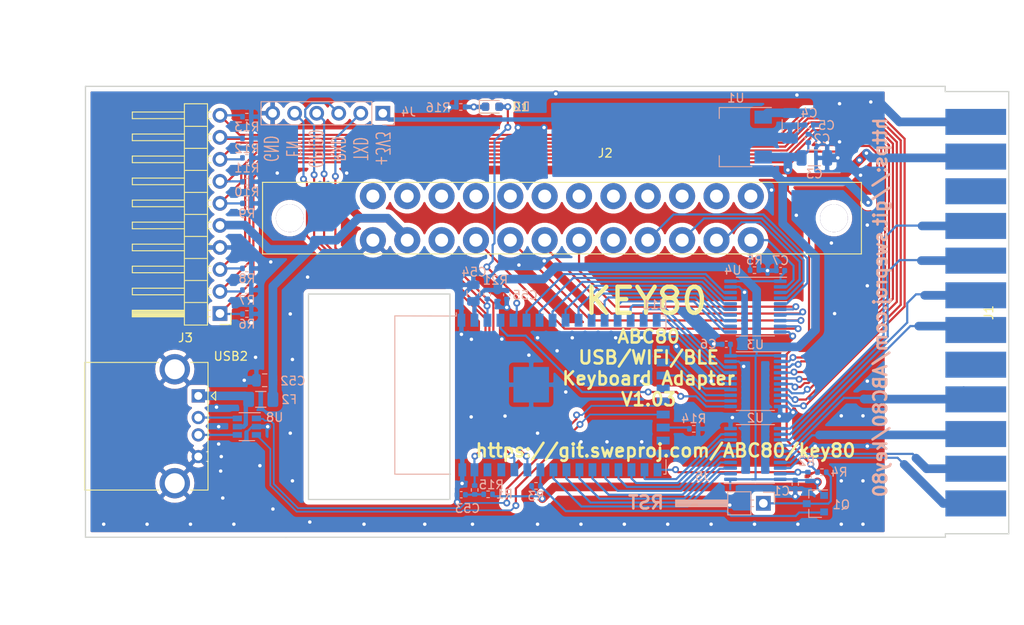
<source format=kicad_pcb>
(kicad_pcb (version 20171130) (host pcbnew 5.1.10-88a1d61d58~90~ubuntu20.04.1)

  (general
    (thickness 1.6)
    (drawings 19)
    (tracks 788)
    (zones 0)
    (modules 44)
    (nets 77)
  )

  (page A4)
  (title_block
    (title KEY80)
    (date 2021-08-30)
    (rev 1.03)
    (company sweProj.com)
  )

  (layers
    (0 F.Cu signal)
    (31 B.Cu signal)
    (32 B.Adhes user)
    (33 F.Adhes user)
    (34 B.Paste user)
    (35 F.Paste user)
    (36 B.SilkS user)
    (37 F.SilkS user)
    (38 B.Mask user)
    (39 F.Mask user)
    (40 Dwgs.User user)
    (41 Cmts.User user)
    (42 Eco1.User user)
    (43 Eco2.User user)
    (44 Edge.Cuts user)
    (45 Margin user)
    (46 B.CrtYd user)
    (47 F.CrtYd user)
    (48 B.Fab user)
    (49 F.Fab user)
  )

  (setup
    (last_trace_width 0.25)
    (trace_clearance 0.2)
    (zone_clearance 0.508)
    (zone_45_only no)
    (trace_min 0.2)
    (via_size 0.8)
    (via_drill 0.4)
    (via_min_size 0.4)
    (via_min_drill 0.3)
    (uvia_size 0.3)
    (uvia_drill 0.1)
    (uvias_allowed no)
    (uvia_min_size 0.2)
    (uvia_min_drill 0.1)
    (edge_width 0.05)
    (segment_width 0.2)
    (pcb_text_width 0.3)
    (pcb_text_size 1.5 1.5)
    (mod_edge_width 0.12)
    (mod_text_size 1 1)
    (mod_text_width 0.15)
    (pad_size 2 1.5)
    (pad_drill 0)
    (pad_to_mask_clearance 0)
    (aux_axis_origin 0 0)
    (visible_elements FFFFFF7F)
    (pcbplotparams
      (layerselection 0x010fc_ffffffff)
      (usegerberextensions false)
      (usegerberattributes true)
      (usegerberadvancedattributes true)
      (creategerberjobfile true)
      (excludeedgelayer true)
      (linewidth 0.100000)
      (plotframeref false)
      (viasonmask false)
      (mode 1)
      (useauxorigin false)
      (hpglpennumber 1)
      (hpglpenspeed 20)
      (hpglpendiameter 15.000000)
      (psnegative false)
      (psa4output false)
      (plotreference true)
      (plotvalue true)
      (plotinvisibletext false)
      (padsonsilk false)
      (subtractmaskfromsilk false)
      (outputformat 1)
      (mirror false)
      (drillshape 0)
      (scaleselection 1)
      (outputdirectory "v103"))
  )

  (net 0 "")
  (net 1 GND)
  (net 2 "Net-(C53-Pad1)")
  (net 3 +3V3)
  (net 4 "Net-(D1-Pad2)")
  (net 5 "Net-(D1-Pad1)")
  (net 6 ESP32_EN)
  (net 7 ESP32_IO0)
  (net 8 "Net-(F2-Pad2)")
  (net 9 "Net-(U8-Pad6)")
  (net 10 "Net-(U8-Pad4)")
  (net 11 /USB_D+)
  (net 12 /USB_D-)
  (net 13 +5V)
  (net 14 "Net-(J1-Pad9)")
  (net 15 "Net-(J1-Pad8)")
  (net 16 "Net-(J1-Pad7)")
  (net 17 "Net-(J1-Pad6)")
  (net 18 "Net-(J1-Pad4)")
  (net 19 "Net-(J1-Pad3)")
  (net 20 "Net-(J1-Pad2)")
  (net 21 "Net-(J1-Pad1)")
  (net 22 "Net-(J1-Pad5)")
  (net 23 "Net-(J1-Pad10)")
  (net 24 "Net-(J2-Pad1)")
  (net 25 "Net-(J2-Pad2)")
  (net 26 "Net-(J2-Pad3)")
  (net 27 "Net-(J2-Pad4)")
  (net 28 "Net-(J2-Pad5)")
  (net 29 "Net-(J2-Pad6)")
  (net 30 "Net-(J2-Pad7)")
  (net 31 "Net-(J2-Pad8)")
  (net 32 "Net-(J2-Pad9)")
  (net 33 "Net-(J2-Pad10)")
  (net 34 "Net-(U11-Pad21)")
  (net 35 ESP32_RXD)
  (net 36 ESP32_TXD)
  (net 37 "Net-(U11-Pad35)")
  (net 38 "Net-(U11-Pad34)")
  (net 39 "Net-(U11-Pad33)")
  (net 40 "Net-(U11-Pad32)")
  (net 41 "Net-(U11-Pad31)")
  (net 42 "Net-(U11-Pad30)")
  (net 43 "Net-(U11-Pad29)")
  (net 44 "Net-(U11-Pad28)")
  (net 45 "Net-(U11-Pad25)")
  (net 46 "Net-(U11-Pad39)")
  (net 47 "Net-(U11-Pad40)")
  (net 48 "Net-(R2-Pad1)")
  (net 49 "Net-(J3-Pad10)")
  (net 50 "Net-(J3-Pad9)")
  (net 51 "Net-(J3-Pad8)")
  (net 52 "Net-(J3-Pad3)")
  (net 53 "Net-(J3-Pad2)")
  (net 54 "Net-(J3-Pad1)")
  (net 55 /B0)
  (net 56 /B1)
  (net 57 /B2)
  (net 58 /B3)
  (net 59 /B4)
  (net 60 /B5)
  (net 61 /B6)
  (net 62 /B7)
  (net 63 /A0)
  (net 64 /A1)
  (net 65 /A2)
  (net 66 /A3)
  (net 67 /A4)
  (net 68 /A5)
  (net 69 /A6)
  (net 70 /A7)
  (net 71 "Net-(J5-Pad1)")
  (net 72 /~RST)
  (net 73 "Net-(U8-Pad2)")
  (net 74 "Net-(J3-Pad7)")
  (net 75 "Net-(J3-Pad6)")
  (net 76 "Net-(R14-Pad2)")

  (net_class Default "This is the default net class."
    (clearance 0.2)
    (trace_width 0.25)
    (via_dia 0.8)
    (via_drill 0.4)
    (uvia_dia 0.3)
    (uvia_drill 0.1)
    (add_net +3V3)
    (add_net +5V)
    (add_net /A0)
    (add_net /A1)
    (add_net /A2)
    (add_net /A3)
    (add_net /A4)
    (add_net /A5)
    (add_net /A6)
    (add_net /A7)
    (add_net /B0)
    (add_net /B1)
    (add_net /B2)
    (add_net /B3)
    (add_net /B4)
    (add_net /B5)
    (add_net /B6)
    (add_net /B7)
    (add_net /USB_D+)
    (add_net /USB_D-)
    (add_net /~RST)
    (add_net ESP32_EN)
    (add_net ESP32_IO0)
    (add_net ESP32_RXD)
    (add_net ESP32_TXD)
    (add_net GND)
    (add_net "Net-(C53-Pad1)")
    (add_net "Net-(D1-Pad1)")
    (add_net "Net-(D1-Pad2)")
    (add_net "Net-(F2-Pad2)")
    (add_net "Net-(J1-Pad1)")
    (add_net "Net-(J1-Pad10)")
    (add_net "Net-(J1-Pad2)")
    (add_net "Net-(J1-Pad3)")
    (add_net "Net-(J1-Pad4)")
    (add_net "Net-(J1-Pad5)")
    (add_net "Net-(J1-Pad6)")
    (add_net "Net-(J1-Pad7)")
    (add_net "Net-(J1-Pad8)")
    (add_net "Net-(J1-Pad9)")
    (add_net "Net-(J2-Pad1)")
    (add_net "Net-(J2-Pad10)")
    (add_net "Net-(J2-Pad2)")
    (add_net "Net-(J2-Pad3)")
    (add_net "Net-(J2-Pad4)")
    (add_net "Net-(J2-Pad5)")
    (add_net "Net-(J2-Pad6)")
    (add_net "Net-(J2-Pad7)")
    (add_net "Net-(J2-Pad8)")
    (add_net "Net-(J2-Pad9)")
    (add_net "Net-(J3-Pad1)")
    (add_net "Net-(J3-Pad10)")
    (add_net "Net-(J3-Pad2)")
    (add_net "Net-(J3-Pad3)")
    (add_net "Net-(J3-Pad6)")
    (add_net "Net-(J3-Pad7)")
    (add_net "Net-(J3-Pad8)")
    (add_net "Net-(J3-Pad9)")
    (add_net "Net-(J5-Pad1)")
    (add_net "Net-(R14-Pad2)")
    (add_net "Net-(R2-Pad1)")
    (add_net "Net-(U11-Pad21)")
    (add_net "Net-(U11-Pad25)")
    (add_net "Net-(U11-Pad28)")
    (add_net "Net-(U11-Pad29)")
    (add_net "Net-(U11-Pad30)")
    (add_net "Net-(U11-Pad31)")
    (add_net "Net-(U11-Pad32)")
    (add_net "Net-(U11-Pad33)")
    (add_net "Net-(U11-Pad34)")
    (add_net "Net-(U11-Pad35)")
    (add_net "Net-(U11-Pad39)")
    (add_net "Net-(U11-Pad40)")
    (add_net "Net-(U8-Pad2)")
    (add_net "Net-(U8-Pad4)")
    (add_net "Net-(U8-Pad6)")
  )

  (module Resistor_SMD:R_0402_1005Metric (layer B.Cu) (tedit 5F68FEEE) (tstamp 612D7293)
    (at 113 101.5 180)
    (descr "Resistor SMD 0402 (1005 Metric), square (rectangular) end terminal, IPC_7351 nominal, (Body size source: IPC-SM-782 page 72, https://www.pcb-3d.com/wordpress/wp-content/uploads/ipc-sm-782a_amendment_1_and_2.pdf), generated with kicad-footprint-generator")
    (tags resistor)
    (path /617CEEE3)
    (attr smd)
    (fp_text reference R14 (at 0 1.17) (layer B.SilkS)
      (effects (font (size 1 1) (thickness 0.15)) (justify mirror))
    )
    (fp_text value 10k (at 0 -1.17) (layer B.Fab)
      (effects (font (size 1 1) (thickness 0.15)) (justify mirror))
    )
    (fp_text user %R (at 0 0) (layer B.Fab)
      (effects (font (size 0.26 0.26) (thickness 0.04)) (justify mirror))
    )
    (fp_line (start -0.525 -0.27) (end -0.525 0.27) (layer B.Fab) (width 0.1))
    (fp_line (start -0.525 0.27) (end 0.525 0.27) (layer B.Fab) (width 0.1))
    (fp_line (start 0.525 0.27) (end 0.525 -0.27) (layer B.Fab) (width 0.1))
    (fp_line (start 0.525 -0.27) (end -0.525 -0.27) (layer B.Fab) (width 0.1))
    (fp_line (start -0.153641 0.38) (end 0.153641 0.38) (layer B.SilkS) (width 0.12))
    (fp_line (start -0.153641 -0.38) (end 0.153641 -0.38) (layer B.SilkS) (width 0.12))
    (fp_line (start -0.93 -0.47) (end -0.93 0.47) (layer B.CrtYd) (width 0.05))
    (fp_line (start -0.93 0.47) (end 0.93 0.47) (layer B.CrtYd) (width 0.05))
    (fp_line (start 0.93 0.47) (end 0.93 -0.47) (layer B.CrtYd) (width 0.05))
    (fp_line (start 0.93 -0.47) (end -0.93 -0.47) (layer B.CrtYd) (width 0.05))
    (pad 2 smd roundrect (at 0.51 0 180) (size 0.54 0.64) (layers B.Cu B.Paste B.Mask) (roundrect_rratio 0.25)
      (net 76 "Net-(R14-Pad2)"))
    (pad 1 smd roundrect (at -0.51 0 180) (size 0.54 0.64) (layers B.Cu B.Paste B.Mask) (roundrect_rratio 0.25)
      (net 1 GND))
    (model ${KISYS3DMOD}/Resistor_SMD.3dshapes/R_0402_1005Metric.wrl
      (at (xyz 0 0 0))
      (scale (xyz 1 1 1))
      (rotate (xyz 0 0 0))
    )
  )

  (module Resistor_SMD:R_0402_1005Metric (layer B.Cu) (tedit 5F68FEEE) (tstamp 612D139B)
    (at 61.5 65.5)
    (descr "Resistor SMD 0402 (1005 Metric), square (rectangular) end terminal, IPC_7351 nominal, (Body size source: IPC-SM-782 page 72, https://www.pcb-3d.com/wordpress/wp-content/uploads/ipc-sm-782a_amendment_1_and_2.pdf), generated with kicad-footprint-generator")
    (tags resistor)
    (path /61549D65)
    (attr smd)
    (fp_text reference R13 (at 0 1.17) (layer B.SilkS)
      (effects (font (size 1 1) (thickness 0.15)) (justify mirror))
    )
    (fp_text value 10k (at 0 -1.17) (layer B.Fab)
      (effects (font (size 1 1) (thickness 0.15)) (justify mirror))
    )
    (fp_line (start 0.93 -0.47) (end -0.93 -0.47) (layer B.CrtYd) (width 0.05))
    (fp_line (start 0.93 0.47) (end 0.93 -0.47) (layer B.CrtYd) (width 0.05))
    (fp_line (start -0.93 0.47) (end 0.93 0.47) (layer B.CrtYd) (width 0.05))
    (fp_line (start -0.93 -0.47) (end -0.93 0.47) (layer B.CrtYd) (width 0.05))
    (fp_line (start -0.153641 -0.38) (end 0.153641 -0.38) (layer B.SilkS) (width 0.12))
    (fp_line (start -0.153641 0.38) (end 0.153641 0.38) (layer B.SilkS) (width 0.12))
    (fp_line (start 0.525 -0.27) (end -0.525 -0.27) (layer B.Fab) (width 0.1))
    (fp_line (start 0.525 0.27) (end 0.525 -0.27) (layer B.Fab) (width 0.1))
    (fp_line (start -0.525 0.27) (end 0.525 0.27) (layer B.Fab) (width 0.1))
    (fp_line (start -0.525 -0.27) (end -0.525 0.27) (layer B.Fab) (width 0.1))
    (fp_text user %R (at 0 0) (layer B.Fab)
      (effects (font (size 0.26 0.26) (thickness 0.04)) (justify mirror))
    )
    (pad 2 smd roundrect (at 0.51 0) (size 0.54 0.64) (layers B.Cu B.Paste B.Mask) (roundrect_rratio 0.25)
      (net 1 GND))
    (pad 1 smd roundrect (at -0.51 0) (size 0.54 0.64) (layers B.Cu B.Paste B.Mask) (roundrect_rratio 0.25)
      (net 49 "Net-(J3-Pad10)"))
    (model ${KISYS3DMOD}/Resistor_SMD.3dshapes/R_0402_1005Metric.wrl
      (at (xyz 0 0 0))
      (scale (xyz 1 1 1))
      (rotate (xyz 0 0 0))
    )
  )

  (module Resistor_SMD:R_0402_1005Metric (layer B.Cu) (tedit 5F68FEEE) (tstamp 612D138A)
    (at 61.5 68)
    (descr "Resistor SMD 0402 (1005 Metric), square (rectangular) end terminal, IPC_7351 nominal, (Body size source: IPC-SM-782 page 72, https://www.pcb-3d.com/wordpress/wp-content/uploads/ipc-sm-782a_amendment_1_and_2.pdf), generated with kicad-footprint-generator")
    (tags resistor)
    (path /613CD516)
    (attr smd)
    (fp_text reference R12 (at 0 1.17) (layer B.SilkS)
      (effects (font (size 1 1) (thickness 0.15)) (justify mirror))
    )
    (fp_text value 10k (at 0 -1.17) (layer B.Fab)
      (effects (font (size 1 1) (thickness 0.15)) (justify mirror))
    )
    (fp_line (start 0.93 -0.47) (end -0.93 -0.47) (layer B.CrtYd) (width 0.05))
    (fp_line (start 0.93 0.47) (end 0.93 -0.47) (layer B.CrtYd) (width 0.05))
    (fp_line (start -0.93 0.47) (end 0.93 0.47) (layer B.CrtYd) (width 0.05))
    (fp_line (start -0.93 -0.47) (end -0.93 0.47) (layer B.CrtYd) (width 0.05))
    (fp_line (start -0.153641 -0.38) (end 0.153641 -0.38) (layer B.SilkS) (width 0.12))
    (fp_line (start -0.153641 0.38) (end 0.153641 0.38) (layer B.SilkS) (width 0.12))
    (fp_line (start 0.525 -0.27) (end -0.525 -0.27) (layer B.Fab) (width 0.1))
    (fp_line (start 0.525 0.27) (end 0.525 -0.27) (layer B.Fab) (width 0.1))
    (fp_line (start -0.525 0.27) (end 0.525 0.27) (layer B.Fab) (width 0.1))
    (fp_line (start -0.525 -0.27) (end -0.525 0.27) (layer B.Fab) (width 0.1))
    (fp_text user %R (at 0 0) (layer B.Fab)
      (effects (font (size 0.26 0.26) (thickness 0.04)) (justify mirror))
    )
    (pad 2 smd roundrect (at 0.51 0) (size 0.54 0.64) (layers B.Cu B.Paste B.Mask) (roundrect_rratio 0.25)
      (net 1 GND))
    (pad 1 smd roundrect (at -0.51 0) (size 0.54 0.64) (layers B.Cu B.Paste B.Mask) (roundrect_rratio 0.25)
      (net 50 "Net-(J3-Pad9)"))
    (model ${KISYS3DMOD}/Resistor_SMD.3dshapes/R_0402_1005Metric.wrl
      (at (xyz 0 0 0))
      (scale (xyz 1 1 1))
      (rotate (xyz 0 0 0))
    )
  )

  (module Resistor_SMD:R_0402_1005Metric (layer B.Cu) (tedit 5F68FEEE) (tstamp 612D1379)
    (at 61.5 70.25)
    (descr "Resistor SMD 0402 (1005 Metric), square (rectangular) end terminal, IPC_7351 nominal, (Body size source: IPC-SM-782 page 72, https://www.pcb-3d.com/wordpress/wp-content/uploads/ipc-sm-782a_amendment_1_and_2.pdf), generated with kicad-footprint-generator")
    (tags resistor)
    (path /613CC9C3)
    (attr smd)
    (fp_text reference R11 (at 0 1.17) (layer B.SilkS)
      (effects (font (size 1 1) (thickness 0.15)) (justify mirror))
    )
    (fp_text value 10k (at 0 -1.17) (layer B.Fab)
      (effects (font (size 1 1) (thickness 0.15)) (justify mirror))
    )
    (fp_line (start 0.93 -0.47) (end -0.93 -0.47) (layer B.CrtYd) (width 0.05))
    (fp_line (start 0.93 0.47) (end 0.93 -0.47) (layer B.CrtYd) (width 0.05))
    (fp_line (start -0.93 0.47) (end 0.93 0.47) (layer B.CrtYd) (width 0.05))
    (fp_line (start -0.93 -0.47) (end -0.93 0.47) (layer B.CrtYd) (width 0.05))
    (fp_line (start -0.153641 -0.38) (end 0.153641 -0.38) (layer B.SilkS) (width 0.12))
    (fp_line (start -0.153641 0.38) (end 0.153641 0.38) (layer B.SilkS) (width 0.12))
    (fp_line (start 0.525 -0.27) (end -0.525 -0.27) (layer B.Fab) (width 0.1))
    (fp_line (start 0.525 0.27) (end 0.525 -0.27) (layer B.Fab) (width 0.1))
    (fp_line (start -0.525 0.27) (end 0.525 0.27) (layer B.Fab) (width 0.1))
    (fp_line (start -0.525 -0.27) (end -0.525 0.27) (layer B.Fab) (width 0.1))
    (fp_text user %R (at 0 0) (layer B.Fab)
      (effects (font (size 0.26 0.26) (thickness 0.04)) (justify mirror))
    )
    (pad 2 smd roundrect (at 0.51 0) (size 0.54 0.64) (layers B.Cu B.Paste B.Mask) (roundrect_rratio 0.25)
      (net 1 GND))
    (pad 1 smd roundrect (at -0.51 0) (size 0.54 0.64) (layers B.Cu B.Paste B.Mask) (roundrect_rratio 0.25)
      (net 51 "Net-(J3-Pad8)"))
    (model ${KISYS3DMOD}/Resistor_SMD.3dshapes/R_0402_1005Metric.wrl
      (at (xyz 0 0 0))
      (scale (xyz 1 1 1))
      (rotate (xyz 0 0 0))
    )
  )

  (module Resistor_SMD:R_0402_1005Metric (layer B.Cu) (tedit 5F68FEEE) (tstamp 612D1368)
    (at 61.5 73)
    (descr "Resistor SMD 0402 (1005 Metric), square (rectangular) end terminal, IPC_7351 nominal, (Body size source: IPC-SM-782 page 72, https://www.pcb-3d.com/wordpress/wp-content/uploads/ipc-sm-782a_amendment_1_and_2.pdf), generated with kicad-footprint-generator")
    (tags resistor)
    (path /613CBE80)
    (attr smd)
    (fp_text reference R10 (at 0 1.17) (layer B.SilkS)
      (effects (font (size 1 1) (thickness 0.15)) (justify mirror))
    )
    (fp_text value 10k (at 0 -1.17) (layer B.Fab)
      (effects (font (size 1 1) (thickness 0.15)) (justify mirror))
    )
    (fp_line (start 0.93 -0.47) (end -0.93 -0.47) (layer B.CrtYd) (width 0.05))
    (fp_line (start 0.93 0.47) (end 0.93 -0.47) (layer B.CrtYd) (width 0.05))
    (fp_line (start -0.93 0.47) (end 0.93 0.47) (layer B.CrtYd) (width 0.05))
    (fp_line (start -0.93 -0.47) (end -0.93 0.47) (layer B.CrtYd) (width 0.05))
    (fp_line (start -0.153641 -0.38) (end 0.153641 -0.38) (layer B.SilkS) (width 0.12))
    (fp_line (start -0.153641 0.38) (end 0.153641 0.38) (layer B.SilkS) (width 0.12))
    (fp_line (start 0.525 -0.27) (end -0.525 -0.27) (layer B.Fab) (width 0.1))
    (fp_line (start 0.525 0.27) (end 0.525 -0.27) (layer B.Fab) (width 0.1))
    (fp_line (start -0.525 0.27) (end 0.525 0.27) (layer B.Fab) (width 0.1))
    (fp_line (start -0.525 -0.27) (end -0.525 0.27) (layer B.Fab) (width 0.1))
    (fp_text user %R (at 0 0) (layer B.Fab)
      (effects (font (size 0.26 0.26) (thickness 0.04)) (justify mirror))
    )
    (pad 2 smd roundrect (at 0.51 0) (size 0.54 0.64) (layers B.Cu B.Paste B.Mask) (roundrect_rratio 0.25)
      (net 1 GND))
    (pad 1 smd roundrect (at -0.51 0) (size 0.54 0.64) (layers B.Cu B.Paste B.Mask) (roundrect_rratio 0.25)
      (net 74 "Net-(J3-Pad7)"))
    (model ${KISYS3DMOD}/Resistor_SMD.3dshapes/R_0402_1005Metric.wrl
      (at (xyz 0 0 0))
      (scale (xyz 1 1 1))
      (rotate (xyz 0 0 0))
    )
  )

  (module Resistor_SMD:R_0402_1005Metric (layer B.Cu) (tedit 5F68FEEE) (tstamp 612D1357)
    (at 61.5 75.5)
    (descr "Resistor SMD 0402 (1005 Metric), square (rectangular) end terminal, IPC_7351 nominal, (Body size source: IPC-SM-782 page 72, https://www.pcb-3d.com/wordpress/wp-content/uploads/ipc-sm-782a_amendment_1_and_2.pdf), generated with kicad-footprint-generator")
    (tags resistor)
    (path /613CB389)
    (attr smd)
    (fp_text reference R9 (at 0 1.17) (layer B.SilkS)
      (effects (font (size 1 1) (thickness 0.15)) (justify mirror))
    )
    (fp_text value 10k (at 0 -1.17) (layer B.Fab)
      (effects (font (size 1 1) (thickness 0.15)) (justify mirror))
    )
    (fp_line (start 0.93 -0.47) (end -0.93 -0.47) (layer B.CrtYd) (width 0.05))
    (fp_line (start 0.93 0.47) (end 0.93 -0.47) (layer B.CrtYd) (width 0.05))
    (fp_line (start -0.93 0.47) (end 0.93 0.47) (layer B.CrtYd) (width 0.05))
    (fp_line (start -0.93 -0.47) (end -0.93 0.47) (layer B.CrtYd) (width 0.05))
    (fp_line (start -0.153641 -0.38) (end 0.153641 -0.38) (layer B.SilkS) (width 0.12))
    (fp_line (start -0.153641 0.38) (end 0.153641 0.38) (layer B.SilkS) (width 0.12))
    (fp_line (start 0.525 -0.27) (end -0.525 -0.27) (layer B.Fab) (width 0.1))
    (fp_line (start 0.525 0.27) (end 0.525 -0.27) (layer B.Fab) (width 0.1))
    (fp_line (start -0.525 0.27) (end 0.525 0.27) (layer B.Fab) (width 0.1))
    (fp_line (start -0.525 -0.27) (end -0.525 0.27) (layer B.Fab) (width 0.1))
    (fp_text user %R (at 0 0) (layer B.Fab)
      (effects (font (size 0.26 0.26) (thickness 0.04)) (justify mirror))
    )
    (pad 2 smd roundrect (at 0.51 0) (size 0.54 0.64) (layers B.Cu B.Paste B.Mask) (roundrect_rratio 0.25)
      (net 1 GND))
    (pad 1 smd roundrect (at -0.51 0) (size 0.54 0.64) (layers B.Cu B.Paste B.Mask) (roundrect_rratio 0.25)
      (net 75 "Net-(J3-Pad6)"))
    (model ${KISYS3DMOD}/Resistor_SMD.3dshapes/R_0402_1005Metric.wrl
      (at (xyz 0 0 0))
      (scale (xyz 1 1 1))
      (rotate (xyz 0 0 0))
    )
  )

  (module Resistor_SMD:R_0402_1005Metric (layer B.Cu) (tedit 5F68FEEE) (tstamp 612D1346)
    (at 61.5 83)
    (descr "Resistor SMD 0402 (1005 Metric), square (rectangular) end terminal, IPC_7351 nominal, (Body size source: IPC-SM-782 page 72, https://www.pcb-3d.com/wordpress/wp-content/uploads/ipc-sm-782a_amendment_1_and_2.pdf), generated with kicad-footprint-generator")
    (tags resistor)
    (path /613CADFC)
    (attr smd)
    (fp_text reference R8 (at 0 1.17) (layer B.SilkS)
      (effects (font (size 1 1) (thickness 0.15)) (justify mirror))
    )
    (fp_text value 10k (at 0 -1.17) (layer B.Fab)
      (effects (font (size 1 1) (thickness 0.15)) (justify mirror))
    )
    (fp_line (start 0.93 -0.47) (end -0.93 -0.47) (layer B.CrtYd) (width 0.05))
    (fp_line (start 0.93 0.47) (end 0.93 -0.47) (layer B.CrtYd) (width 0.05))
    (fp_line (start -0.93 0.47) (end 0.93 0.47) (layer B.CrtYd) (width 0.05))
    (fp_line (start -0.93 -0.47) (end -0.93 0.47) (layer B.CrtYd) (width 0.05))
    (fp_line (start -0.153641 -0.38) (end 0.153641 -0.38) (layer B.SilkS) (width 0.12))
    (fp_line (start -0.153641 0.38) (end 0.153641 0.38) (layer B.SilkS) (width 0.12))
    (fp_line (start 0.525 -0.27) (end -0.525 -0.27) (layer B.Fab) (width 0.1))
    (fp_line (start 0.525 0.27) (end 0.525 -0.27) (layer B.Fab) (width 0.1))
    (fp_line (start -0.525 0.27) (end 0.525 0.27) (layer B.Fab) (width 0.1))
    (fp_line (start -0.525 -0.27) (end -0.525 0.27) (layer B.Fab) (width 0.1))
    (fp_text user %R (at 0 0) (layer B.Fab)
      (effects (font (size 0.26 0.26) (thickness 0.04)) (justify mirror))
    )
    (pad 2 smd roundrect (at 0.51 0) (size 0.54 0.64) (layers B.Cu B.Paste B.Mask) (roundrect_rratio 0.25)
      (net 1 GND))
    (pad 1 smd roundrect (at -0.51 0) (size 0.54 0.64) (layers B.Cu B.Paste B.Mask) (roundrect_rratio 0.25)
      (net 52 "Net-(J3-Pad3)"))
    (model ${KISYS3DMOD}/Resistor_SMD.3dshapes/R_0402_1005Metric.wrl
      (at (xyz 0 0 0))
      (scale (xyz 1 1 1))
      (rotate (xyz 0 0 0))
    )
  )

  (module Resistor_SMD:R_0402_1005Metric (layer B.Cu) (tedit 5F68FEEE) (tstamp 612D1335)
    (at 61.5 85.5)
    (descr "Resistor SMD 0402 (1005 Metric), square (rectangular) end terminal, IPC_7351 nominal, (Body size source: IPC-SM-782 page 72, https://www.pcb-3d.com/wordpress/wp-content/uploads/ipc-sm-782a_amendment_1_and_2.pdf), generated with kicad-footprint-generator")
    (tags resistor)
    (path /613CA387)
    (attr smd)
    (fp_text reference R7 (at 0 1.17) (layer B.SilkS)
      (effects (font (size 1 1) (thickness 0.15)) (justify mirror))
    )
    (fp_text value 10k (at 0 -1.17) (layer B.Fab)
      (effects (font (size 1 1) (thickness 0.15)) (justify mirror))
    )
    (fp_line (start 0.93 -0.47) (end -0.93 -0.47) (layer B.CrtYd) (width 0.05))
    (fp_line (start 0.93 0.47) (end 0.93 -0.47) (layer B.CrtYd) (width 0.05))
    (fp_line (start -0.93 0.47) (end 0.93 0.47) (layer B.CrtYd) (width 0.05))
    (fp_line (start -0.93 -0.47) (end -0.93 0.47) (layer B.CrtYd) (width 0.05))
    (fp_line (start -0.153641 -0.38) (end 0.153641 -0.38) (layer B.SilkS) (width 0.12))
    (fp_line (start -0.153641 0.38) (end 0.153641 0.38) (layer B.SilkS) (width 0.12))
    (fp_line (start 0.525 -0.27) (end -0.525 -0.27) (layer B.Fab) (width 0.1))
    (fp_line (start 0.525 0.27) (end 0.525 -0.27) (layer B.Fab) (width 0.1))
    (fp_line (start -0.525 0.27) (end 0.525 0.27) (layer B.Fab) (width 0.1))
    (fp_line (start -0.525 -0.27) (end -0.525 0.27) (layer B.Fab) (width 0.1))
    (fp_text user %R (at 0 0) (layer B.Fab)
      (effects (font (size 0.26 0.26) (thickness 0.04)) (justify mirror))
    )
    (pad 2 smd roundrect (at 0.51 0) (size 0.54 0.64) (layers B.Cu B.Paste B.Mask) (roundrect_rratio 0.25)
      (net 1 GND))
    (pad 1 smd roundrect (at -0.51 0) (size 0.54 0.64) (layers B.Cu B.Paste B.Mask) (roundrect_rratio 0.25)
      (net 53 "Net-(J3-Pad2)"))
    (model ${KISYS3DMOD}/Resistor_SMD.3dshapes/R_0402_1005Metric.wrl
      (at (xyz 0 0 0))
      (scale (xyz 1 1 1))
      (rotate (xyz 0 0 0))
    )
  )

  (module Resistor_SMD:R_0402_1005Metric (layer B.Cu) (tedit 5F68FEEE) (tstamp 612D1324)
    (at 61.5 88.25)
    (descr "Resistor SMD 0402 (1005 Metric), square (rectangular) end terminal, IPC_7351 nominal, (Body size source: IPC-SM-782 page 72, https://www.pcb-3d.com/wordpress/wp-content/uploads/ipc-sm-782a_amendment_1_and_2.pdf), generated with kicad-footprint-generator")
    (tags resistor)
    (path /613C9602)
    (attr smd)
    (fp_text reference R6 (at 0 1.17) (layer B.SilkS)
      (effects (font (size 1 1) (thickness 0.15)) (justify mirror))
    )
    (fp_text value 10k (at 0 -1.17) (layer B.Fab)
      (effects (font (size 1 1) (thickness 0.15)) (justify mirror))
    )
    (fp_line (start 0.93 -0.47) (end -0.93 -0.47) (layer B.CrtYd) (width 0.05))
    (fp_line (start 0.93 0.47) (end 0.93 -0.47) (layer B.CrtYd) (width 0.05))
    (fp_line (start -0.93 0.47) (end 0.93 0.47) (layer B.CrtYd) (width 0.05))
    (fp_line (start -0.93 -0.47) (end -0.93 0.47) (layer B.CrtYd) (width 0.05))
    (fp_line (start -0.153641 -0.38) (end 0.153641 -0.38) (layer B.SilkS) (width 0.12))
    (fp_line (start -0.153641 0.38) (end 0.153641 0.38) (layer B.SilkS) (width 0.12))
    (fp_line (start 0.525 -0.27) (end -0.525 -0.27) (layer B.Fab) (width 0.1))
    (fp_line (start 0.525 0.27) (end 0.525 -0.27) (layer B.Fab) (width 0.1))
    (fp_line (start -0.525 0.27) (end 0.525 0.27) (layer B.Fab) (width 0.1))
    (fp_line (start -0.525 -0.27) (end -0.525 0.27) (layer B.Fab) (width 0.1))
    (fp_text user %R (at 0 0) (layer B.Fab)
      (effects (font (size 0.26 0.26) (thickness 0.04)) (justify mirror))
    )
    (pad 2 smd roundrect (at 0.51 0) (size 0.54 0.64) (layers B.Cu B.Paste B.Mask) (roundrect_rratio 0.25)
      (net 1 GND))
    (pad 1 smd roundrect (at -0.51 0) (size 0.54 0.64) (layers B.Cu B.Paste B.Mask) (roundrect_rratio 0.25)
      (net 54 "Net-(J3-Pad1)"))
    (model ${KISYS3DMOD}/Resistor_SMD.3dshapes/R_0402_1005Metric.wrl
      (at (xyz 0 0 0))
      (scale (xyz 1 1 1))
      (rotate (xyz 0 0 0))
    )
  )

  (module Resistor_SMD:R_0402_1005Metric (layer B.Cu) (tedit 5F68FEEE) (tstamp 6123B798)
    (at 120 83.2 180)
    (descr "Resistor SMD 0402 (1005 Metric), square (rectangular) end terminal, IPC_7351 nominal, (Body size source: IPC-SM-782 page 72, https://www.pcb-3d.com/wordpress/wp-content/uploads/ipc-sm-782a_amendment_1_and_2.pdf), generated with kicad-footprint-generator")
    (tags resistor)
    (path /6125C9C5)
    (attr smd)
    (fp_text reference R5 (at 0 1.17) (layer B.SilkS)
      (effects (font (size 1 1) (thickness 0.15)) (justify mirror))
    )
    (fp_text value 10k (at 0 -1.17) (layer B.Fab)
      (effects (font (size 1 1) (thickness 0.15)) (justify mirror))
    )
    (fp_line (start 0.93 -0.47) (end -0.93 -0.47) (layer B.CrtYd) (width 0.05))
    (fp_line (start 0.93 0.47) (end 0.93 -0.47) (layer B.CrtYd) (width 0.05))
    (fp_line (start -0.93 0.47) (end 0.93 0.47) (layer B.CrtYd) (width 0.05))
    (fp_line (start -0.93 -0.47) (end -0.93 0.47) (layer B.CrtYd) (width 0.05))
    (fp_line (start -0.153641 -0.38) (end 0.153641 -0.38) (layer B.SilkS) (width 0.12))
    (fp_line (start -0.153641 0.38) (end 0.153641 0.38) (layer B.SilkS) (width 0.12))
    (fp_line (start 0.525 -0.27) (end -0.525 -0.27) (layer B.Fab) (width 0.1))
    (fp_line (start 0.525 0.27) (end 0.525 -0.27) (layer B.Fab) (width 0.1))
    (fp_line (start -0.525 0.27) (end 0.525 0.27) (layer B.Fab) (width 0.1))
    (fp_line (start -0.525 -0.27) (end -0.525 0.27) (layer B.Fab) (width 0.1))
    (fp_text user %R (at 0 0) (layer B.Fab)
      (effects (font (size 0.26 0.26) (thickness 0.04)) (justify mirror))
    )
    (pad 2 smd roundrect (at 0.51 0 180) (size 0.54 0.64) (layers B.Cu B.Paste B.Mask) (roundrect_rratio 0.25)
      (net 24 "Net-(J2-Pad1)"))
    (pad 1 smd roundrect (at -0.51 0 180) (size 0.54 0.64) (layers B.Cu B.Paste B.Mask) (roundrect_rratio 0.25)
      (net 1 GND))
    (model ${KISYS3DMOD}/Resistor_SMD.3dshapes/R_0402_1005Metric.wrl
      (at (xyz 0 0 0))
      (scale (xyz 1 1 1))
      (rotate (xyz 0 0 0))
    )
  )

  (module Capacitor_SMD:C_0402_1005Metric (layer B.Cu) (tedit 5F68FEEE) (tstamp 61156E8A)
    (at 123 83.25 180)
    (descr "Capacitor SMD 0402 (1005 Metric), square (rectangular) end terminal, IPC_7351 nominal, (Body size source: IPC-SM-782 page 76, https://www.pcb-3d.com/wordpress/wp-content/uploads/ipc-sm-782a_amendment_1_and_2.pdf), generated with kicad-footprint-generator")
    (tags capacitor)
    (path /61C24FF3)
    (attr smd)
    (fp_text reference C7 (at 0 1.16) (layer B.SilkS)
      (effects (font (size 1 1) (thickness 0.15)) (justify mirror))
    )
    (fp_text value 100nF (at 0 -1.16) (layer B.Fab)
      (effects (font (size 1 1) (thickness 0.15)) (justify mirror))
    )
    (fp_line (start -0.5 -0.25) (end -0.5 0.25) (layer B.Fab) (width 0.1))
    (fp_line (start -0.5 0.25) (end 0.5 0.25) (layer B.Fab) (width 0.1))
    (fp_line (start 0.5 0.25) (end 0.5 -0.25) (layer B.Fab) (width 0.1))
    (fp_line (start 0.5 -0.25) (end -0.5 -0.25) (layer B.Fab) (width 0.1))
    (fp_line (start -0.107836 0.36) (end 0.107836 0.36) (layer B.SilkS) (width 0.12))
    (fp_line (start -0.107836 -0.36) (end 0.107836 -0.36) (layer B.SilkS) (width 0.12))
    (fp_line (start -0.91 -0.46) (end -0.91 0.46) (layer B.CrtYd) (width 0.05))
    (fp_line (start -0.91 0.46) (end 0.91 0.46) (layer B.CrtYd) (width 0.05))
    (fp_line (start 0.91 0.46) (end 0.91 -0.46) (layer B.CrtYd) (width 0.05))
    (fp_line (start 0.91 -0.46) (end -0.91 -0.46) (layer B.CrtYd) (width 0.05))
    (fp_text user %R (at 0 0) (layer B.Fab)
      (effects (font (size 0.25 0.25) (thickness 0.04)) (justify mirror))
    )
    (pad 2 smd roundrect (at 0.48 0 180) (size 0.56 0.62) (layers B.Cu B.Paste B.Mask) (roundrect_rratio 0.25)
      (net 1 GND))
    (pad 1 smd roundrect (at -0.48 0 180) (size 0.56 0.62) (layers B.Cu B.Paste B.Mask) (roundrect_rratio 0.25)
      (net 3 +3V3))
    (model ${KISYS3DMOD}/Capacitor_SMD.3dshapes/C_0402_1005Metric.wrl
      (at (xyz 0 0 0))
      (scale (xyz 1 1 1))
      (rotate (xyz 0 0 0))
    )
  )

  (module Resistor_SMD:R_0402_1005Metric (layer B.Cu) (tedit 5F68FEEE) (tstamp 6114FDA1)
    (at 127.77 106.5)
    (descr "Resistor SMD 0402 (1005 Metric), square (rectangular) end terminal, IPC_7351 nominal, (Body size source: IPC-SM-782 page 72, https://www.pcb-3d.com/wordpress/wp-content/uploads/ipc-sm-782a_amendment_1_and_2.pdf), generated with kicad-footprint-generator")
    (tags resistor)
    (path /61B5F8C2)
    (attr smd)
    (fp_text reference R4 (at 1.98 0) (layer B.SilkS)
      (effects (font (size 1 1) (thickness 0.15)) (justify mirror))
    )
    (fp_text value 10k (at 0 -1.17) (layer B.Fab)
      (effects (font (size 1 1) (thickness 0.15)) (justify mirror))
    )
    (fp_line (start -0.525 -0.27) (end -0.525 0.27) (layer B.Fab) (width 0.1))
    (fp_line (start -0.525 0.27) (end 0.525 0.27) (layer B.Fab) (width 0.1))
    (fp_line (start 0.525 0.27) (end 0.525 -0.27) (layer B.Fab) (width 0.1))
    (fp_line (start 0.525 -0.27) (end -0.525 -0.27) (layer B.Fab) (width 0.1))
    (fp_line (start -0.153641 0.38) (end 0.153641 0.38) (layer B.SilkS) (width 0.12))
    (fp_line (start -0.153641 -0.38) (end 0.153641 -0.38) (layer B.SilkS) (width 0.12))
    (fp_line (start -0.93 -0.47) (end -0.93 0.47) (layer B.CrtYd) (width 0.05))
    (fp_line (start -0.93 0.47) (end 0.93 0.47) (layer B.CrtYd) (width 0.05))
    (fp_line (start 0.93 0.47) (end 0.93 -0.47) (layer B.CrtYd) (width 0.05))
    (fp_line (start 0.93 -0.47) (end -0.93 -0.47) (layer B.CrtYd) (width 0.05))
    (fp_text user %R (at 0 0) (layer B.Fab)
      (effects (font (size 0.26 0.26) (thickness 0.04)) (justify mirror))
    )
    (pad 2 smd roundrect (at 0.51 0) (size 0.54 0.64) (layers B.Cu B.Paste B.Mask) (roundrect_rratio 0.25)
      (net 71 "Net-(J5-Pad1)"))
    (pad 1 smd roundrect (at -0.51 0) (size 0.54 0.64) (layers B.Cu B.Paste B.Mask) (roundrect_rratio 0.25)
      (net 13 +5V))
    (model ${KISYS3DMOD}/Resistor_SMD.3dshapes/R_0402_1005Metric.wrl
      (at (xyz 0 0 0))
      (scale (xyz 1 1 1))
      (rotate (xyz 0 0 0))
    )
  )

  (module Resistor_SMD:R_0402_1005Metric (layer B.Cu) (tedit 5F68FEEE) (tstamp 6114EF53)
    (at 94.82 108.08)
    (descr "Resistor SMD 0402 (1005 Metric), square (rectangular) end terminal, IPC_7351 nominal, (Body size source: IPC-SM-782 page 72, https://www.pcb-3d.com/wordpress/wp-content/uploads/ipc-sm-782a_amendment_1_and_2.pdf), generated with kicad-footprint-generator")
    (tags resistor)
    (path /61B91B7C)
    (attr smd)
    (fp_text reference R3 (at 0 1.17) (layer B.SilkS)
      (effects (font (size 1 1) (thickness 0.15)) (justify mirror))
    )
    (fp_text value 10k (at 0 -1.17) (layer B.Fab)
      (effects (font (size 1 1) (thickness 0.15)) (justify mirror))
    )
    (fp_line (start -0.525 -0.27) (end -0.525 0.27) (layer B.Fab) (width 0.1))
    (fp_line (start -0.525 0.27) (end 0.525 0.27) (layer B.Fab) (width 0.1))
    (fp_line (start 0.525 0.27) (end 0.525 -0.27) (layer B.Fab) (width 0.1))
    (fp_line (start 0.525 -0.27) (end -0.525 -0.27) (layer B.Fab) (width 0.1))
    (fp_line (start -0.153641 0.38) (end 0.153641 0.38) (layer B.SilkS) (width 0.12))
    (fp_line (start -0.153641 -0.38) (end 0.153641 -0.38) (layer B.SilkS) (width 0.12))
    (fp_line (start -0.93 -0.47) (end -0.93 0.47) (layer B.CrtYd) (width 0.05))
    (fp_line (start -0.93 0.47) (end 0.93 0.47) (layer B.CrtYd) (width 0.05))
    (fp_line (start 0.93 0.47) (end 0.93 -0.47) (layer B.CrtYd) (width 0.05))
    (fp_line (start 0.93 -0.47) (end -0.93 -0.47) (layer B.CrtYd) (width 0.05))
    (fp_text user %R (at 0 0) (layer B.Fab)
      (effects (font (size 0.26 0.26) (thickness 0.04)) (justify mirror))
    )
    (pad 2 smd roundrect (at 0.51 0) (size 0.54 0.64) (layers B.Cu B.Paste B.Mask) (roundrect_rratio 0.25)
      (net 72 /~RST))
    (pad 1 smd roundrect (at -0.51 0) (size 0.54 0.64) (layers B.Cu B.Paste B.Mask) (roundrect_rratio 0.25)
      (net 3 +3V3))
    (model ${KISYS3DMOD}/Resistor_SMD.3dshapes/R_0402_1005Metric.wrl
      (at (xyz 0 0 0))
      (scale (xyz 1 1 1))
      (rotate (xyz 0 0 0))
    )
  )

  (module Package_TO_SOT_SMD:SOT-23 (layer B.Cu) (tedit 5A02FF57) (tstamp 6114EF02)
    (at 127.02 110.13 180)
    (descr "SOT-23, Standard")
    (tags SOT-23)
    (path /61B315FC)
    (attr smd)
    (fp_text reference Q1 (at -2.98 -0.12) (layer B.SilkS)
      (effects (font (size 1 1) (thickness 0.15)) (justify mirror))
    )
    (fp_text value BSS138 (at 0 -2.5) (layer B.Fab)
      (effects (font (size 1 1) (thickness 0.15)) (justify mirror))
    )
    (fp_line (start -0.7 0.95) (end -0.7 -1.5) (layer B.Fab) (width 0.1))
    (fp_line (start -0.15 1.52) (end 0.7 1.52) (layer B.Fab) (width 0.1))
    (fp_line (start -0.7 0.95) (end -0.15 1.52) (layer B.Fab) (width 0.1))
    (fp_line (start 0.7 1.52) (end 0.7 -1.52) (layer B.Fab) (width 0.1))
    (fp_line (start -0.7 -1.52) (end 0.7 -1.52) (layer B.Fab) (width 0.1))
    (fp_line (start 0.76 -1.58) (end 0.76 -0.65) (layer B.SilkS) (width 0.12))
    (fp_line (start 0.76 1.58) (end 0.76 0.65) (layer B.SilkS) (width 0.12))
    (fp_line (start -1.7 1.75) (end 1.7 1.75) (layer B.CrtYd) (width 0.05))
    (fp_line (start 1.7 1.75) (end 1.7 -1.75) (layer B.CrtYd) (width 0.05))
    (fp_line (start 1.7 -1.75) (end -1.7 -1.75) (layer B.CrtYd) (width 0.05))
    (fp_line (start -1.7 -1.75) (end -1.7 1.75) (layer B.CrtYd) (width 0.05))
    (fp_line (start 0.76 1.58) (end -1.4 1.58) (layer B.SilkS) (width 0.12))
    (fp_line (start 0.76 -1.58) (end -0.7 -1.58) (layer B.SilkS) (width 0.12))
    (fp_text user %R (at 0 0 -90) (layer B.Fab)
      (effects (font (size 0.5 0.5) (thickness 0.075)) (justify mirror))
    )
    (pad 3 smd rect (at 1 0 180) (size 0.9 0.8) (layers B.Cu B.Paste B.Mask)
      (net 71 "Net-(J5-Pad1)"))
    (pad 2 smd rect (at -1 -0.95 180) (size 0.9 0.8) (layers B.Cu B.Paste B.Mask)
      (net 72 /~RST))
    (pad 1 smd rect (at -1 0.95 180) (size 0.9 0.8) (layers B.Cu B.Paste B.Mask)
      (net 3 +3V3))
    (model ${KISYS3DMOD}/Package_TO_SOT_SMD.3dshapes/SOT-23.wrl
      (at (xyz 0 0 0))
      (scale (xyz 1 1 1))
      (rotate (xyz 0 0 0))
    )
  )

  (module Connector_PinHeader_2.54mm:PinHeader_1x01_P2.54mm_Horizontal (layer B.Cu) (tedit 59FED5CB) (tstamp 6114EEED)
    (at 121.02 110.09 180)
    (descr "Through hole angled pin header, 1x01, 2.54mm pitch, 6mm pin length, single row")
    (tags "Through hole angled pin header THT 1x01 2.54mm single row")
    (path /61B7122D)
    (fp_text reference J5 (at 7.02 3.09) (layer B.SilkS)
      (effects (font (size 1 1) (thickness 0.15)) (justify mirror))
    )
    (fp_text value Conn_01x01_Male (at 4.385 -2.27) (layer B.Fab)
      (effects (font (size 1 1) (thickness 0.15)) (justify mirror))
    )
    (fp_line (start 2.135 1.27) (end 4.04 1.27) (layer B.Fab) (width 0.1))
    (fp_line (start 4.04 1.27) (end 4.04 -1.27) (layer B.Fab) (width 0.1))
    (fp_line (start 4.04 -1.27) (end 1.5 -1.27) (layer B.Fab) (width 0.1))
    (fp_line (start 1.5 -1.27) (end 1.5 0.635) (layer B.Fab) (width 0.1))
    (fp_line (start 1.5 0.635) (end 2.135 1.27) (layer B.Fab) (width 0.1))
    (fp_line (start -0.32 0.32) (end 1.5 0.32) (layer B.Fab) (width 0.1))
    (fp_line (start -0.32 0.32) (end -0.32 -0.32) (layer B.Fab) (width 0.1))
    (fp_line (start -0.32 -0.32) (end 1.5 -0.32) (layer B.Fab) (width 0.1))
    (fp_line (start 4.04 0.32) (end 10.04 0.32) (layer B.Fab) (width 0.1))
    (fp_line (start 10.04 0.32) (end 10.04 -0.32) (layer B.Fab) (width 0.1))
    (fp_line (start 4.04 -0.32) (end 10.04 -0.32) (layer B.Fab) (width 0.1))
    (fp_line (start 1.44 1.33) (end 1.44 -1.33) (layer B.SilkS) (width 0.12))
    (fp_line (start 1.44 -1.33) (end 4.1 -1.33) (layer B.SilkS) (width 0.12))
    (fp_line (start 4.1 -1.33) (end 4.1 1.33) (layer B.SilkS) (width 0.12))
    (fp_line (start 4.1 1.33) (end 1.44 1.33) (layer B.SilkS) (width 0.12))
    (fp_line (start 4.1 0.38) (end 10.1 0.38) (layer B.SilkS) (width 0.12))
    (fp_line (start 10.1 0.38) (end 10.1 -0.38) (layer B.SilkS) (width 0.12))
    (fp_line (start 10.1 -0.38) (end 4.1 -0.38) (layer B.SilkS) (width 0.12))
    (fp_line (start 4.1 0.32) (end 10.1 0.32) (layer B.SilkS) (width 0.12))
    (fp_line (start 4.1 0.2) (end 10.1 0.2) (layer B.SilkS) (width 0.12))
    (fp_line (start 4.1 0.08) (end 10.1 0.08) (layer B.SilkS) (width 0.12))
    (fp_line (start 4.1 -0.04) (end 10.1 -0.04) (layer B.SilkS) (width 0.12))
    (fp_line (start 4.1 -0.16) (end 10.1 -0.16) (layer B.SilkS) (width 0.12))
    (fp_line (start 4.1 -0.28) (end 10.1 -0.28) (layer B.SilkS) (width 0.12))
    (fp_line (start 1.11 0.38) (end 1.44 0.38) (layer B.SilkS) (width 0.12))
    (fp_line (start 1.11 -0.38) (end 1.44 -0.38) (layer B.SilkS) (width 0.12))
    (fp_line (start -1.27 0) (end -1.27 1.27) (layer B.SilkS) (width 0.12))
    (fp_line (start -1.27 1.27) (end 0 1.27) (layer B.SilkS) (width 0.12))
    (fp_line (start -1.8 1.8) (end -1.8 -1.8) (layer B.CrtYd) (width 0.05))
    (fp_line (start -1.8 -1.8) (end 10.55 -1.8) (layer B.CrtYd) (width 0.05))
    (fp_line (start 10.55 -1.8) (end 10.55 1.8) (layer B.CrtYd) (width 0.05))
    (fp_line (start 10.55 1.8) (end -1.8 1.8) (layer B.CrtYd) (width 0.05))
    (fp_text user %R (at 2.77 0 -90) (layer B.Fab)
      (effects (font (size 1 1) (thickness 0.15)) (justify mirror))
    )
    (pad 1 thru_hole rect (at 0 0 180) (size 1.7 1.7) (drill 1) (layers *.Cu *.Mask)
      (net 71 "Net-(J5-Pad1)"))
    (model ${KISYS3DMOD}/Connector_PinHeader_2.54mm.3dshapes/PinHeader_1x01_P2.54mm_Horizontal.wrl
      (at (xyz 0 0 0))
      (scale (xyz 1 1 1))
      (rotate (xyz 0 0 0))
    )
  )

  (module key80:Fuse_1206_3216Metric (layer B.Cu) (tedit 6112C947) (tstamp 61111444)
    (at 63.1 98.1 180)
    (descr "Fuse SMD 1206 (3216 Metric), square (rectangular) end terminal, IPC_7351 nominal, (Body size source: http://www.tortai-tech.com/upload/download/2011102023233369053.pdf), generated with kicad-footprint-generator")
    (tags resistor)
    (path /610EE853)
    (attr smd)
    (fp_text reference F2 (at -3.275 -0.025) (layer B.SilkS)
      (effects (font (size 1 1) (thickness 0.15)) (justify mirror))
    )
    (fp_text value "Polyfuse 0.5A" (at 0 -1.82) (layer B.Fab)
      (effects (font (size 1 1) (thickness 0.15)) (justify mirror))
    )
    (fp_line (start 2.28 -1.12) (end -2.28 -1.12) (layer B.CrtYd) (width 0.05))
    (fp_line (start 2.28 1.12) (end 2.28 -1.12) (layer B.CrtYd) (width 0.05))
    (fp_line (start -2.28 1.12) (end 2.28 1.12) (layer B.CrtYd) (width 0.05))
    (fp_line (start -2.28 -1.12) (end -2.28 1.12) (layer B.CrtYd) (width 0.05))
    (fp_line (start -0.602064 -0.91) (end 0.602064 -0.91) (layer B.SilkS) (width 0.12))
    (fp_line (start -0.602064 0.91) (end 0.602064 0.91) (layer B.SilkS) (width 0.12))
    (fp_line (start 1.6 -0.8) (end -1.6 -0.8) (layer B.Fab) (width 0.1))
    (fp_line (start 1.6 0.8) (end 1.6 -0.8) (layer B.Fab) (width 0.1))
    (fp_line (start -1.6 0.8) (end 1.6 0.8) (layer B.Fab) (width 0.1))
    (fp_line (start -1.6 -0.8) (end -1.6 0.8) (layer B.Fab) (width 0.1))
    (fp_text user %R (at 0 0) (layer B.Fab)
      (effects (font (size 0.8 0.8) (thickness 0.12)) (justify mirror))
    )
    (pad 2 smd roundrect (at 1.4 0 180) (size 1.25 1.75) (layers B.Cu B.Paste B.Mask) (roundrect_rratio 0.2)
      (net 8 "Net-(F2-Pad2)"))
    (pad 1 smd roundrect (at -1.4 0 180) (size 1.25 1.75) (layers B.Cu B.Paste B.Mask) (roundrect_rratio 0.2)
      (net 13 +5V))
    (model 3d_models/SMD_Polyfuse_1206.stp
      (at (xyz 0 0 0))
      (scale (xyz 1 1 1))
      (rotate (xyz 0 0 0))
    )
  )

  (module key80:EBM12DRXH (layer F.Cu) (tedit 6112CC14) (tstamp 61112495)
    (at 97.8 77.2)
    (descr "PCB EDGE CONNECTOR")
    (path /611BF5E1)
    (fp_text reference J2 (at 5 -7.5) (layer F.SilkS)
      (effects (font (size 1 1) (thickness 0.15)))
    )
    (fp_text value Conn_01x12_Male (at -9 -9) (layer F.Fab)
      (effects (font (size 1 1) (thickness 0.15)))
    )
    (fp_line (start -34.52 -4.13) (end 34.52 -4.13) (layer F.SilkS) (width 0.12))
    (fp_line (start -34.52 4.13) (end 34.52 4.13) (layer F.SilkS) (width 0.12))
    (fp_line (start 34.52 -4.13) (end 34.52 4.13) (layer F.SilkS) (width 0.12))
    (fp_line (start -34.4932 -4.1402) (end -34.4932 4.1198) (layer F.SilkS) (width 0.12))
    (pad "" thru_hole circle (at 31.355 0 180) (size 3.2 3.2) (drill 3.2) (layers *.Cu *.Mask))
    (pad "" thru_hole circle (at -31.355 0 180) (size 3.2 3.2) (drill 3.2) (layers *.Cu *.Mask))
    (pad 24 thru_hole circle (at -21.78 -2.54) (size 3 3) (drill 1.5) (layers *.Cu *.Mask))
    (pad 23 thru_hole circle (at -17.82 -2.54) (size 3 3) (drill 1.5) (layers *.Cu *.Mask))
    (pad 22 thru_hole circle (at -13.86 -2.54) (size 3 3) (drill 1.5) (layers *.Cu *.Mask))
    (pad 21 thru_hole circle (at -9.9 -2.54) (size 3 3) (drill 1.5) (layers *.Cu *.Mask))
    (pad 20 thru_hole circle (at -5.94 -2.54) (size 3 3) (drill 1.5) (layers *.Cu *.Mask))
    (pad 19 thru_hole circle (at -1.98 -2.54) (size 3 3) (drill 1.5) (layers *.Cu *.Mask))
    (pad 18 thru_hole circle (at 1.98 -2.54) (size 3 3) (drill 1.5) (layers *.Cu *.Mask))
    (pad 17 thru_hole circle (at 5.94 -2.54) (size 3 3) (drill 1.5) (layers *.Cu *.Mask))
    (pad 16 thru_hole circle (at 9.9 -2.54) (size 3 3) (drill 1.5) (layers *.Cu *.Mask))
    (pad 15 thru_hole circle (at 13.86 -2.54) (size 3 3) (drill 1.5) (layers *.Cu *.Mask))
    (pad 14 thru_hole circle (at 17.82 -2.54) (size 3 3) (drill 1.5) (layers *.Cu *.Mask))
    (pad 13 thru_hole circle (at 21.78 -2.54) (size 3 3) (drill 1.5) (layers *.Cu *.Mask))
    (pad 12 thru_hole circle (at -21.78 2.54) (size 3 3) (drill 1.5) (layers *.Cu *.Mask)
      (net 1 GND))
    (pad 11 thru_hole circle (at -17.82 2.54) (size 3 3) (drill 1.5) (layers *.Cu *.Mask)
      (net 13 +5V))
    (pad 10 thru_hole circle (at -13.86 2.54) (size 3 3) (drill 1.5) (layers *.Cu *.Mask)
      (net 33 "Net-(J2-Pad10)"))
    (pad 9 thru_hole circle (at -9.9 2.54) (size 3 3) (drill 1.5) (layers *.Cu *.Mask)
      (net 32 "Net-(J2-Pad9)"))
    (pad 8 thru_hole circle (at -5.94 2.54) (size 3 3) (drill 1.5) (layers *.Cu *.Mask)
      (net 31 "Net-(J2-Pad8)"))
    (pad 7 thru_hole circle (at -1.98 2.54) (size 3 3) (drill 1.5) (layers *.Cu *.Mask)
      (net 30 "Net-(J2-Pad7)"))
    (pad 6 thru_hole circle (at 1.98 2.54) (size 3 3) (drill 1.5) (layers *.Cu *.Mask)
      (net 29 "Net-(J2-Pad6)"))
    (pad 5 thru_hole circle (at 5.94 2.54) (size 3 3) (drill 1.5) (layers *.Cu *.Mask)
      (net 28 "Net-(J2-Pad5)"))
    (pad 4 thru_hole circle (at 9.9 2.54) (size 3 3) (drill 1.5) (layers *.Cu *.Mask)
      (net 27 "Net-(J2-Pad4)"))
    (pad 3 thru_hole circle (at 13.86 2.54) (size 3 3) (drill 1.5) (layers *.Cu *.Mask)
      (net 26 "Net-(J2-Pad3)"))
    (pad 2 thru_hole circle (at 17.82 2.54) (size 3 3) (drill 1.5) (layers *.Cu *.Mask)
      (net 25 "Net-(J2-Pad2)"))
    (pad 1 thru_hole circle (at 21.78 2.54) (size 3 3) (drill 1.5) (layers *.Cu *.Mask)
      (net 24 "Net-(J2-Pad1)"))
    (model 3d_models/357-024-400-202-EDAC_Card_Edge_Connector.STEP
      (offset (xyz 35.3 4.4 0))
      (scale (xyz 1 1 1))
      (rotate (xyz 90 180 0))
    )
  )

  (module key80:USB_A_CONNFLY_DS1095-WNR0 (layer F.Cu) (tedit 6112C909) (tstamp 61111351)
    (at 55.9 97.7 270)
    (descr http://www.connfly.com/userfiles/image/UpLoadFile/File/2013/5/6/DS1095.pdf)
    (tags "USB-A receptacle horizontal through-hole")
    (path /610EE858)
    (fp_text reference USB2 (at -4.57 -3.75 180) (layer F.SilkS)
      (effects (font (size 1 1) (thickness 0.15)))
    )
    (fp_text value CONNFLY_DS1095 (at 3.5 7 90) (layer F.Fab)
      (effects (font (size 1 1) (thickness 0.15)))
    )
    (fp_line (start 0.5 -2) (end -0.5 -2) (layer F.SilkS) (width 0.12))
    (fp_line (start 0 -1.5) (end 0.5 -2) (layer F.SilkS) (width 0.12))
    (fp_line (start -0.5 -2) (end 0 -1.5) (layer F.SilkS) (width 0.12))
    (fp_line (start 10.86 0.86) (end 10.86 -1.12) (layer F.SilkS) (width 0.12))
    (fp_line (start -3.86 -1.12) (end -3.86 0.86) (layer F.SilkS) (width 0.12))
    (fp_line (start -3.86 -1.12) (end 10.86 -1.12) (layer F.SilkS) (width 0.12))
    (fp_line (start 10.86 4.56) (end 10.86 13.1) (layer F.SilkS) (width 0.12))
    (fp_line (start -3.86 13.1) (end 10.86 13.1) (layer F.SilkS) (width 0.12))
    (fp_line (start -3.86 4.56) (end -3.86 13.1) (layer F.SilkS) (width 0.12))
    (fp_line (start -5.32 -1.51) (end 12.32 -1.51) (layer F.CrtYd) (width 0.05))
    (fp_line (start 12.32 -1.51) (end 12.32 13.49) (layer F.CrtYd) (width 0.05))
    (fp_line (start 12.32 13.49) (end -5.32 13.49) (layer F.CrtYd) (width 0.05))
    (fp_line (start -5.32 -1.51) (end -5.32 13.49) (layer F.CrtYd) (width 0.05))
    (fp_line (start -2.87 -1.01) (end -3.75 -0.13) (layer F.Fab) (width 0.1))
    (fp_line (start -3.75 12.99) (end 10.75 12.99) (layer F.Fab) (width 0.1))
    (fp_line (start -2.87 -1.01) (end 10.75 -1.01) (layer F.Fab) (width 0.1))
    (fp_line (start 10.75 -1.01) (end 10.75 12.99) (layer F.Fab) (width 0.1))
    (fp_line (start -3.75 -0.13) (end -3.75 12.99) (layer F.Fab) (width 0.1))
    (fp_text user %R (at 3.5 5 90) (layer F.Fab)
      (effects (font (size 1 1) (thickness 0.15)))
    )
    (pad 4 thru_hole circle (at 7 0 270) (size 1.524 1.524) (drill 0.92) (layers *.Cu *.Mask)
      (net 1 GND))
    (pad 3 thru_hole circle (at 4.5 0 270) (size 1.524 1.524) (drill 0.92) (layers *.Cu *.Mask)
      (net 10 "Net-(U8-Pad4)"))
    (pad 2 thru_hole circle (at 2.5 0 270) (size 1.524 1.524) (drill 0.92) (layers *.Cu *.Mask)
      (net 9 "Net-(U8-Pad6)"))
    (pad 1 thru_hole rect (at 0 0 270) (size 1.524 1.524) (drill 0.92) (layers *.Cu *.Mask)
      (net 8 "Net-(F2-Pad2)"))
    (pad 5 thru_hole circle (at -3.07 2.71 270) (size 3.5 3.5) (drill 2.3) (layers *.Cu *.Mask)
      (net 1 GND))
    (pad 5 thru_hole circle (at 10.07 2.71 270) (size 3.5 3.5) (drill 2.3) (layers *.Cu *.Mask)
      (net 1 GND))
    (model ${KISYS3DMOD}/Connector_USB.3dshapes/USB_A_CONNFLY_DS1095-WNR0.wrl
      (at (xyz 0 0 0))
      (scale (xyz 1 1 1))
      (rotate (xyz 0 0 0))
    )
    (model 3d_models/Connector_USB-A.STEP
      (offset (xyz 3.5 -5.75 4))
      (scale (xyz 1 1 1))
      (rotate (xyz 90 180 180))
    )
  )

  (module key80:ESP32-S2-WROVER (layer B.Cu) (tedit 6112C610) (tstamp 61111213)
    (at 98 97.6 270)
    (descr "ESP32-S2-WROVER(-I) 2.4 GHz Wi-Fi https://www.espressif.com/sites/default/files/documentation/esp32-s2-wroom_esp32-s2-wroom-i_datasheet_en.pdf")
    (tags "ESP32-S2  ESP32  WIFI")
    (path /610EDBDA)
    (attr smd)
    (fp_text reference U11 (at -10.41 -10.53 180) (layer B.SilkS)
      (effects (font (size 1 1) (thickness 0.15)) (justify mirror))
    )
    (fp_text value ESP32-S2-WROVER-I (at 0.04 -13.145 270) (layer B.Fab)
      (effects (font (size 1 1) (thickness 0.15)) (justify mirror))
    )
    (fp_line (start -9 12.02) (end -9 -11.68) (layer B.Fab) (width 0.1))
    (fp_line (start -8.5 12.52) (end -9 13.02) (layer B.Fab) (width 0.1))
    (fp_line (start -9 12.02) (end -8.5 12.52) (layer B.Fab) (width 0.1))
    (fp_line (start -24.25 12.77) (end -9.63 12.77) (layer B.CrtYd) (width 0.05))
    (fp_line (start -24.25 34.57) (end -24.25 12.77) (layer B.CrtYd) (width 0.05))
    (fp_line (start 24.25 34.57) (end -24.25 34.57) (layer B.CrtYd) (width 0.05))
    (fp_line (start 24.25 12.77) (end 24.25 34.57) (layer B.CrtYd) (width 0.05))
    (fp_line (start 9.63 12.77) (end 24.25 12.77) (layer B.CrtYd) (width 0.05))
    (fp_line (start -21.69 34.32) (end -23.99 32.02) (layer Dwgs.User) (width 0.12))
    (fp_line (start -16.69 34.32) (end -24 27) (layer Dwgs.User) (width 0.12))
    (fp_line (start -11.69 34.32) (end -24 22.01) (layer Dwgs.User) (width 0.12))
    (fp_line (start -6.7 34.32) (end -24 17.01) (layer Dwgs.User) (width 0.12))
    (fp_line (start -1.73 34.32) (end -23 13.03) (layer Dwgs.User) (width 0.12))
    (fp_line (start 3.27 34.32) (end -18 13.03) (layer Dwgs.User) (width 0.12))
    (fp_line (start 8.26 34.32) (end -13.01 13.02) (layer Dwgs.User) (width 0.12))
    (fp_line (start 13.28 34.32) (end -7.99 13.03) (layer Dwgs.User) (width 0.12))
    (fp_line (start 18.31 34.32) (end -2.95 13.03) (layer Dwgs.User) (width 0.12))
    (fp_line (start 23.28 34.32) (end 2 13.03) (layer Dwgs.User) (width 0.12))
    (fp_line (start 24 30.04) (end 7.01 13.03) (layer Dwgs.User) (width 0.12))
    (fp_line (start 24 25.02) (end 12 13.03) (layer Dwgs.User) (width 0.12))
    (fp_line (start 24 20.04) (end 17 13.03) (layer Dwgs.User) (width 0.12))
    (fp_line (start 24 15.03) (end 22 13.03) (layer Dwgs.User) (width 0.12))
    (fp_line (start -24 34.323) (end -24 13.023) (layer Dwgs.User) (width 0.12))
    (fp_line (start 24 34.323) (end 24 13.023) (layer Dwgs.User) (width 0.12))
    (fp_line (start -24 34.323) (end 24 34.323) (layer Dwgs.User) (width 0.12))
    (fp_line (start -24 13.023) (end 24 13.023) (layer Dwgs.User) (width 0.12))
    (fp_line (start -9.11 12.37) (end -9.5 12.37) (layer B.SilkS) (width 0.12))
    (fp_line (start -9.63 -12.47) (end 9.63 -12.47) (layer B.CrtYd) (width 0.05))
    (fp_line (start 9.63 -12.47) (end 9.63 12.77) (layer B.CrtYd) (width 0.05))
    (fp_line (start -9.63 12.77) (end -9.63 -12.47) (layer B.CrtYd) (width 0.05))
    (fp_line (start 9.13 13.03) (end 9.13 19.45) (layer B.SilkS) (width 0.12))
    (fp_line (start -9.11 12.37) (end -9.125 19.45) (layer B.SilkS) (width 0.12))
    (fp_line (start -9.125 19.45) (end 9.13 19.45) (layer B.SilkS) (width 0.12))
    (fp_line (start 9.12 -11.54) (end 9.12 -11.8) (layer B.SilkS) (width 0.12))
    (fp_line (start 9.12 -11.8) (end 7.46 -11.8) (layer B.SilkS) (width 0.12))
    (fp_line (start -9.12 -11.44) (end -9.12 -11.8) (layer B.SilkS) (width 0.12))
    (fp_line (start -9.12 -11.8) (end -7.46 -11.8) (layer B.SilkS) (width 0.12))
    (fp_line (start -9 -11.68) (end 9 -11.68) (layer B.Fab) (width 0.1))
    (fp_line (start -9 19.32) (end -9 13.02) (layer B.Fab) (width 0.1))
    (fp_line (start -9 19.323) (end 9 19.323) (layer B.Fab) (width 0.1))
    (fp_line (start 9 19.32) (end 9 -11.68) (layer B.Fab) (width 0.1))
    (fp_line (start 9 13.023) (end -9 13.023) (layer B.Fab) (width 0.1))
    (fp_text user ANTENNA (at 0 16.15 90) (layer Cmts.User)
      (effects (font (size 1.25 1.25) (thickness 0.15)))
    )
    (fp_text user "KEEP-OUT ZONE" (at 0 27.09 90) (layer Cmts.User)
      (effects (font (size 2 2) (thickness 0.15)))
    )
    (fp_text user %R (at 0 0 90) (layer B.Fab)
      (effects (font (size 1 1) (thickness 0.15)) (justify mirror))
    )
    (pad 1 smd rect (at -8.625 11.775 270) (size 1.5 0.9) (layers B.Cu B.Paste B.Mask)
      (net 1 GND))
    (pad 15 smd rect (at -8.625 -9.225 90) (size 1.5 0.9) (layers B.Cu B.Paste B.Mask)
      (net 56 /B1))
    (pad 16 smd rect (at -8.625 -10.725 90) (size 1.5 0.9) (layers B.Cu B.Paste B.Mask)
      (net 57 /B2))
    (pad 17 smd rect (at -6.75 -11.475 270) (size 0.9 1.5) (layers B.Cu B.Paste B.Mask)
      (net 58 /B3))
    (pad 18 smd rect (at -5.25 -11.475 270) (size 0.9 1.5) (layers B.Cu B.Paste B.Mask)
      (net 59 /B4))
    (pad 19 smd rect (at -3.75 -11.475 270) (size 0.9 1.5) (layers B.Cu B.Paste B.Mask)
      (net 60 /B5))
    (pad 20 smd rect (at -2.25 -11.475 270) (size 0.9 1.5) (layers B.Cu B.Paste B.Mask)
      (net 61 /B6))
    (pad 21 smd rect (at -0.75 -11.475 270) (size 0.9 1.5) (layers B.Cu B.Paste B.Mask)
      (net 34 "Net-(U11-Pad21)"))
    (pad 22 smd rect (at 0.75 -11.475 270) (size 0.9 1.5) (layers B.Cu B.Paste B.Mask)
      (net 12 /USB_D-))
    (pad 23 smd rect (at 2.25 -11.475 270) (size 0.9 1.5) (layers B.Cu B.Paste B.Mask)
      (net 11 /USB_D+))
    (pad 24 smd rect (at 3.75 -11.475 270) (size 0.9 1.5) (layers B.Cu B.Paste B.Mask)
      (net 76 "Net-(R14-Pad2)"))
    (pad 2 smd rect (at -8.625 10.275 270) (size 1.5 0.9) (layers B.Cu B.Paste B.Mask)
      (net 3 +3V3))
    (pad 3 smd rect (at -8.625 8.775 270) (size 1.5 0.9) (layers B.Cu B.Paste B.Mask)
      (net 7 ESP32_IO0))
    (pad 4 smd rect (at -8.625 7.275 270) (size 1.5 0.9) (layers B.Cu B.Paste B.Mask)
      (net 62 /B7))
    (pad 5 smd rect (at -8.625 5.775 270) (size 1.5 0.9) (layers B.Cu B.Paste B.Mask)
      (net 4 "Net-(D1-Pad2)"))
    (pad 6 smd rect (at -8.625 4.275 270) (size 1.5 0.9) (layers B.Cu B.Paste B.Mask)
      (net 63 /A0))
    (pad 7 smd rect (at -8.625 2.775 270) (size 1.5 0.9) (layers B.Cu B.Paste B.Mask)
      (net 64 /A1))
    (pad 8 smd rect (at -8.625 1.275 270) (size 1.5 0.9) (layers B.Cu B.Paste B.Mask)
      (net 65 /A2))
    (pad 9 smd rect (at -8.625 -0.225 270) (size 1.5 0.9) (layers B.Cu B.Paste B.Mask)
      (net 66 /A3))
    (pad 10 smd rect (at -8.625 -1.725 270) (size 1.5 0.9) (layers B.Cu B.Paste B.Mask)
      (net 67 /A4))
    (pad 11 smd rect (at -8.625 -3.225 270) (size 1.5 0.9) (layers B.Cu B.Paste B.Mask)
      (net 68 /A5))
    (pad 12 smd rect (at -8.625 -4.725 270) (size 1.5 0.9) (layers B.Cu B.Paste B.Mask)
      (net 69 /A6))
    (pad 13 smd rect (at -8.625 -6.225 270) (size 1.5 0.9) (layers B.Cu B.Paste B.Mask)
      (net 70 /A7))
    (pad 14 smd rect (at -8.625 -7.725 270) (size 1.5 0.9) (layers B.Cu B.Paste B.Mask)
      (net 55 /B0))
    (pad 38 smd rect (at 8.625 5.675 270) (size 1.5 0.9) (layers B.Cu B.Paste B.Mask)
      (net 35 ESP32_RXD))
    (pad 37 smd rect (at 8.625 4.175 270) (size 1.5 0.9) (layers B.Cu B.Paste B.Mask)
      (net 36 ESP32_TXD))
    (pad 36 smd rect (at 8.625 2.675 270) (size 1.5 0.9) (layers B.Cu B.Paste B.Mask)
      (net 72 /~RST))
    (pad 35 smd rect (at 8.625 1.175 270) (size 1.5 0.9) (layers B.Cu B.Paste B.Mask)
      (net 37 "Net-(U11-Pad35)"))
    (pad 34 smd rect (at 8.625 -0.325 270) (size 1.5 0.9) (layers B.Cu B.Paste B.Mask)
      (net 38 "Net-(U11-Pad34)"))
    (pad 33 smd rect (at 8.625 -1.825 270) (size 1.5 0.9) (layers B.Cu B.Paste B.Mask)
      (net 39 "Net-(U11-Pad33)"))
    (pad 32 smd rect (at 8.625 -3.325 270) (size 1.5 0.9) (layers B.Cu B.Paste B.Mask)
      (net 40 "Net-(U11-Pad32)"))
    (pad 31 smd rect (at 8.625 -4.825 270) (size 1.5 0.9) (layers B.Cu B.Paste B.Mask)
      (net 41 "Net-(U11-Pad31)"))
    (pad 30 smd rect (at 8.625 -6.325 270) (size 1.5 0.9) (layers B.Cu B.Paste B.Mask)
      (net 42 "Net-(U11-Pad30)"))
    (pad 29 smd rect (at 8.625 -7.825 270) (size 1.5 0.9) (layers B.Cu B.Paste B.Mask)
      (net 43 "Net-(U11-Pad29)"))
    (pad 28 smd rect (at 8.625 -9.325 270) (size 1.5 0.9) (layers B.Cu B.Paste B.Mask)
      (net 44 "Net-(U11-Pad28)"))
    (pad 27 smd rect (at 8.625 -10.825 270) (size 1.5 0.9) (layers B.Cu B.Paste B.Mask)
      (net 48 "Net-(R2-Pad1)"))
    (pad 26 smd rect (at 6.75 -11.475 270) (size 0.9 1.5) (layers B.Cu B.Paste B.Mask)
      (net 1 GND))
    (pad 25 smd rect (at 5.25 -11.475 270) (size 0.9 1.5) (layers B.Cu B.Paste B.Mask)
      (net 45 "Net-(U11-Pad25)"))
    (pad 39 smd rect (at 8.625 7.175 270) (size 1.5 0.9) (layers B.Cu B.Paste B.Mask)
      (net 46 "Net-(U11-Pad39)"))
    (pad 40 smd rect (at 8.625 8.775 270) (size 1.5 0.9) (layers B.Cu B.Paste B.Mask)
      (net 47 "Net-(U11-Pad40)"))
    (pad 41 smd rect (at 8.625 10.275 270) (size 1.5 0.9) (layers B.Cu B.Paste B.Mask)
      (net 6 ESP32_EN))
    (pad 42 smd rect (at 8.625 11.675 270) (size 1.5 0.9) (layers B.Cu B.Paste B.Mask)
      (net 1 GND))
    (pad 43 smd rect (at -1.19 3.735 270) (size 4.1 4.1) (layers B.Cu B.Paste B.Mask)
      (net 1 GND))
    (model ${KISYS3DMOD}/RF_Module.3dshapes/ESP32-S2-WROVER.wrl
      (at (xyz 0 0 0))
      (scale (xyz 1 1 1))
      (rotate (xyz 0 0 0))
    )
    (model 3d_models/ESP32-S2-WROVER.STEP
      (offset (xyz 0 3.75 0))
      (scale (xyz 1 1 1))
      (rotate (xyz 0 0 0))
    )
  )

  (module "key80:ABC80 keyboard pcb" (layer F.Cu) (tedit 6112B56A) (tstamp 610BFDF8)
    (at 146.5 88.1 90)
    (path /61148DA8)
    (fp_text reference J1 (at 0 0.5 90) (layer F.SilkS)
      (effects (font (size 1 1) (thickness 0.15)))
    )
    (fp_text value Conn_01x12_Male (at 0 -0.5 90) (layer F.Fab)
      (effects (font (size 1 1) (thickness 0.15)))
    )
    (fp_line (start -25.5 -4.5) (end -25.5 4.5) (layer Dwgs.User) (width 0.12))
    (fp_line (start -25.5 4.5) (end -36 4.5) (layer Dwgs.User) (width 0.12))
    (fp_line (start -36 4.5) (end -36 -4.5) (layer Dwgs.User) (width 0.12))
    (fp_line (start 25.5 -4.5) (end 25.5 4.5) (layer Dwgs.User) (width 0.12))
    (fp_line (start 25.5 4.5) (end 36 4.5) (layer Dwgs.User) (width 0.12))
    (fp_line (start 36 4.5) (end 36 -4.5) (layer Dwgs.User) (width 0.12))
    (fp_line (start -36 -4.5) (end -25.5 -4.5) (layer Dwgs.User) (width 0.12))
    (fp_line (start 25.5 -4.5) (end 36 -4.5) (layer Dwgs.User) (width 0.12))
    (pad 12 connect rect (at 22 -1 90) (size 3 7) (layers B.Cu B.Mask)
      (net 1 GND))
    (pad 11 connect rect (at 18 -1 90) (size 3 7) (layers B.Cu B.Mask)
      (net 13 +5V))
    (pad 10 connect rect (at 14 -1 90) (size 3 7) (layers B.Cu B.Mask)
      (net 23 "Net-(J1-Pad10)"))
    (pad 9 connect rect (at 10 -1 90) (size 3 7) (layers B.Cu B.Mask)
      (net 14 "Net-(J1-Pad9)"))
    (pad 8 connect rect (at 6 -1 90) (size 3 7) (layers B.Cu B.Mask)
      (net 15 "Net-(J1-Pad8)"))
    (pad 7 connect rect (at 2 -1 90) (size 3 7) (layers B.Cu B.Mask)
      (net 16 "Net-(J1-Pad7)"))
    (pad 6 connect rect (at -2 -1 90) (size 3 7) (layers B.Cu B.Mask)
      (net 17 "Net-(J1-Pad6)"))
    (pad 5 connect rect (at -6 -1 90) (size 3 7) (layers B.Cu B.Mask)
      (net 22 "Net-(J1-Pad5)"))
    (pad 4 connect rect (at -10 -1 90) (size 3 7) (layers B.Cu B.Mask)
      (net 18 "Net-(J1-Pad4)"))
    (pad 3 connect rect (at -14 -1 90) (size 3 7) (layers B.Cu B.Mask)
      (net 19 "Net-(J1-Pad3)"))
    (pad 2 connect rect (at -18 -1 90) (size 3 7) (layers B.Cu B.Mask)
      (net 20 "Net-(J1-Pad2)"))
    (pad 1 connect rect (at -22 -1 90) (size 3 7) (layers B.Cu B.Mask)
      (net 21 "Net-(J1-Pad1)"))
  )

  (module LED_SMD:LED_0603_1608Metric (layer B.Cu) (tedit 5F68FEF1) (tstamp 61145D00)
    (at 89.775 64.35)
    (descr "LED SMD 0603 (1608 Metric), square (rectangular) end terminal, IPC_7351 nominal, (Body size source: http://www.tortai-tech.com/upload/download/2011102023233369053.pdf), generated with kicad-footprint-generator")
    (tags LED)
    (path /619AFAE9)
    (attr smd)
    (fp_text reference D2 (at 3.4 0) (layer B.SilkS)
      (effects (font (size 1 1) (thickness 0.15)) (justify mirror))
    )
    (fp_text value LED-Y (at 0 -1.43) (layer B.Fab)
      (effects (font (size 1 1) (thickness 0.15)) (justify mirror))
    )
    (fp_line (start 0.8 0.4) (end -0.5 0.4) (layer B.Fab) (width 0.1))
    (fp_line (start -0.5 0.4) (end -0.8 0.1) (layer B.Fab) (width 0.1))
    (fp_line (start -0.8 0.1) (end -0.8 -0.4) (layer B.Fab) (width 0.1))
    (fp_line (start -0.8 -0.4) (end 0.8 -0.4) (layer B.Fab) (width 0.1))
    (fp_line (start 0.8 -0.4) (end 0.8 0.4) (layer B.Fab) (width 0.1))
    (fp_line (start 0.8 0.735) (end -1.485 0.735) (layer B.SilkS) (width 0.12))
    (fp_line (start -1.485 0.735) (end -1.485 -0.735) (layer B.SilkS) (width 0.12))
    (fp_line (start -1.485 -0.735) (end 0.8 -0.735) (layer B.SilkS) (width 0.12))
    (fp_line (start -1.48 -0.73) (end -1.48 0.73) (layer B.CrtYd) (width 0.05))
    (fp_line (start -1.48 0.73) (end 1.48 0.73) (layer B.CrtYd) (width 0.05))
    (fp_line (start 1.48 0.73) (end 1.48 -0.73) (layer B.CrtYd) (width 0.05))
    (fp_line (start 1.48 -0.73) (end -1.48 -0.73) (layer B.CrtYd) (width 0.05))
    (fp_text user %R (at 0 0) (layer B.Fab)
      (effects (font (size 0.4 0.4) (thickness 0.06)) (justify mirror))
    )
    (pad 2 smd roundrect (at 0.7875 0) (size 0.875 0.95) (layers B.Cu B.Paste B.Mask) (roundrect_rratio 0.25)
      (net 4 "Net-(D1-Pad2)"))
    (pad 1 smd roundrect (at -0.7875 0) (size 0.875 0.95) (layers B.Cu B.Paste B.Mask) (roundrect_rratio 0.25)
      (net 5 "Net-(D1-Pad1)"))
    (model ${KISYS3DMOD}/LED_SMD.3dshapes/LED_0603_1608Metric.wrl
      (at (xyz 0 0 0))
      (scale (xyz 1 1 1))
      (rotate (xyz 0 0 0))
    )
  )

  (module Connector_PinHeader_2.54mm:PinHeader_1x06_P2.54mm_Vertical (layer B.Cu) (tedit 59FED5CC) (tstamp 6113C647)
    (at 77.165 65.1 90)
    (descr "Through hole straight pin header, 1x06, 2.54mm pitch, single row")
    (tags "Through hole pin header THT 1x06 2.54mm single row")
    (path /61851738)
    (fp_text reference J4 (at 0.15 2.96) (layer B.SilkS)
      (effects (font (size 1 1) (thickness 0.15)) (justify mirror))
    )
    (fp_text value Conn_01x06_Male (at 0 -15.03 -90) (layer B.Fab)
      (effects (font (size 1 1) (thickness 0.15)) (justify mirror))
    )
    (fp_line (start -0.635 1.27) (end 1.27 1.27) (layer B.Fab) (width 0.1))
    (fp_line (start 1.27 1.27) (end 1.27 -13.97) (layer B.Fab) (width 0.1))
    (fp_line (start 1.27 -13.97) (end -1.27 -13.97) (layer B.Fab) (width 0.1))
    (fp_line (start -1.27 -13.97) (end -1.27 0.635) (layer B.Fab) (width 0.1))
    (fp_line (start -1.27 0.635) (end -0.635 1.27) (layer B.Fab) (width 0.1))
    (fp_line (start -1.33 -14.03) (end 1.33 -14.03) (layer B.SilkS) (width 0.12))
    (fp_line (start -1.33 -1.27) (end -1.33 -14.03) (layer B.SilkS) (width 0.12))
    (fp_line (start 1.33 -1.27) (end 1.33 -14.03) (layer B.SilkS) (width 0.12))
    (fp_line (start -1.33 -1.27) (end 1.33 -1.27) (layer B.SilkS) (width 0.12))
    (fp_line (start -1.33 0) (end -1.33 1.33) (layer B.SilkS) (width 0.12))
    (fp_line (start -1.33 1.33) (end 0 1.33) (layer B.SilkS) (width 0.12))
    (fp_line (start -1.8 1.8) (end -1.8 -14.5) (layer B.CrtYd) (width 0.05))
    (fp_line (start -1.8 -14.5) (end 1.8 -14.5) (layer B.CrtYd) (width 0.05))
    (fp_line (start 1.8 -14.5) (end 1.8 1.8) (layer B.CrtYd) (width 0.05))
    (fp_line (start 1.8 1.8) (end -1.8 1.8) (layer B.CrtYd) (width 0.05))
    (fp_text user %R (at 0 -6.35) (layer B.Fab)
      (effects (font (size 1 1) (thickness 0.15)) (justify mirror))
    )
    (pad 6 thru_hole oval (at 0 -12.7 90) (size 1.7 1.7) (drill 1) (layers *.Cu *.Mask)
      (net 1 GND))
    (pad 5 thru_hole oval (at 0 -10.16 90) (size 1.7 1.7) (drill 1) (layers *.Cu *.Mask)
      (net 6 ESP32_EN))
    (pad 4 thru_hole oval (at 0 -7.62 90) (size 1.7 1.7) (drill 1) (layers *.Cu *.Mask)
      (net 7 ESP32_IO0))
    (pad 3 thru_hole oval (at 0 -5.08 90) (size 1.7 1.7) (drill 1) (layers *.Cu *.Mask)
      (net 35 ESP32_RXD))
    (pad 2 thru_hole oval (at 0 -2.54 90) (size 1.7 1.7) (drill 1) (layers *.Cu *.Mask)
      (net 36 ESP32_TXD))
    (pad 1 thru_hole rect (at 0 0 90) (size 1.7 1.7) (drill 1) (layers *.Cu *.Mask)
      (net 3 +3V3))
    (model ${KISYS3DMOD}/Connector_PinHeader_2.54mm.3dshapes/PinHeader_1x06_P2.54mm_Vertical.wrl
      (at (xyz 0 0 0))
      (scale (xyz 1 1 1))
      (rotate (xyz 0 0 0))
    )
  )

  (module Capacitor_SMD:C_0402_1005Metric (layer B.Cu) (tedit 5F68FEEE) (tstamp 6113F1C7)
    (at 116.75 91.75 180)
    (descr "Capacitor SMD 0402 (1005 Metric), square (rectangular) end terminal, IPC_7351 nominal, (Body size source: IPC-SM-782 page 76, https://www.pcb-3d.com/wordpress/wp-content/uploads/ipc-sm-782a_amendment_1_and_2.pdf), generated with kicad-footprint-generator")
    (tags capacitor)
    (path /6191B1C5)
    (attr smd)
    (fp_text reference C6 (at 2.075 0.025) (layer B.SilkS)
      (effects (font (size 1 1) (thickness 0.15)) (justify mirror))
    )
    (fp_text value 100nF (at 0 -1.16) (layer B.Fab)
      (effects (font (size 1 1) (thickness 0.15)) (justify mirror))
    )
    (fp_line (start -0.5 -0.25) (end -0.5 0.25) (layer B.Fab) (width 0.1))
    (fp_line (start -0.5 0.25) (end 0.5 0.25) (layer B.Fab) (width 0.1))
    (fp_line (start 0.5 0.25) (end 0.5 -0.25) (layer B.Fab) (width 0.1))
    (fp_line (start 0.5 -0.25) (end -0.5 -0.25) (layer B.Fab) (width 0.1))
    (fp_line (start -0.107836 0.36) (end 0.107836 0.36) (layer B.SilkS) (width 0.12))
    (fp_line (start -0.107836 -0.36) (end 0.107836 -0.36) (layer B.SilkS) (width 0.12))
    (fp_line (start -0.91 -0.46) (end -0.91 0.46) (layer B.CrtYd) (width 0.05))
    (fp_line (start -0.91 0.46) (end 0.91 0.46) (layer B.CrtYd) (width 0.05))
    (fp_line (start 0.91 0.46) (end 0.91 -0.46) (layer B.CrtYd) (width 0.05))
    (fp_line (start 0.91 -0.46) (end -0.91 -0.46) (layer B.CrtYd) (width 0.05))
    (fp_text user %R (at 0 0) (layer B.Fab)
      (effects (font (size 0.25 0.25) (thickness 0.04)) (justify mirror))
    )
    (pad 2 smd roundrect (at 0.48 0 180) (size 0.56 0.62) (layers B.Cu B.Paste B.Mask) (roundrect_rratio 0.25)
      (net 1 GND))
    (pad 1 smd roundrect (at -0.48 0 180) (size 0.56 0.62) (layers B.Cu B.Paste B.Mask) (roundrect_rratio 0.25)
      (net 3 +3V3))
    (model ${KISYS3DMOD}/Capacitor_SMD.3dshapes/C_0402_1005Metric.wrl
      (at (xyz 0 0 0))
      (scale (xyz 1 1 1))
      (rotate (xyz 0 0 0))
    )
  )

  (module Capacitor_SMD:C_0402_1005Metric (layer B.Cu) (tedit 5F68FEEE) (tstamp 611328BC)
    (at 126.3 66.45)
    (descr "Capacitor SMD 0402 (1005 Metric), square (rectangular) end terminal, IPC_7351 nominal, (Body size source: IPC-SM-782 page 76, https://www.pcb-3d.com/wordpress/wp-content/uploads/ipc-sm-782a_amendment_1_and_2.pdf), generated with kicad-footprint-generator")
    (tags capacitor)
    (path /616A7945)
    (attr smd)
    (fp_text reference C5 (at 2 0.05) (layer B.SilkS)
      (effects (font (size 1 1) (thickness 0.15)) (justify mirror))
    )
    (fp_text value 100nF (at 0 -1.16) (layer B.Fab)
      (effects (font (size 1 1) (thickness 0.15)) (justify mirror))
    )
    (fp_line (start -0.5 -0.25) (end -0.5 0.25) (layer B.Fab) (width 0.1))
    (fp_line (start -0.5 0.25) (end 0.5 0.25) (layer B.Fab) (width 0.1))
    (fp_line (start 0.5 0.25) (end 0.5 -0.25) (layer B.Fab) (width 0.1))
    (fp_line (start 0.5 -0.25) (end -0.5 -0.25) (layer B.Fab) (width 0.1))
    (fp_line (start -0.107836 0.36) (end 0.107836 0.36) (layer B.SilkS) (width 0.12))
    (fp_line (start -0.107836 -0.36) (end 0.107836 -0.36) (layer B.SilkS) (width 0.12))
    (fp_line (start -0.91 -0.46) (end -0.91 0.46) (layer B.CrtYd) (width 0.05))
    (fp_line (start -0.91 0.46) (end 0.91 0.46) (layer B.CrtYd) (width 0.05))
    (fp_line (start 0.91 0.46) (end 0.91 -0.46) (layer B.CrtYd) (width 0.05))
    (fp_line (start 0.91 -0.46) (end -0.91 -0.46) (layer B.CrtYd) (width 0.05))
    (fp_text user %R (at 0 0) (layer B.Fab)
      (effects (font (size 0.25 0.25) (thickness 0.04)) (justify mirror))
    )
    (pad 2 smd roundrect (at 0.48 0) (size 0.56 0.62) (layers B.Cu B.Paste B.Mask) (roundrect_rratio 0.25)
      (net 1 GND))
    (pad 1 smd roundrect (at -0.48 0) (size 0.56 0.62) (layers B.Cu B.Paste B.Mask) (roundrect_rratio 0.25)
      (net 3 +3V3))
    (model ${KISYS3DMOD}/Capacitor_SMD.3dshapes/C_0402_1005Metric.wrl
      (at (xyz 0 0 0))
      (scale (xyz 1 1 1))
      (rotate (xyz 0 0 0))
    )
  )

  (module Capacitor_SMD:C_1206_3216Metric (layer B.Cu) (tedit 5F68FEEE) (tstamp 611328AB)
    (at 124.1 66.55 90)
    (descr "Capacitor SMD 1206 (3216 Metric), square (rectangular) end terminal, IPC_7351 nominal, (Body size source: IPC-SM-782 page 76, https://www.pcb-3d.com/wordpress/wp-content/uploads/ipc-sm-782a_amendment_1_and_2.pdf), generated with kicad-footprint-generator")
    (tags capacitor)
    (path /616A7326)
    (attr smd)
    (fp_text reference C4 (at 1.475 2.2) (layer B.SilkS)
      (effects (font (size 1 1) (thickness 0.15)) (justify mirror))
    )
    (fp_text value 47uF (at 0 -1.85 270) (layer B.Fab)
      (effects (font (size 1 1) (thickness 0.15)) (justify mirror))
    )
    (fp_line (start -1.6 -0.8) (end -1.6 0.8) (layer B.Fab) (width 0.1))
    (fp_line (start -1.6 0.8) (end 1.6 0.8) (layer B.Fab) (width 0.1))
    (fp_line (start 1.6 0.8) (end 1.6 -0.8) (layer B.Fab) (width 0.1))
    (fp_line (start 1.6 -0.8) (end -1.6 -0.8) (layer B.Fab) (width 0.1))
    (fp_line (start -0.711252 0.91) (end 0.711252 0.91) (layer B.SilkS) (width 0.12))
    (fp_line (start -0.711252 -0.91) (end 0.711252 -0.91) (layer B.SilkS) (width 0.12))
    (fp_line (start -2.3 -1.15) (end -2.3 1.15) (layer B.CrtYd) (width 0.05))
    (fp_line (start -2.3 1.15) (end 2.3 1.15) (layer B.CrtYd) (width 0.05))
    (fp_line (start 2.3 1.15) (end 2.3 -1.15) (layer B.CrtYd) (width 0.05))
    (fp_line (start 2.3 -1.15) (end -2.3 -1.15) (layer B.CrtYd) (width 0.05))
    (fp_text user %R (at 0 0 270) (layer B.Fab)
      (effects (font (size 0.8 0.8) (thickness 0.12)) (justify mirror))
    )
    (pad 2 smd roundrect (at 1.475 0 90) (size 1.15 1.8) (layers B.Cu B.Paste B.Mask) (roundrect_rratio 0.2173904347826087)
      (net 1 GND))
    (pad 1 smd roundrect (at -1.475 0 90) (size 1.15 1.8) (layers B.Cu B.Paste B.Mask) (roundrect_rratio 0.2173904347826087)
      (net 3 +3V3))
    (model ${KISYS3DMOD}/Capacitor_SMD.3dshapes/C_1206_3216Metric.wrl
      (at (xyz 0 0 0))
      (scale (xyz 1 1 1))
      (rotate (xyz 0 0 0))
    )
  )

  (module Capacitor_SMD:C_1206_3216Metric (layer B.Cu) (tedit 5F68FEEE) (tstamp 6113289A)
    (at 126.9 70.25)
    (descr "Capacitor SMD 1206 (3216 Metric), square (rectangular) end terminal, IPC_7351 nominal, (Body size source: IPC-SM-782 page 76, https://www.pcb-3d.com/wordpress/wp-content/uploads/ipc-sm-782a_amendment_1_and_2.pdf), generated with kicad-footprint-generator")
    (tags capacitor)
    (path /616A6387)
    (attr smd)
    (fp_text reference C3 (at 0 1.85) (layer B.SilkS)
      (effects (font (size 1 1) (thickness 0.15)) (justify mirror))
    )
    (fp_text value 47uF (at 0 -1.85) (layer B.Fab)
      (effects (font (size 1 1) (thickness 0.15)) (justify mirror))
    )
    (fp_line (start -1.6 -0.8) (end -1.6 0.8) (layer B.Fab) (width 0.1))
    (fp_line (start -1.6 0.8) (end 1.6 0.8) (layer B.Fab) (width 0.1))
    (fp_line (start 1.6 0.8) (end 1.6 -0.8) (layer B.Fab) (width 0.1))
    (fp_line (start 1.6 -0.8) (end -1.6 -0.8) (layer B.Fab) (width 0.1))
    (fp_line (start -0.711252 0.91) (end 0.711252 0.91) (layer B.SilkS) (width 0.12))
    (fp_line (start -0.711252 -0.91) (end 0.711252 -0.91) (layer B.SilkS) (width 0.12))
    (fp_line (start -2.3 -1.15) (end -2.3 1.15) (layer B.CrtYd) (width 0.05))
    (fp_line (start -2.3 1.15) (end 2.3 1.15) (layer B.CrtYd) (width 0.05))
    (fp_line (start 2.3 1.15) (end 2.3 -1.15) (layer B.CrtYd) (width 0.05))
    (fp_line (start 2.3 -1.15) (end -2.3 -1.15) (layer B.CrtYd) (width 0.05))
    (fp_text user %R (at 0 0) (layer B.Fab)
      (effects (font (size 0.8 0.8) (thickness 0.12)) (justify mirror))
    )
    (pad 2 smd roundrect (at 1.475 0) (size 1.15 1.8) (layers B.Cu B.Paste B.Mask) (roundrect_rratio 0.2173904347826087)
      (net 1 GND))
    (pad 1 smd roundrect (at -1.475 0) (size 1.15 1.8) (layers B.Cu B.Paste B.Mask) (roundrect_rratio 0.2173904347826087)
      (net 13 +5V))
    (model ${KISYS3DMOD}/Capacitor_SMD.3dshapes/C_1206_3216Metric.wrl
      (at (xyz 0 0 0))
      (scale (xyz 1 1 1))
      (rotate (xyz 0 0 0))
    )
  )

  (module Capacitor_SMD:C_0402_1005Metric (layer B.Cu) (tedit 5F68FEEE) (tstamp 61132889)
    (at 126.2 68 90)
    (descr "Capacitor SMD 0402 (1005 Metric), square (rectangular) end terminal, IPC_7351 nominal, (Body size source: IPC-SM-782 page 76, https://www.pcb-3d.com/wordpress/wp-content/uploads/ipc-sm-782a_amendment_1_and_2.pdf), generated with kicad-footprint-generator")
    (tags capacitor)
    (path /616A8022)
    (attr smd)
    (fp_text reference C2 (at -0.05 1.575) (layer B.SilkS)
      (effects (font (size 1 1) (thickness 0.15)) (justify mirror))
    )
    (fp_text value 100nF (at 0 -1.16 270) (layer B.Fab)
      (effects (font (size 1 1) (thickness 0.15)) (justify mirror))
    )
    (fp_line (start -0.5 -0.25) (end -0.5 0.25) (layer B.Fab) (width 0.1))
    (fp_line (start -0.5 0.25) (end 0.5 0.25) (layer B.Fab) (width 0.1))
    (fp_line (start 0.5 0.25) (end 0.5 -0.25) (layer B.Fab) (width 0.1))
    (fp_line (start 0.5 -0.25) (end -0.5 -0.25) (layer B.Fab) (width 0.1))
    (fp_line (start -0.107836 0.36) (end 0.107836 0.36) (layer B.SilkS) (width 0.12))
    (fp_line (start -0.107836 -0.36) (end 0.107836 -0.36) (layer B.SilkS) (width 0.12))
    (fp_line (start -0.91 -0.46) (end -0.91 0.46) (layer B.CrtYd) (width 0.05))
    (fp_line (start -0.91 0.46) (end 0.91 0.46) (layer B.CrtYd) (width 0.05))
    (fp_line (start 0.91 0.46) (end 0.91 -0.46) (layer B.CrtYd) (width 0.05))
    (fp_line (start 0.91 -0.46) (end -0.91 -0.46) (layer B.CrtYd) (width 0.05))
    (fp_text user %R (at 0 0 270) (layer B.Fab)
      (effects (font (size 0.25 0.25) (thickness 0.04)) (justify mirror))
    )
    (pad 2 smd roundrect (at 0.48 0 90) (size 0.56 0.62) (layers B.Cu B.Paste B.Mask) (roundrect_rratio 0.25)
      (net 1 GND))
    (pad 1 smd roundrect (at -0.48 0 90) (size 0.56 0.62) (layers B.Cu B.Paste B.Mask) (roundrect_rratio 0.25)
      (net 13 +5V))
    (model ${KISYS3DMOD}/Capacitor_SMD.3dshapes/C_0402_1005Metric.wrl
      (at (xyz 0 0 0))
      (scale (xyz 1 1 1))
      (rotate (xyz 0 0 0))
    )
  )

  (module Capacitor_SMD:C_0402_1005Metric (layer B.Cu) (tedit 5F68FEEE) (tstamp 611114A4)
    (at 86.2 109.1 180)
    (descr "Capacitor SMD 0402 (1005 Metric), square (rectangular) end terminal, IPC_7351 nominal, (Body size source: IPC-SM-782 page 76, https://www.pcb-3d.com/wordpress/wp-content/uploads/ipc-sm-782a_amendment_1_and_2.pdf), generated with kicad-footprint-generator")
    (tags capacitor)
    (path /6112E6F3)
    (attr smd)
    (fp_text reference C53 (at -0.725 -1.575) (layer B.SilkS)
      (effects (font (size 1 1) (thickness 0.15)) (justify mirror))
    )
    (fp_text value 100nF (at 0 -1.16) (layer B.Fab)
      (effects (font (size 1 1) (thickness 0.15)) (justify mirror))
    )
    (fp_line (start -0.5 -0.25) (end -0.5 0.25) (layer B.Fab) (width 0.1))
    (fp_line (start -0.5 0.25) (end 0.5 0.25) (layer B.Fab) (width 0.1))
    (fp_line (start 0.5 0.25) (end 0.5 -0.25) (layer B.Fab) (width 0.1))
    (fp_line (start 0.5 -0.25) (end -0.5 -0.25) (layer B.Fab) (width 0.1))
    (fp_line (start -0.107836 0.36) (end 0.107836 0.36) (layer B.SilkS) (width 0.12))
    (fp_line (start -0.107836 -0.36) (end 0.107836 -0.36) (layer B.SilkS) (width 0.12))
    (fp_line (start -0.91 -0.46) (end -0.91 0.46) (layer B.CrtYd) (width 0.05))
    (fp_line (start -0.91 0.46) (end 0.91 0.46) (layer B.CrtYd) (width 0.05))
    (fp_line (start 0.91 0.46) (end 0.91 -0.46) (layer B.CrtYd) (width 0.05))
    (fp_line (start 0.91 -0.46) (end -0.91 -0.46) (layer B.CrtYd) (width 0.05))
    (fp_text user %R (at 0 0) (layer B.Fab)
      (effects (font (size 0.25 0.25) (thickness 0.04)) (justify mirror))
    )
    (pad 2 smd roundrect (at 0.48 0 180) (size 0.56 0.62) (layers B.Cu B.Paste B.Mask) (roundrect_rratio 0.25)
      (net 1 GND))
    (pad 1 smd roundrect (at -0.48 0 180) (size 0.56 0.62) (layers B.Cu B.Paste B.Mask) (roundrect_rratio 0.25)
      (net 2 "Net-(C53-Pad1)"))
    (model ${KISYS3DMOD}/Capacitor_SMD.3dshapes/C_0402_1005Metric.wrl
      (at (xyz 0 0 0))
      (scale (xyz 1 1 1))
      (rotate (xyz 0 0 0))
    )
  )

  (module Capacitor_SMD:C_0402_1005Metric (layer B.Cu) (tedit 5F68FEEE) (tstamp 611177C3)
    (at 124.7 107.9 270)
    (descr "Capacitor SMD 0402 (1005 Metric), square (rectangular) end terminal, IPC_7351 nominal, (Body size source: IPC-SM-782 page 76, https://www.pcb-3d.com/wordpress/wp-content/uploads/ipc-sm-782a_amendment_1_and_2.pdf), generated with kicad-footprint-generator")
    (tags capacitor)
    (path /615010E9)
    (attr smd)
    (fp_text reference C1 (at 0.775 1.575) (layer B.SilkS)
      (effects (font (size 1 1) (thickness 0.15)) (justify mirror))
    )
    (fp_text value 100nF (at 0 -1.16 270) (layer B.Fab)
      (effects (font (size 1 1) (thickness 0.15)) (justify mirror))
    )
    (fp_line (start -0.5 -0.25) (end -0.5 0.25) (layer B.Fab) (width 0.1))
    (fp_line (start -0.5 0.25) (end 0.5 0.25) (layer B.Fab) (width 0.1))
    (fp_line (start 0.5 0.25) (end 0.5 -0.25) (layer B.Fab) (width 0.1))
    (fp_line (start 0.5 -0.25) (end -0.5 -0.25) (layer B.Fab) (width 0.1))
    (fp_line (start -0.107836 0.36) (end 0.107836 0.36) (layer B.SilkS) (width 0.12))
    (fp_line (start -0.107836 -0.36) (end 0.107836 -0.36) (layer B.SilkS) (width 0.12))
    (fp_line (start -0.91 -0.46) (end -0.91 0.46) (layer B.CrtYd) (width 0.05))
    (fp_line (start -0.91 0.46) (end 0.91 0.46) (layer B.CrtYd) (width 0.05))
    (fp_line (start 0.91 0.46) (end 0.91 -0.46) (layer B.CrtYd) (width 0.05))
    (fp_line (start 0.91 -0.46) (end -0.91 -0.46) (layer B.CrtYd) (width 0.05))
    (fp_text user %R (at 0 0 270) (layer B.Fab)
      (effects (font (size 0.25 0.25) (thickness 0.04)) (justify mirror))
    )
    (pad 2 smd roundrect (at 0.48 0 270) (size 0.56 0.62) (layers B.Cu B.Paste B.Mask) (roundrect_rratio 0.25)
      (net 1 GND))
    (pad 1 smd roundrect (at -0.48 0 270) (size 0.56 0.62) (layers B.Cu B.Paste B.Mask) (roundrect_rratio 0.25)
      (net 3 +3V3))
    (model ${KISYS3DMOD}/Capacitor_SMD.3dshapes/C_0402_1005Metric.wrl
      (at (xyz 0 0 0))
      (scale (xyz 1 1 1))
      (rotate (xyz 0 0 0))
    )
  )

  (module Connector_PinHeader_2.54mm:PinHeader_1x10_P2.54mm_Horizontal (layer F.Cu) (tedit 59FED5CB) (tstamp 61116608)
    (at 58.4 88.2 180)
    (descr "Through hole angled pin header, 1x10, 2.54mm pitch, 6mm pin length, single row")
    (tags "Through hole angled pin header THT 1x10 2.54mm single row")
    (path /61480843)
    (fp_text reference J3 (at 3.975 -2.8) (layer F.SilkS)
      (effects (font (size 1 1) (thickness 0.15)))
    )
    (fp_text value Conn_01x10_Male (at 4.385 25.13) (layer F.Fab)
      (effects (font (size 1 1) (thickness 0.15)))
    )
    (fp_line (start 2.135 -1.27) (end 4.04 -1.27) (layer F.Fab) (width 0.1))
    (fp_line (start 4.04 -1.27) (end 4.04 24.13) (layer F.Fab) (width 0.1))
    (fp_line (start 4.04 24.13) (end 1.5 24.13) (layer F.Fab) (width 0.1))
    (fp_line (start 1.5 24.13) (end 1.5 -0.635) (layer F.Fab) (width 0.1))
    (fp_line (start 1.5 -0.635) (end 2.135 -1.27) (layer F.Fab) (width 0.1))
    (fp_line (start -0.32 -0.32) (end 1.5 -0.32) (layer F.Fab) (width 0.1))
    (fp_line (start -0.32 -0.32) (end -0.32 0.32) (layer F.Fab) (width 0.1))
    (fp_line (start -0.32 0.32) (end 1.5 0.32) (layer F.Fab) (width 0.1))
    (fp_line (start 4.04 -0.32) (end 10.04 -0.32) (layer F.Fab) (width 0.1))
    (fp_line (start 10.04 -0.32) (end 10.04 0.32) (layer F.Fab) (width 0.1))
    (fp_line (start 4.04 0.32) (end 10.04 0.32) (layer F.Fab) (width 0.1))
    (fp_line (start -0.32 2.22) (end 1.5 2.22) (layer F.Fab) (width 0.1))
    (fp_line (start -0.32 2.22) (end -0.32 2.86) (layer F.Fab) (width 0.1))
    (fp_line (start -0.32 2.86) (end 1.5 2.86) (layer F.Fab) (width 0.1))
    (fp_line (start 4.04 2.22) (end 10.04 2.22) (layer F.Fab) (width 0.1))
    (fp_line (start 10.04 2.22) (end 10.04 2.86) (layer F.Fab) (width 0.1))
    (fp_line (start 4.04 2.86) (end 10.04 2.86) (layer F.Fab) (width 0.1))
    (fp_line (start -0.32 4.76) (end 1.5 4.76) (layer F.Fab) (width 0.1))
    (fp_line (start -0.32 4.76) (end -0.32 5.4) (layer F.Fab) (width 0.1))
    (fp_line (start -0.32 5.4) (end 1.5 5.4) (layer F.Fab) (width 0.1))
    (fp_line (start 4.04 4.76) (end 10.04 4.76) (layer F.Fab) (width 0.1))
    (fp_line (start 10.04 4.76) (end 10.04 5.4) (layer F.Fab) (width 0.1))
    (fp_line (start 4.04 5.4) (end 10.04 5.4) (layer F.Fab) (width 0.1))
    (fp_line (start -0.32 7.3) (end 1.5 7.3) (layer F.Fab) (width 0.1))
    (fp_line (start -0.32 7.3) (end -0.32 7.94) (layer F.Fab) (width 0.1))
    (fp_line (start -0.32 7.94) (end 1.5 7.94) (layer F.Fab) (width 0.1))
    (fp_line (start 4.04 7.3) (end 10.04 7.3) (layer F.Fab) (width 0.1))
    (fp_line (start 10.04 7.3) (end 10.04 7.94) (layer F.Fab) (width 0.1))
    (fp_line (start 4.04 7.94) (end 10.04 7.94) (layer F.Fab) (width 0.1))
    (fp_line (start -0.32 9.84) (end 1.5 9.84) (layer F.Fab) (width 0.1))
    (fp_line (start -0.32 9.84) (end -0.32 10.48) (layer F.Fab) (width 0.1))
    (fp_line (start -0.32 10.48) (end 1.5 10.48) (layer F.Fab) (width 0.1))
    (fp_line (start 4.04 9.84) (end 10.04 9.84) (layer F.Fab) (width 0.1))
    (fp_line (start 10.04 9.84) (end 10.04 10.48) (layer F.Fab) (width 0.1))
    (fp_line (start 4.04 10.48) (end 10.04 10.48) (layer F.Fab) (width 0.1))
    (fp_line (start -0.32 12.38) (end 1.5 12.38) (layer F.Fab) (width 0.1))
    (fp_line (start -0.32 12.38) (end -0.32 13.02) (layer F.Fab) (width 0.1))
    (fp_line (start -0.32 13.02) (end 1.5 13.02) (layer F.Fab) (width 0.1))
    (fp_line (start 4.04 12.38) (end 10.04 12.38) (layer F.Fab) (width 0.1))
    (fp_line (start 10.04 12.38) (end 10.04 13.02) (layer F.Fab) (width 0.1))
    (fp_line (start 4.04 13.02) (end 10.04 13.02) (layer F.Fab) (width 0.1))
    (fp_line (start -0.32 14.92) (end 1.5 14.92) (layer F.Fab) (width 0.1))
    (fp_line (start -0.32 14.92) (end -0.32 15.56) (layer F.Fab) (width 0.1))
    (fp_line (start -0.32 15.56) (end 1.5 15.56) (layer F.Fab) (width 0.1))
    (fp_line (start 4.04 14.92) (end 10.04 14.92) (layer F.Fab) (width 0.1))
    (fp_line (start 10.04 14.92) (end 10.04 15.56) (layer F.Fab) (width 0.1))
    (fp_line (start 4.04 15.56) (end 10.04 15.56) (layer F.Fab) (width 0.1))
    (fp_line (start -0.32 17.46) (end 1.5 17.46) (layer F.Fab) (width 0.1))
    (fp_line (start -0.32 17.46) (end -0.32 18.1) (layer F.Fab) (width 0.1))
    (fp_line (start -0.32 18.1) (end 1.5 18.1) (layer F.Fab) (width 0.1))
    (fp_line (start 4.04 17.46) (end 10.04 17.46) (layer F.Fab) (width 0.1))
    (fp_line (start 10.04 17.46) (end 10.04 18.1) (layer F.Fab) (width 0.1))
    (fp_line (start 4.04 18.1) (end 10.04 18.1) (layer F.Fab) (width 0.1))
    (fp_line (start -0.32 20) (end 1.5 20) (layer F.Fab) (width 0.1))
    (fp_line (start -0.32 20) (end -0.32 20.64) (layer F.Fab) (width 0.1))
    (fp_line (start -0.32 20.64) (end 1.5 20.64) (layer F.Fab) (width 0.1))
    (fp_line (start 4.04 20) (end 10.04 20) (layer F.Fab) (width 0.1))
    (fp_line (start 10.04 20) (end 10.04 20.64) (layer F.Fab) (width 0.1))
    (fp_line (start 4.04 20.64) (end 10.04 20.64) (layer F.Fab) (width 0.1))
    (fp_line (start -0.32 22.54) (end 1.5 22.54) (layer F.Fab) (width 0.1))
    (fp_line (start -0.32 22.54) (end -0.32 23.18) (layer F.Fab) (width 0.1))
    (fp_line (start -0.32 23.18) (end 1.5 23.18) (layer F.Fab) (width 0.1))
    (fp_line (start 4.04 22.54) (end 10.04 22.54) (layer F.Fab) (width 0.1))
    (fp_line (start 10.04 22.54) (end 10.04 23.18) (layer F.Fab) (width 0.1))
    (fp_line (start 4.04 23.18) (end 10.04 23.18) (layer F.Fab) (width 0.1))
    (fp_line (start 1.44 -1.33) (end 1.44 24.19) (layer F.SilkS) (width 0.12))
    (fp_line (start 1.44 24.19) (end 4.1 24.19) (layer F.SilkS) (width 0.12))
    (fp_line (start 4.1 24.19) (end 4.1 -1.33) (layer F.SilkS) (width 0.12))
    (fp_line (start 4.1 -1.33) (end 1.44 -1.33) (layer F.SilkS) (width 0.12))
    (fp_line (start 4.1 -0.38) (end 10.1 -0.38) (layer F.SilkS) (width 0.12))
    (fp_line (start 10.1 -0.38) (end 10.1 0.38) (layer F.SilkS) (width 0.12))
    (fp_line (start 10.1 0.38) (end 4.1 0.38) (layer F.SilkS) (width 0.12))
    (fp_line (start 4.1 -0.32) (end 10.1 -0.32) (layer F.SilkS) (width 0.12))
    (fp_line (start 4.1 -0.2) (end 10.1 -0.2) (layer F.SilkS) (width 0.12))
    (fp_line (start 4.1 -0.08) (end 10.1 -0.08) (layer F.SilkS) (width 0.12))
    (fp_line (start 4.1 0.04) (end 10.1 0.04) (layer F.SilkS) (width 0.12))
    (fp_line (start 4.1 0.16) (end 10.1 0.16) (layer F.SilkS) (width 0.12))
    (fp_line (start 4.1 0.28) (end 10.1 0.28) (layer F.SilkS) (width 0.12))
    (fp_line (start 1.11 -0.38) (end 1.44 -0.38) (layer F.SilkS) (width 0.12))
    (fp_line (start 1.11 0.38) (end 1.44 0.38) (layer F.SilkS) (width 0.12))
    (fp_line (start 1.44 1.27) (end 4.1 1.27) (layer F.SilkS) (width 0.12))
    (fp_line (start 4.1 2.16) (end 10.1 2.16) (layer F.SilkS) (width 0.12))
    (fp_line (start 10.1 2.16) (end 10.1 2.92) (layer F.SilkS) (width 0.12))
    (fp_line (start 10.1 2.92) (end 4.1 2.92) (layer F.SilkS) (width 0.12))
    (fp_line (start 1.042929 2.16) (end 1.44 2.16) (layer F.SilkS) (width 0.12))
    (fp_line (start 1.042929 2.92) (end 1.44 2.92) (layer F.SilkS) (width 0.12))
    (fp_line (start 1.44 3.81) (end 4.1 3.81) (layer F.SilkS) (width 0.12))
    (fp_line (start 4.1 4.7) (end 10.1 4.7) (layer F.SilkS) (width 0.12))
    (fp_line (start 10.1 4.7) (end 10.1 5.46) (layer F.SilkS) (width 0.12))
    (fp_line (start 10.1 5.46) (end 4.1 5.46) (layer F.SilkS) (width 0.12))
    (fp_line (start 1.042929 4.7) (end 1.44 4.7) (layer F.SilkS) (width 0.12))
    (fp_line (start 1.042929 5.46) (end 1.44 5.46) (layer F.SilkS) (width 0.12))
    (fp_line (start 1.44 6.35) (end 4.1 6.35) (layer F.SilkS) (width 0.12))
    (fp_line (start 4.1 7.24) (end 10.1 7.24) (layer F.SilkS) (width 0.12))
    (fp_line (start 10.1 7.24) (end 10.1 8) (layer F.SilkS) (width 0.12))
    (fp_line (start 10.1 8) (end 4.1 8) (layer F.SilkS) (width 0.12))
    (fp_line (start 1.042929 7.24) (end 1.44 7.24) (layer F.SilkS) (width 0.12))
    (fp_line (start 1.042929 8) (end 1.44 8) (layer F.SilkS) (width 0.12))
    (fp_line (start 1.44 8.89) (end 4.1 8.89) (layer F.SilkS) (width 0.12))
    (fp_line (start 4.1 9.78) (end 10.1 9.78) (layer F.SilkS) (width 0.12))
    (fp_line (start 10.1 9.78) (end 10.1 10.54) (layer F.SilkS) (width 0.12))
    (fp_line (start 10.1 10.54) (end 4.1 10.54) (layer F.SilkS) (width 0.12))
    (fp_line (start 1.042929 9.78) (end 1.44 9.78) (layer F.SilkS) (width 0.12))
    (fp_line (start 1.042929 10.54) (end 1.44 10.54) (layer F.SilkS) (width 0.12))
    (fp_line (start 1.44 11.43) (end 4.1 11.43) (layer F.SilkS) (width 0.12))
    (fp_line (start 4.1 12.32) (end 10.1 12.32) (layer F.SilkS) (width 0.12))
    (fp_line (start 10.1 12.32) (end 10.1 13.08) (layer F.SilkS) (width 0.12))
    (fp_line (start 10.1 13.08) (end 4.1 13.08) (layer F.SilkS) (width 0.12))
    (fp_line (start 1.042929 12.32) (end 1.44 12.32) (layer F.SilkS) (width 0.12))
    (fp_line (start 1.042929 13.08) (end 1.44 13.08) (layer F.SilkS) (width 0.12))
    (fp_line (start 1.44 13.97) (end 4.1 13.97) (layer F.SilkS) (width 0.12))
    (fp_line (start 4.1 14.86) (end 10.1 14.86) (layer F.SilkS) (width 0.12))
    (fp_line (start 10.1 14.86) (end 10.1 15.62) (layer F.SilkS) (width 0.12))
    (fp_line (start 10.1 15.62) (end 4.1 15.62) (layer F.SilkS) (width 0.12))
    (fp_line (start 1.042929 14.86) (end 1.44 14.86) (layer F.SilkS) (width 0.12))
    (fp_line (start 1.042929 15.62) (end 1.44 15.62) (layer F.SilkS) (width 0.12))
    (fp_line (start 1.44 16.51) (end 4.1 16.51) (layer F.SilkS) (width 0.12))
    (fp_line (start 4.1 17.4) (end 10.1 17.4) (layer F.SilkS) (width 0.12))
    (fp_line (start 10.1 17.4) (end 10.1 18.16) (layer F.SilkS) (width 0.12))
    (fp_line (start 10.1 18.16) (end 4.1 18.16) (layer F.SilkS) (width 0.12))
    (fp_line (start 1.042929 17.4) (end 1.44 17.4) (layer F.SilkS) (width 0.12))
    (fp_line (start 1.042929 18.16) (end 1.44 18.16) (layer F.SilkS) (width 0.12))
    (fp_line (start 1.44 19.05) (end 4.1 19.05) (layer F.SilkS) (width 0.12))
    (fp_line (start 4.1 19.94) (end 10.1 19.94) (layer F.SilkS) (width 0.12))
    (fp_line (start 10.1 19.94) (end 10.1 20.7) (layer F.SilkS) (width 0.12))
    (fp_line (start 10.1 20.7) (end 4.1 20.7) (layer F.SilkS) (width 0.12))
    (fp_line (start 1.042929 19.94) (end 1.44 19.94) (layer F.SilkS) (width 0.12))
    (fp_line (start 1.042929 20.7) (end 1.44 20.7) (layer F.SilkS) (width 0.12))
    (fp_line (start 1.44 21.59) (end 4.1 21.59) (layer F.SilkS) (width 0.12))
    (fp_line (start 4.1 22.48) (end 10.1 22.48) (layer F.SilkS) (width 0.12))
    (fp_line (start 10.1 22.48) (end 10.1 23.24) (layer F.SilkS) (width 0.12))
    (fp_line (start 10.1 23.24) (end 4.1 23.24) (layer F.SilkS) (width 0.12))
    (fp_line (start 1.042929 22.48) (end 1.44 22.48) (layer F.SilkS) (width 0.12))
    (fp_line (start 1.042929 23.24) (end 1.44 23.24) (layer F.SilkS) (width 0.12))
    (fp_line (start -1.27 0) (end -1.27 -1.27) (layer F.SilkS) (width 0.12))
    (fp_line (start -1.27 -1.27) (end 0 -1.27) (layer F.SilkS) (width 0.12))
    (fp_line (start -1.8 -1.8) (end -1.8 24.65) (layer F.CrtYd) (width 0.05))
    (fp_line (start -1.8 24.65) (end 10.55 24.65) (layer F.CrtYd) (width 0.05))
    (fp_line (start 10.55 24.65) (end 10.55 -1.8) (layer F.CrtYd) (width 0.05))
    (fp_line (start 10.55 -1.8) (end -1.8 -1.8) (layer F.CrtYd) (width 0.05))
    (fp_text user %R (at 2.77 11.43 90) (layer F.Fab)
      (effects (font (size 1 1) (thickness 0.15)))
    )
    (pad 10 thru_hole oval (at 0 22.86 180) (size 1.7 1.7) (drill 1) (layers *.Cu *.Mask)
      (net 49 "Net-(J3-Pad10)"))
    (pad 9 thru_hole oval (at 0 20.32 180) (size 1.7 1.7) (drill 1) (layers *.Cu *.Mask)
      (net 50 "Net-(J3-Pad9)"))
    (pad 8 thru_hole oval (at 0 17.78 180) (size 1.7 1.7) (drill 1) (layers *.Cu *.Mask)
      (net 51 "Net-(J3-Pad8)"))
    (pad 7 thru_hole oval (at 0 15.24 180) (size 1.7 1.7) (drill 1) (layers *.Cu *.Mask)
      (net 74 "Net-(J3-Pad7)"))
    (pad 6 thru_hole oval (at 0 12.7 180) (size 1.7 1.7) (drill 1) (layers *.Cu *.Mask)
      (net 75 "Net-(J3-Pad6)"))
    (pad 5 thru_hole oval (at 0 10.16 180) (size 1.7 1.7) (drill 1) (layers *.Cu *.Mask)
      (net 13 +5V))
    (pad 4 thru_hole oval (at 0 7.62 180) (size 1.7 1.7) (drill 1) (layers *.Cu *.Mask)
      (net 1 GND))
    (pad 3 thru_hole oval (at 0 5.08 180) (size 1.7 1.7) (drill 1) (layers *.Cu *.Mask)
      (net 52 "Net-(J3-Pad3)"))
    (pad 2 thru_hole oval (at 0 2.54 180) (size 1.7 1.7) (drill 1) (layers *.Cu *.Mask)
      (net 53 "Net-(J3-Pad2)"))
    (pad 1 thru_hole rect (at 0 0 180) (size 1.7 1.7) (drill 1) (layers *.Cu *.Mask)
      (net 54 "Net-(J3-Pad1)"))
    (model ${KISYS3DMOD}/Connector_PinHeader_2.54mm.3dshapes/PinHeader_1x10_P2.54mm_Horizontal.wrl
      (at (xyz 0 0 0))
      (scale (xyz 1 1 1))
      (rotate (xyz 0 0 0))
    )
  )

  (module Resistor_SMD:R_0402_1005Metric (layer B.Cu) (tedit 5F68FEEE) (tstamp 61114F64)
    (at 126.15 107 270)
    (descr "Resistor SMD 0402 (1005 Metric), square (rectangular) end terminal, IPC_7351 nominal, (Body size source: IPC-SM-782 page 72, https://www.pcb-3d.com/wordpress/wp-content/uploads/ipc-sm-782a_amendment_1_and_2.pdf), generated with kicad-footprint-generator")
    (tags resistor)
    (path /6128EB0C)
    (attr smd)
    (fp_text reference R2 (at -1.75 0.15) (layer B.SilkS)
      (effects (font (size 1 1) (thickness 0.15)) (justify mirror))
    )
    (fp_text value 10k (at 0 -1.17 270) (layer B.Fab)
      (effects (font (size 1 1) (thickness 0.15)) (justify mirror))
    )
    (fp_line (start -0.525 -0.27) (end -0.525 0.27) (layer B.Fab) (width 0.1))
    (fp_line (start -0.525 0.27) (end 0.525 0.27) (layer B.Fab) (width 0.1))
    (fp_line (start 0.525 0.27) (end 0.525 -0.27) (layer B.Fab) (width 0.1))
    (fp_line (start 0.525 -0.27) (end -0.525 -0.27) (layer B.Fab) (width 0.1))
    (fp_line (start -0.153641 0.38) (end 0.153641 0.38) (layer B.SilkS) (width 0.12))
    (fp_line (start -0.153641 -0.38) (end 0.153641 -0.38) (layer B.SilkS) (width 0.12))
    (fp_line (start -0.93 -0.47) (end -0.93 0.47) (layer B.CrtYd) (width 0.05))
    (fp_line (start -0.93 0.47) (end 0.93 0.47) (layer B.CrtYd) (width 0.05))
    (fp_line (start 0.93 0.47) (end 0.93 -0.47) (layer B.CrtYd) (width 0.05))
    (fp_line (start 0.93 -0.47) (end -0.93 -0.47) (layer B.CrtYd) (width 0.05))
    (fp_text user %R (at 0 0 270) (layer B.Fab)
      (effects (font (size 0.26 0.26) (thickness 0.04)) (justify mirror))
    )
    (pad 2 smd roundrect (at 0.51 0 270) (size 0.54 0.64) (layers B.Cu B.Paste B.Mask) (roundrect_rratio 0.25)
      (net 3 +3V3))
    (pad 1 smd roundrect (at -0.51 0 270) (size 0.54 0.64) (layers B.Cu B.Paste B.Mask) (roundrect_rratio 0.25)
      (net 48 "Net-(R2-Pad1)"))
    (model ${KISYS3DMOD}/Resistor_SMD.3dshapes/R_0402_1005Metric.wrl
      (at (xyz 0 0 0))
      (scale (xyz 1 1 1))
      (rotate (xyz 0 0 0))
    )
  )

  (module Package_SO:TSSOP-20_4.4x6.5mm_P0.65mm (layer B.Cu) (tedit 5E476F32) (tstamp 61128CB2)
    (at 120.1 87.4 180)
    (descr "TSSOP, 20 Pin (JEDEC MO-153 Var AC https://www.jedec.org/document_search?search_api_views_fulltext=MO-153), generated with kicad-footprint-generator ipc_gullwing_generator.py")
    (tags "TSSOP SO")
    (path /6126E1A4)
    (attr smd)
    (fp_text reference U4 (at 2.6 4.2) (layer B.SilkS)
      (effects (font (size 1 1) (thickness 0.15)) (justify mirror))
    )
    (fp_text value 74HCT245 (at 0 -4.2) (layer B.Fab)
      (effects (font (size 1 1) (thickness 0.15)) (justify mirror))
    )
    (fp_line (start 0 -3.385) (end 2.2 -3.385) (layer B.SilkS) (width 0.12))
    (fp_line (start 0 -3.385) (end -2.2 -3.385) (layer B.SilkS) (width 0.12))
    (fp_line (start 0 3.385) (end 2.2 3.385) (layer B.SilkS) (width 0.12))
    (fp_line (start 0 3.385) (end -3.6 3.385) (layer B.SilkS) (width 0.12))
    (fp_line (start -1.2 3.25) (end 2.2 3.25) (layer B.Fab) (width 0.1))
    (fp_line (start 2.2 3.25) (end 2.2 -3.25) (layer B.Fab) (width 0.1))
    (fp_line (start 2.2 -3.25) (end -2.2 -3.25) (layer B.Fab) (width 0.1))
    (fp_line (start -2.2 -3.25) (end -2.2 2.25) (layer B.Fab) (width 0.1))
    (fp_line (start -2.2 2.25) (end -1.2 3.25) (layer B.Fab) (width 0.1))
    (fp_line (start -3.85 3.5) (end -3.85 -3.5) (layer B.CrtYd) (width 0.05))
    (fp_line (start -3.85 -3.5) (end 3.85 -3.5) (layer B.CrtYd) (width 0.05))
    (fp_line (start 3.85 -3.5) (end 3.85 3.5) (layer B.CrtYd) (width 0.05))
    (fp_line (start 3.85 3.5) (end -3.85 3.5) (layer B.CrtYd) (width 0.05))
    (fp_text user %R (at 0 0) (layer B.Fab)
      (effects (font (size 1 1) (thickness 0.15)) (justify mirror))
    )
    (pad 20 smd roundrect (at 2.8625 2.925 180) (size 1.475 0.4) (layers B.Cu B.Paste B.Mask) (roundrect_rratio 0.25)
      (net 3 +3V3))
    (pad 19 smd roundrect (at 2.8625 2.275 180) (size 1.475 0.4) (layers B.Cu B.Paste B.Mask) (roundrect_rratio 0.25)
      (net 1 GND))
    (pad 18 smd roundrect (at 2.8625 1.625 180) (size 1.475 0.4) (layers B.Cu B.Paste B.Mask) (roundrect_rratio 0.25)
      (net 63 /A0))
    (pad 17 smd roundrect (at 2.8625 0.975 180) (size 1.475 0.4) (layers B.Cu B.Paste B.Mask) (roundrect_rratio 0.25)
      (net 64 /A1))
    (pad 16 smd roundrect (at 2.8625 0.325 180) (size 1.475 0.4) (layers B.Cu B.Paste B.Mask) (roundrect_rratio 0.25)
      (net 65 /A2))
    (pad 15 smd roundrect (at 2.8625 -0.325 180) (size 1.475 0.4) (layers B.Cu B.Paste B.Mask) (roundrect_rratio 0.25)
      (net 66 /A3))
    (pad 14 smd roundrect (at 2.8625 -0.975 180) (size 1.475 0.4) (layers B.Cu B.Paste B.Mask) (roundrect_rratio 0.25)
      (net 67 /A4))
    (pad 13 smd roundrect (at 2.8625 -1.625 180) (size 1.475 0.4) (layers B.Cu B.Paste B.Mask) (roundrect_rratio 0.25)
      (net 68 /A5))
    (pad 12 smd roundrect (at 2.8625 -2.275 180) (size 1.475 0.4) (layers B.Cu B.Paste B.Mask) (roundrect_rratio 0.25)
      (net 69 /A6))
    (pad 11 smd roundrect (at 2.8625 -2.925 180) (size 1.475 0.4) (layers B.Cu B.Paste B.Mask) (roundrect_rratio 0.25)
      (net 70 /A7))
    (pad 10 smd roundrect (at -2.8625 -2.925 180) (size 1.475 0.4) (layers B.Cu B.Paste B.Mask) (roundrect_rratio 0.25)
      (net 1 GND))
    (pad 9 smd roundrect (at -2.8625 -2.275 180) (size 1.475 0.4) (layers B.Cu B.Paste B.Mask) (roundrect_rratio 0.25)
      (net 32 "Net-(J2-Pad9)"))
    (pad 8 smd roundrect (at -2.8625 -1.625 180) (size 1.475 0.4) (layers B.Cu B.Paste B.Mask) (roundrect_rratio 0.25)
      (net 31 "Net-(J2-Pad8)"))
    (pad 7 smd roundrect (at -2.8625 -0.975 180) (size 1.475 0.4) (layers B.Cu B.Paste B.Mask) (roundrect_rratio 0.25)
      (net 30 "Net-(J2-Pad7)"))
    (pad 6 smd roundrect (at -2.8625 -0.325 180) (size 1.475 0.4) (layers B.Cu B.Paste B.Mask) (roundrect_rratio 0.25)
      (net 29 "Net-(J2-Pad6)"))
    (pad 5 smd roundrect (at -2.8625 0.325 180) (size 1.475 0.4) (layers B.Cu B.Paste B.Mask) (roundrect_rratio 0.25)
      (net 27 "Net-(J2-Pad4)"))
    (pad 4 smd roundrect (at -2.8625 0.975 180) (size 1.475 0.4) (layers B.Cu B.Paste B.Mask) (roundrect_rratio 0.25)
      (net 26 "Net-(J2-Pad3)"))
    (pad 3 smd roundrect (at -2.8625 1.625 180) (size 1.475 0.4) (layers B.Cu B.Paste B.Mask) (roundrect_rratio 0.25)
      (net 25 "Net-(J2-Pad2)"))
    (pad 2 smd roundrect (at -2.8625 2.275 180) (size 1.475 0.4) (layers B.Cu B.Paste B.Mask) (roundrect_rratio 0.25)
      (net 24 "Net-(J2-Pad1)"))
    (pad 1 smd roundrect (at -2.8625 2.925 180) (size 1.475 0.4) (layers B.Cu B.Paste B.Mask) (roundrect_rratio 0.25)
      (net 3 +3V3))
    (model ${KISYS3DMOD}/Package_SO.3dshapes/TSSOP-20_4.4x6.5mm_P0.65mm.wrl
      (at (xyz 0 0 0))
      (scale (xyz 1 1 1))
      (rotate (xyz 0 0 0))
    )
  )

  (module Package_SO:TSSOP-20_4.4x6.5mm_P0.65mm (layer B.Cu) (tedit 5E476F32) (tstamp 611113A8)
    (at 120.1 96 180)
    (descr "TSSOP, 20 Pin (JEDEC MO-153 Var AC https://www.jedec.org/document_search?search_api_views_fulltext=MO-153), generated with kicad-footprint-generator ipc_gullwing_generator.py")
    (tags "TSSOP SO")
    (path /61160C46)
    (attr smd)
    (fp_text reference U3 (at 0 4.2) (layer B.SilkS)
      (effects (font (size 1 1) (thickness 0.15)) (justify mirror))
    )
    (fp_text value 74HCT245 (at 0 -4.2) (layer B.Fab)
      (effects (font (size 1 1) (thickness 0.15)) (justify mirror))
    )
    (fp_line (start 3.85 3.5) (end -3.85 3.5) (layer B.CrtYd) (width 0.05))
    (fp_line (start 3.85 -3.5) (end 3.85 3.5) (layer B.CrtYd) (width 0.05))
    (fp_line (start -3.85 -3.5) (end 3.85 -3.5) (layer B.CrtYd) (width 0.05))
    (fp_line (start -3.85 3.5) (end -3.85 -3.5) (layer B.CrtYd) (width 0.05))
    (fp_line (start -2.2 2.25) (end -1.2 3.25) (layer B.Fab) (width 0.1))
    (fp_line (start -2.2 -3.25) (end -2.2 2.25) (layer B.Fab) (width 0.1))
    (fp_line (start 2.2 -3.25) (end -2.2 -3.25) (layer B.Fab) (width 0.1))
    (fp_line (start 2.2 3.25) (end 2.2 -3.25) (layer B.Fab) (width 0.1))
    (fp_line (start -1.2 3.25) (end 2.2 3.25) (layer B.Fab) (width 0.1))
    (fp_line (start 0 3.385) (end -3.6 3.385) (layer B.SilkS) (width 0.12))
    (fp_line (start 0 3.385) (end 2.2 3.385) (layer B.SilkS) (width 0.12))
    (fp_line (start 0 -3.385) (end -2.2 -3.385) (layer B.SilkS) (width 0.12))
    (fp_line (start 0 -3.385) (end 2.2 -3.385) (layer B.SilkS) (width 0.12))
    (fp_text user %R (at 0 0) (layer B.Fab)
      (effects (font (size 1 1) (thickness 0.15)) (justify mirror))
    )
    (pad 20 smd roundrect (at 2.8625 2.925 180) (size 1.475 0.4) (layers B.Cu B.Paste B.Mask) (roundrect_rratio 0.25)
      (net 3 +3V3))
    (pad 19 smd roundrect (at 2.8625 2.275 180) (size 1.475 0.4) (layers B.Cu B.Paste B.Mask) (roundrect_rratio 0.25)
      (net 1 GND))
    (pad 18 smd roundrect (at 2.8625 1.625 180) (size 1.475 0.4) (layers B.Cu B.Paste B.Mask) (roundrect_rratio 0.25)
      (net 55 /B0))
    (pad 17 smd roundrect (at 2.8625 0.975 180) (size 1.475 0.4) (layers B.Cu B.Paste B.Mask) (roundrect_rratio 0.25)
      (net 56 /B1))
    (pad 16 smd roundrect (at 2.8625 0.325 180) (size 1.475 0.4) (layers B.Cu B.Paste B.Mask) (roundrect_rratio 0.25)
      (net 57 /B2))
    (pad 15 smd roundrect (at 2.8625 -0.325 180) (size 1.475 0.4) (layers B.Cu B.Paste B.Mask) (roundrect_rratio 0.25)
      (net 58 /B3))
    (pad 14 smd roundrect (at 2.8625 -0.975 180) (size 1.475 0.4) (layers B.Cu B.Paste B.Mask) (roundrect_rratio 0.25)
      (net 59 /B4))
    (pad 13 smd roundrect (at 2.8625 -1.625 180) (size 1.475 0.4) (layers B.Cu B.Paste B.Mask) (roundrect_rratio 0.25)
      (net 60 /B5))
    (pad 12 smd roundrect (at 2.8625 -2.275 180) (size 1.475 0.4) (layers B.Cu B.Paste B.Mask) (roundrect_rratio 0.25)
      (net 61 /B6))
    (pad 11 smd roundrect (at 2.8625 -2.925 180) (size 1.475 0.4) (layers B.Cu B.Paste B.Mask) (roundrect_rratio 0.25)
      (net 62 /B7))
    (pad 10 smd roundrect (at -2.8625 -2.925 180) (size 1.475 0.4) (layers B.Cu B.Paste B.Mask) (roundrect_rratio 0.25)
      (net 1 GND))
    (pad 9 smd roundrect (at -2.8625 -2.275 180) (size 1.475 0.4) (layers B.Cu B.Paste B.Mask) (roundrect_rratio 0.25)
      (net 49 "Net-(J3-Pad10)"))
    (pad 8 smd roundrect (at -2.8625 -1.625 180) (size 1.475 0.4) (layers B.Cu B.Paste B.Mask) (roundrect_rratio 0.25)
      (net 50 "Net-(J3-Pad9)"))
    (pad 7 smd roundrect (at -2.8625 -0.975 180) (size 1.475 0.4) (layers B.Cu B.Paste B.Mask) (roundrect_rratio 0.25)
      (net 51 "Net-(J3-Pad8)"))
    (pad 6 smd roundrect (at -2.8625 -0.325 180) (size 1.475 0.4) (layers B.Cu B.Paste B.Mask) (roundrect_rratio 0.25)
      (net 74 "Net-(J3-Pad7)"))
    (pad 5 smd roundrect (at -2.8625 0.325 180) (size 1.475 0.4) (layers B.Cu B.Paste B.Mask) (roundrect_rratio 0.25)
      (net 75 "Net-(J3-Pad6)"))
    (pad 4 smd roundrect (at -2.8625 0.975 180) (size 1.475 0.4) (layers B.Cu B.Paste B.Mask) (roundrect_rratio 0.25)
      (net 52 "Net-(J3-Pad3)"))
    (pad 3 smd roundrect (at -2.8625 1.625 180) (size 1.475 0.4) (layers B.Cu B.Paste B.Mask) (roundrect_rratio 0.25)
      (net 53 "Net-(J3-Pad2)"))
    (pad 2 smd roundrect (at -2.8625 2.275 180) (size 1.475 0.4) (layers B.Cu B.Paste B.Mask) (roundrect_rratio 0.25)
      (net 54 "Net-(J3-Pad1)"))
    (pad 1 smd roundrect (at -2.8625 2.925 180) (size 1.475 0.4) (layers B.Cu B.Paste B.Mask) (roundrect_rratio 0.25)
      (net 3 +3V3))
    (model ${KISYS3DMOD}/Package_SO.3dshapes/TSSOP-20_4.4x6.5mm_P0.65mm.wrl
      (at (xyz 0 0 0))
      (scale (xyz 1 1 1))
      (rotate (xyz 0 0 0))
    )
  )

  (module Package_SO:TSSOP-20_4.4x6.5mm_P0.65mm (layer B.Cu) (tedit 5E476F32) (tstamp 611112EE)
    (at 120.1 104.4)
    (descr "TSSOP, 20 Pin (JEDEC MO-153 Var AC https://www.jedec.org/document_search?search_api_views_fulltext=MO-153), generated with kicad-footprint-generator ipc_gullwing_generator.py")
    (tags "TSSOP SO")
    (path /6115D095)
    (attr smd)
    (fp_text reference U2 (at 0.01 -4.15) (layer B.SilkS)
      (effects (font (size 1 1) (thickness 0.15)) (justify mirror))
    )
    (fp_text value 74HCT245 (at 0 -4.2) (layer B.Fab)
      (effects (font (size 1 1) (thickness 0.15)) (justify mirror))
    )
    (fp_line (start 3.85 3.5) (end -3.85 3.5) (layer B.CrtYd) (width 0.05))
    (fp_line (start 3.85 -3.5) (end 3.85 3.5) (layer B.CrtYd) (width 0.05))
    (fp_line (start -3.85 -3.5) (end 3.85 -3.5) (layer B.CrtYd) (width 0.05))
    (fp_line (start -3.85 3.5) (end -3.85 -3.5) (layer B.CrtYd) (width 0.05))
    (fp_line (start -2.2 2.25) (end -1.2 3.25) (layer B.Fab) (width 0.1))
    (fp_line (start -2.2 -3.25) (end -2.2 2.25) (layer B.Fab) (width 0.1))
    (fp_line (start 2.2 -3.25) (end -2.2 -3.25) (layer B.Fab) (width 0.1))
    (fp_line (start 2.2 3.25) (end 2.2 -3.25) (layer B.Fab) (width 0.1))
    (fp_line (start -1.2 3.25) (end 2.2 3.25) (layer B.Fab) (width 0.1))
    (fp_line (start 0 3.385) (end -3.6 3.385) (layer B.SilkS) (width 0.12))
    (fp_line (start 0 3.385) (end 2.2 3.385) (layer B.SilkS) (width 0.12))
    (fp_line (start 0 -3.385) (end -2.2 -3.385) (layer B.SilkS) (width 0.12))
    (fp_line (start 0 -3.385) (end 2.2 -3.385) (layer B.SilkS) (width 0.12))
    (fp_text user %R (at 0 0) (layer B.Fab)
      (effects (font (size 1 1) (thickness 0.15)) (justify mirror))
    )
    (pad 20 smd roundrect (at 2.8625 2.925) (size 1.475 0.4) (layers B.Cu B.Paste B.Mask) (roundrect_rratio 0.25)
      (net 3 +3V3))
    (pad 19 smd roundrect (at 2.8625 2.275) (size 1.475 0.4) (layers B.Cu B.Paste B.Mask) (roundrect_rratio 0.25)
      (net 48 "Net-(R2-Pad1)"))
    (pad 18 smd roundrect (at 2.8625 1.625) (size 1.475 0.4) (layers B.Cu B.Paste B.Mask) (roundrect_rratio 0.25)
      (net 21 "Net-(J1-Pad1)"))
    (pad 17 smd roundrect (at 2.8625 0.975) (size 1.475 0.4) (layers B.Cu B.Paste B.Mask) (roundrect_rratio 0.25)
      (net 20 "Net-(J1-Pad2)"))
    (pad 16 smd roundrect (at 2.8625 0.325) (size 1.475 0.4) (layers B.Cu B.Paste B.Mask) (roundrect_rratio 0.25)
      (net 19 "Net-(J1-Pad3)"))
    (pad 15 smd roundrect (at 2.8625 -0.325) (size 1.475 0.4) (layers B.Cu B.Paste B.Mask) (roundrect_rratio 0.25)
      (net 18 "Net-(J1-Pad4)"))
    (pad 14 smd roundrect (at 2.8625 -0.975) (size 1.475 0.4) (layers B.Cu B.Paste B.Mask) (roundrect_rratio 0.25)
      (net 17 "Net-(J1-Pad6)"))
    (pad 13 smd roundrect (at 2.8625 -1.625) (size 1.475 0.4) (layers B.Cu B.Paste B.Mask) (roundrect_rratio 0.25)
      (net 16 "Net-(J1-Pad7)"))
    (pad 12 smd roundrect (at 2.8625 -2.275) (size 1.475 0.4) (layers B.Cu B.Paste B.Mask) (roundrect_rratio 0.25)
      (net 15 "Net-(J1-Pad8)"))
    (pad 11 smd roundrect (at 2.8625 -2.925) (size 1.475 0.4) (layers B.Cu B.Paste B.Mask) (roundrect_rratio 0.25)
      (net 14 "Net-(J1-Pad9)"))
    (pad 10 smd roundrect (at -2.8625 -2.925) (size 1.475 0.4) (layers B.Cu B.Paste B.Mask) (roundrect_rratio 0.25)
      (net 1 GND))
    (pad 9 smd roundrect (at -2.8625 -2.275) (size 1.475 0.4) (layers B.Cu B.Paste B.Mask) (roundrect_rratio 0.25)
      (net 44 "Net-(U11-Pad28)"))
    (pad 8 smd roundrect (at -2.8625 -1.625) (size 1.475 0.4) (layers B.Cu B.Paste B.Mask) (roundrect_rratio 0.25)
      (net 43 "Net-(U11-Pad29)"))
    (pad 7 smd roundrect (at -2.8625 -0.975) (size 1.475 0.4) (layers B.Cu B.Paste B.Mask) (roundrect_rratio 0.25)
      (net 42 "Net-(U11-Pad30)"))
    (pad 6 smd roundrect (at -2.8625 -0.325) (size 1.475 0.4) (layers B.Cu B.Paste B.Mask) (roundrect_rratio 0.25)
      (net 41 "Net-(U11-Pad31)"))
    (pad 5 smd roundrect (at -2.8625 0.325) (size 1.475 0.4) (layers B.Cu B.Paste B.Mask) (roundrect_rratio 0.25)
      (net 40 "Net-(U11-Pad32)"))
    (pad 4 smd roundrect (at -2.8625 0.975) (size 1.475 0.4) (layers B.Cu B.Paste B.Mask) (roundrect_rratio 0.25)
      (net 39 "Net-(U11-Pad33)"))
    (pad 3 smd roundrect (at -2.8625 1.625) (size 1.475 0.4) (layers B.Cu B.Paste B.Mask) (roundrect_rratio 0.25)
      (net 38 "Net-(U11-Pad34)"))
    (pad 2 smd roundrect (at -2.8625 2.275) (size 1.475 0.4) (layers B.Cu B.Paste B.Mask) (roundrect_rratio 0.25)
      (net 37 "Net-(U11-Pad35)"))
    (pad 1 smd roundrect (at -2.8625 2.925) (size 1.475 0.4) (layers B.Cu B.Paste B.Mask) (roundrect_rratio 0.25)
      (net 3 +3V3))
    (model ${KISYS3DMOD}/Package_SO.3dshapes/TSSOP-20_4.4x6.5mm_P0.65mm.wrl
      (at (xyz 0 0 0))
      (scale (xyz 1 1 1))
      (rotate (xyz 0 0 0))
    )
  )

  (module Package_TO_SOT_SMD:SOT-223-3_TabPin2 (layer B.Cu) (tedit 6112A89B) (tstamp 61111407)
    (at 117.85 67.85 180)
    (descr "module CMS SOT223 4 pins")
    (tags "CMS SOT")
    (path /611424AE)
    (attr smd)
    (fp_text reference U1 (at 0 4.5) (layer B.SilkS)
      (effects (font (size 1 1) (thickness 0.15)) (justify mirror))
    )
    (fp_text value AMS1117-3.3 (at 0 -4.5) (layer B.Fab)
      (effects (font (size 1 1) (thickness 0.15)) (justify mirror))
    )
    (fp_line (start 1.91 -3.41) (end 1.91 -2.15) (layer B.SilkS) (width 0.12))
    (fp_line (start 1.91 3.41) (end 1.91 2.15) (layer B.SilkS) (width 0.12))
    (fp_line (start 4.4 3.6) (end -4.4 3.6) (layer B.CrtYd) (width 0.05))
    (fp_line (start 4.4 -3.6) (end 4.4 3.6) (layer B.CrtYd) (width 0.05))
    (fp_line (start -4.4 -3.6) (end 4.4 -3.6) (layer B.CrtYd) (width 0.05))
    (fp_line (start -4.4 3.6) (end -4.4 -3.6) (layer B.CrtYd) (width 0.05))
    (fp_line (start -1.85 2.35) (end -0.85 3.35) (layer B.Fab) (width 0.1))
    (fp_line (start -1.85 2.35) (end -1.85 -3.35) (layer B.Fab) (width 0.1))
    (fp_line (start -1.85 -3.41) (end 1.91 -3.41) (layer B.SilkS) (width 0.12))
    (fp_line (start -0.85 3.35) (end 1.85 3.35) (layer B.Fab) (width 0.1))
    (fp_line (start -4.1 3.41) (end 1.91 3.41) (layer B.SilkS) (width 0.12))
    (fp_line (start -1.85 -3.35) (end 1.85 -3.35) (layer B.Fab) (width 0.1))
    (fp_line (start 1.85 3.35) (end 1.85 -3.35) (layer B.Fab) (width 0.1))
    (fp_text user %R (at 0 0 -90) (layer B.Fab)
      (effects (font (size 0.8 0.8) (thickness 0.12)) (justify mirror))
    )
    (pad 1 smd rect (at -3.15 2.3 180) (size 2 1.5) (layers B.Cu B.Paste B.Mask)
      (net 1 GND))
    (pad 3 smd rect (at -3.15 -2.3 180) (size 2 1.5) (layers B.Cu B.Paste B.Mask)
      (net 13 +5V))
    (pad 2 smd rect (at -3.15 0 180) (size 2 1.5) (layers B.Cu B.Paste B.Mask)
      (net 3 +3V3) (zone_connect 2))
    (pad 2 smd rect (at 3.15 0 180) (size 2 3.8) (layers B.Cu B.Paste B.Mask)
      (net 3 +3V3) (zone_connect 2))
    (model ${KISYS3DMOD}/Package_TO_SOT_SMD.3dshapes/SOT-223.wrl
      (at (xyz 0 0 0))
      (scale (xyz 1 1 1))
      (rotate (xyz 0 0 0))
    )
  )

  (module Package_TO_SOT_SMD:SOT-23-6 (layer B.Cu) (tedit 5A02FF57) (tstamp 611115F9)
    (at 61.5 101.25 180)
    (descr "6-pin SOT-23 package")
    (tags SOT-23-6)
    (path /610EE85E)
    (attr smd)
    (fp_text reference U8 (at -3.2 1.075) (layer B.SilkS)
      (effects (font (size 1 1) (thickness 0.15)) (justify mirror))
    )
    (fp_text value USBLC6-2SC6 (at 0 -2.9) (layer B.Fab)
      (effects (font (size 1 1) (thickness 0.15)) (justify mirror))
    )
    (fp_line (start -0.9 -1.61) (end 0.9 -1.61) (layer B.SilkS) (width 0.12))
    (fp_line (start 0.9 1.61) (end -1.55 1.61) (layer B.SilkS) (width 0.12))
    (fp_line (start 1.9 1.8) (end -1.9 1.8) (layer B.CrtYd) (width 0.05))
    (fp_line (start 1.9 -1.8) (end 1.9 1.8) (layer B.CrtYd) (width 0.05))
    (fp_line (start -1.9 -1.8) (end 1.9 -1.8) (layer B.CrtYd) (width 0.05))
    (fp_line (start -1.9 1.8) (end -1.9 -1.8) (layer B.CrtYd) (width 0.05))
    (fp_line (start -0.9 0.9) (end -0.25 1.55) (layer B.Fab) (width 0.1))
    (fp_line (start 0.9 1.55) (end -0.25 1.55) (layer B.Fab) (width 0.1))
    (fp_line (start -0.9 0.9) (end -0.9 -1.55) (layer B.Fab) (width 0.1))
    (fp_line (start 0.9 -1.55) (end -0.9 -1.55) (layer B.Fab) (width 0.1))
    (fp_line (start 0.9 1.55) (end 0.9 -1.55) (layer B.Fab) (width 0.1))
    (fp_text user %R (at 0 0 -90) (layer B.Fab)
      (effects (font (size 0.5 0.5) (thickness 0.075)) (justify mirror))
    )
    (pad 5 smd rect (at 1.1 0 180) (size 1.06 0.65) (layers B.Cu B.Paste B.Mask)
      (net 8 "Net-(F2-Pad2)"))
    (pad 6 smd rect (at 1.1 0.95 180) (size 1.06 0.65) (layers B.Cu B.Paste B.Mask)
      (net 9 "Net-(U8-Pad6)"))
    (pad 4 smd rect (at 1.1 -0.95 180) (size 1.06 0.65) (layers B.Cu B.Paste B.Mask)
      (net 10 "Net-(U8-Pad4)"))
    (pad 3 smd rect (at -1.1 -0.95 180) (size 1.06 0.65) (layers B.Cu B.Paste B.Mask)
      (net 11 /USB_D+))
    (pad 2 smd rect (at -1.1 0 180) (size 1.06 0.65) (layers B.Cu B.Paste B.Mask)
      (net 73 "Net-(U8-Pad2)"))
    (pad 1 smd rect (at -1.1 0.95 180) (size 1.06 0.65) (layers B.Cu B.Paste B.Mask)
      (net 12 /USB_D-))
    (model ${KISYS3DMOD}/Package_TO_SOT_SMD.3dshapes/SOT-23-6.wrl
      (at (xyz 0 0 0))
      (scale (xyz 1 1 1))
      (rotate (xyz 0 0 0))
    )
  )

  (module Resistor_SMD:R_0402_1005Metric (layer B.Cu) (tedit 5F68FEEE) (tstamp 611114D4)
    (at 89.2 86 270)
    (descr "Resistor SMD 0402 (1005 Metric), square (rectangular) end terminal, IPC_7351 nominal, (Body size source: IPC-SM-782 page 72, https://www.pcb-3d.com/wordpress/wp-content/uploads/ipc-sm-782a_amendment_1_and_2.pdf), generated with kicad-footprint-generator")
    (tags resistor)
    (path /613A0F9D)
    (attr smd)
    (fp_text reference R21 (at -1.64 -0.94) (layer B.SilkS)
      (effects (font (size 1 1) (thickness 0.15)) (justify mirror))
    )
    (fp_text value 10k (at 0 -1.17 270) (layer B.Fab)
      (effects (font (size 1 1) (thickness 0.15)) (justify mirror))
    )
    (fp_line (start -0.525 -0.27) (end -0.525 0.27) (layer B.Fab) (width 0.1))
    (fp_line (start -0.525 0.27) (end 0.525 0.27) (layer B.Fab) (width 0.1))
    (fp_line (start 0.525 0.27) (end 0.525 -0.27) (layer B.Fab) (width 0.1))
    (fp_line (start 0.525 -0.27) (end -0.525 -0.27) (layer B.Fab) (width 0.1))
    (fp_line (start -0.153641 0.38) (end 0.153641 0.38) (layer B.SilkS) (width 0.12))
    (fp_line (start -0.153641 -0.38) (end 0.153641 -0.38) (layer B.SilkS) (width 0.12))
    (fp_line (start -0.93 -0.47) (end -0.93 0.47) (layer B.CrtYd) (width 0.05))
    (fp_line (start -0.93 0.47) (end 0.93 0.47) (layer B.CrtYd) (width 0.05))
    (fp_line (start 0.93 0.47) (end 0.93 -0.47) (layer B.CrtYd) (width 0.05))
    (fp_line (start 0.93 -0.47) (end -0.93 -0.47) (layer B.CrtYd) (width 0.05))
    (fp_text user %R (at 0 0 270) (layer B.Fab)
      (effects (font (size 0.26 0.26) (thickness 0.04)) (justify mirror))
    )
    (pad 2 smd roundrect (at 0.51 0 270) (size 0.54 0.64) (layers B.Cu B.Paste B.Mask) (roundrect_rratio 0.25)
      (net 7 ESP32_IO0))
    (pad 1 smd roundrect (at -0.51 0 270) (size 0.54 0.64) (layers B.Cu B.Paste B.Mask) (roundrect_rratio 0.25)
      (net 3 +3V3))
    (model ${KISYS3DMOD}/Resistor_SMD.3dshapes/R_0402_1005Metric.wrl
      (at (xyz 0 0 0))
      (scale (xyz 1 1 1))
      (rotate (xyz 0 0 0))
    )
  )

  (module Resistor_SMD:R_0402_1005Metric (layer B.Cu) (tedit 5F68FEEE) (tstamp 61111504)
    (at 86.15 64.375 180)
    (descr "Resistor SMD 0402 (1005 Metric), square (rectangular) end terminal, IPC_7351 nominal, (Body size source: IPC-SM-782 page 72, https://www.pcb-3d.com/wordpress/wp-content/uploads/ipc-sm-782a_amendment_1_and_2.pdf), generated with kicad-footprint-generator")
    (tags resistor)
    (path /611B7173)
    (attr smd)
    (fp_text reference R16 (at 2.6 -0.075) (layer B.SilkS)
      (effects (font (size 1 1) (thickness 0.15)) (justify mirror))
    )
    (fp_text value 1k (at 0 -1.17) (layer B.Fab)
      (effects (font (size 1 1) (thickness 0.15)) (justify mirror))
    )
    (fp_line (start -0.525 -0.27) (end -0.525 0.27) (layer B.Fab) (width 0.1))
    (fp_line (start -0.525 0.27) (end 0.525 0.27) (layer B.Fab) (width 0.1))
    (fp_line (start 0.525 0.27) (end 0.525 -0.27) (layer B.Fab) (width 0.1))
    (fp_line (start 0.525 -0.27) (end -0.525 -0.27) (layer B.Fab) (width 0.1))
    (fp_line (start -0.153641 0.38) (end 0.153641 0.38) (layer B.SilkS) (width 0.12))
    (fp_line (start -0.153641 -0.38) (end 0.153641 -0.38) (layer B.SilkS) (width 0.12))
    (fp_line (start -0.93 -0.47) (end -0.93 0.47) (layer B.CrtYd) (width 0.05))
    (fp_line (start -0.93 0.47) (end 0.93 0.47) (layer B.CrtYd) (width 0.05))
    (fp_line (start 0.93 0.47) (end 0.93 -0.47) (layer B.CrtYd) (width 0.05))
    (fp_line (start 0.93 -0.47) (end -0.93 -0.47) (layer B.CrtYd) (width 0.05))
    (fp_text user %R (at 0 0) (layer B.Fab)
      (effects (font (size 0.26 0.26) (thickness 0.04)) (justify mirror))
    )
    (pad 2 smd roundrect (at 0.51 0 180) (size 0.54 0.64) (layers B.Cu B.Paste B.Mask) (roundrect_rratio 0.25)
      (net 1 GND))
    (pad 1 smd roundrect (at -0.51 0 180) (size 0.54 0.64) (layers B.Cu B.Paste B.Mask) (roundrect_rratio 0.25)
      (net 5 "Net-(D1-Pad1)"))
    (model ${KISYS3DMOD}/Resistor_SMD.3dshapes/R_0402_1005Metric.wrl
      (at (xyz 0 0 0))
      (scale (xyz 1 1 1))
      (rotate (xyz 0 0 0))
    )
  )

  (module Resistor_SMD:R_0402_1005Metric (layer B.Cu) (tedit 5F68FEEE) (tstamp 61111564)
    (at 87.75 108.55 90)
    (descr "Resistor SMD 0402 (1005 Metric), square (rectangular) end terminal, IPC_7351 nominal, (Body size source: IPC-SM-782 page 72, https://www.pcb-3d.com/wordpress/wp-content/uploads/ipc-sm-782a_amendment_1_and_2.pdf), generated with kicad-footprint-generator")
    (tags resistor)
    (path /611331F0)
    (attr smd)
    (fp_text reference R15 (at 0.6 1.925) (layer B.SilkS)
      (effects (font (size 1 1) (thickness 0.15)) (justify mirror))
    )
    (fp_text value 1k (at 0 -1.17 270) (layer B.Fab)
      (effects (font (size 1 1) (thickness 0.15)) (justify mirror))
    )
    (fp_line (start -0.525 -0.27) (end -0.525 0.27) (layer B.Fab) (width 0.1))
    (fp_line (start -0.525 0.27) (end 0.525 0.27) (layer B.Fab) (width 0.1))
    (fp_line (start 0.525 0.27) (end 0.525 -0.27) (layer B.Fab) (width 0.1))
    (fp_line (start 0.525 -0.27) (end -0.525 -0.27) (layer B.Fab) (width 0.1))
    (fp_line (start -0.153641 0.38) (end 0.153641 0.38) (layer B.SilkS) (width 0.12))
    (fp_line (start -0.153641 -0.38) (end 0.153641 -0.38) (layer B.SilkS) (width 0.12))
    (fp_line (start -0.93 -0.47) (end -0.93 0.47) (layer B.CrtYd) (width 0.05))
    (fp_line (start -0.93 0.47) (end 0.93 0.47) (layer B.CrtYd) (width 0.05))
    (fp_line (start 0.93 0.47) (end 0.93 -0.47) (layer B.CrtYd) (width 0.05))
    (fp_line (start 0.93 -0.47) (end -0.93 -0.47) (layer B.CrtYd) (width 0.05))
    (fp_text user %R (at 0 0 270) (layer B.Fab)
      (effects (font (size 0.26 0.26) (thickness 0.04)) (justify mirror))
    )
    (pad 2 smd roundrect (at 0.51 0 90) (size 0.54 0.64) (layers B.Cu B.Paste B.Mask) (roundrect_rratio 0.25)
      (net 6 ESP32_EN))
    (pad 1 smd roundrect (at -0.51 0 90) (size 0.54 0.64) (layers B.Cu B.Paste B.Mask) (roundrect_rratio 0.25)
      (net 2 "Net-(C53-Pad1)"))
    (model ${KISYS3DMOD}/Resistor_SMD.3dshapes/R_0402_1005Metric.wrl
      (at (xyz 0 0 0))
      (scale (xyz 1 1 1))
      (rotate (xyz 0 0 0))
    )
  )

  (module Resistor_SMD:R_0402_1005Metric (layer B.Cu) (tedit 5F68FEEE) (tstamp 610B7C00)
    (at 89.3 109.05 180)
    (descr "Resistor SMD 0402 (1005 Metric), square (rectangular) end terminal, IPC_7351 nominal, (Body size source: IPC-SM-782 page 72, https://www.pcb-3d.com/wordpress/wp-content/uploads/ipc-sm-782a_amendment_1_and_2.pdf), generated with kicad-footprint-generator")
    (tags resistor)
    (path /60379925)
    (attr smd)
    (fp_text reference R1 (at -1.875 0.025) (layer B.SilkS)
      (effects (font (size 1 1) (thickness 0.15)) (justify mirror))
    )
    (fp_text value 10k (at 0 -1.17) (layer B.Fab)
      (effects (font (size 1 1) (thickness 0.15)) (justify mirror))
    )
    (fp_line (start -0.525 -0.27) (end -0.525 0.27) (layer B.Fab) (width 0.1))
    (fp_line (start -0.525 0.27) (end 0.525 0.27) (layer B.Fab) (width 0.1))
    (fp_line (start 0.525 0.27) (end 0.525 -0.27) (layer B.Fab) (width 0.1))
    (fp_line (start 0.525 -0.27) (end -0.525 -0.27) (layer B.Fab) (width 0.1))
    (fp_line (start -0.153641 0.38) (end 0.153641 0.38) (layer B.SilkS) (width 0.12))
    (fp_line (start -0.153641 -0.38) (end 0.153641 -0.38) (layer B.SilkS) (width 0.12))
    (fp_line (start -0.93 -0.47) (end -0.93 0.47) (layer B.CrtYd) (width 0.05))
    (fp_line (start -0.93 0.47) (end 0.93 0.47) (layer B.CrtYd) (width 0.05))
    (fp_line (start 0.93 0.47) (end 0.93 -0.47) (layer B.CrtYd) (width 0.05))
    (fp_line (start 0.93 -0.47) (end -0.93 -0.47) (layer B.CrtYd) (width 0.05))
    (fp_text user %R (at 0 0) (layer B.Fab)
      (effects (font (size 0.26 0.26) (thickness 0.04)) (justify mirror))
    )
    (pad 2 smd roundrect (at 0.51 0 180) (size 0.54 0.64) (layers B.Cu B.Paste B.Mask) (roundrect_rratio 0.25)
      (net 2 "Net-(C53-Pad1)"))
    (pad 1 smd roundrect (at -0.51 0 180) (size 0.54 0.64) (layers B.Cu B.Paste B.Mask) (roundrect_rratio 0.25)
      (net 3 +3V3))
    (model ${KISYS3DMOD}/Resistor_SMD.3dshapes/R_0402_1005Metric.wrl
      (at (xyz 0 0 0))
      (scale (xyz 1 1 1))
      (rotate (xyz 0 0 0))
    )
  )

  (module LED_SMD:LED_0603_1608Metric (layer F.Cu) (tedit 5F68FEF1) (tstamp 611116FB)
    (at 89.7875 64.35)
    (descr "LED SMD 0603 (1608 Metric), square (rectangular) end terminal, IPC_7351 nominal, (Body size source: http://www.tortai-tech.com/upload/download/2011102023233369053.pdf), generated with kicad-footprint-generator")
    (tags LED)
    (path /611B5A79)
    (attr smd)
    (fp_text reference D1 (at 3.2625 0) (layer F.SilkS)
      (effects (font (size 1 1) (thickness 0.15)))
    )
    (fp_text value LED-Y (at 0 1.43) (layer F.Fab)
      (effects (font (size 1 1) (thickness 0.15)))
    )
    (fp_line (start 0.8 -0.4) (end -0.5 -0.4) (layer F.Fab) (width 0.1))
    (fp_line (start -0.5 -0.4) (end -0.8 -0.1) (layer F.Fab) (width 0.1))
    (fp_line (start -0.8 -0.1) (end -0.8 0.4) (layer F.Fab) (width 0.1))
    (fp_line (start -0.8 0.4) (end 0.8 0.4) (layer F.Fab) (width 0.1))
    (fp_line (start 0.8 0.4) (end 0.8 -0.4) (layer F.Fab) (width 0.1))
    (fp_line (start 0.8 -0.735) (end -1.485 -0.735) (layer F.SilkS) (width 0.12))
    (fp_line (start -1.485 -0.735) (end -1.485 0.735) (layer F.SilkS) (width 0.12))
    (fp_line (start -1.485 0.735) (end 0.8 0.735) (layer F.SilkS) (width 0.12))
    (fp_line (start -1.48 0.73) (end -1.48 -0.73) (layer F.CrtYd) (width 0.05))
    (fp_line (start -1.48 -0.73) (end 1.48 -0.73) (layer F.CrtYd) (width 0.05))
    (fp_line (start 1.48 -0.73) (end 1.48 0.73) (layer F.CrtYd) (width 0.05))
    (fp_line (start 1.48 0.73) (end -1.48 0.73) (layer F.CrtYd) (width 0.05))
    (fp_text user %R (at 0 0) (layer F.Fab)
      (effects (font (size 0.4 0.4) (thickness 0.06)))
    )
    (pad 2 smd roundrect (at 0.7875 0) (size 0.875 0.95) (layers F.Cu F.Paste F.Mask) (roundrect_rratio 0.25)
      (net 4 "Net-(D1-Pad2)"))
    (pad 1 smd roundrect (at -0.7875 0) (size 0.875 0.95) (layers F.Cu F.Paste F.Mask) (roundrect_rratio 0.25)
      (net 5 "Net-(D1-Pad1)"))
    (model ${KISYS3DMOD}/LED_SMD.3dshapes/LED_0603_1608Metric.wrl
      (at (xyz 0 0 0))
      (scale (xyz 1 1 1))
      (rotate (xyz 0 0 0))
    )
  )

  (module Capacitor_SMD:C_0402_1005Metric (layer B.Cu) (tedit 5F68FEEE) (tstamp 610B7B9E)
    (at 91.45 86.05 270)
    (descr "Capacitor SMD 0402 (1005 Metric), square (rectangular) end terminal, IPC_7351 nominal, (Body size source: IPC-SM-782 page 76, https://www.pcb-3d.com/wordpress/wp-content/uploads/ipc-sm-782a_amendment_1_and_2.pdf), generated with kicad-footprint-generator")
    (tags capacitor)
    (path /61126FC2)
    (attr smd)
    (fp_text reference C55 (at 0.03 -2.11 180) (layer B.SilkS)
      (effects (font (size 1 1) (thickness 0.15)) (justify mirror))
    )
    (fp_text value 100nF (at 0 -1.16 90) (layer B.Fab)
      (effects (font (size 1 1) (thickness 0.15)) (justify mirror))
    )
    (fp_line (start -0.5 -0.25) (end -0.5 0.25) (layer B.Fab) (width 0.1))
    (fp_line (start -0.5 0.25) (end 0.5 0.25) (layer B.Fab) (width 0.1))
    (fp_line (start 0.5 0.25) (end 0.5 -0.25) (layer B.Fab) (width 0.1))
    (fp_line (start 0.5 -0.25) (end -0.5 -0.25) (layer B.Fab) (width 0.1))
    (fp_line (start -0.107836 0.36) (end 0.107836 0.36) (layer B.SilkS) (width 0.12))
    (fp_line (start -0.107836 -0.36) (end 0.107836 -0.36) (layer B.SilkS) (width 0.12))
    (fp_line (start -0.91 -0.46) (end -0.91 0.46) (layer B.CrtYd) (width 0.05))
    (fp_line (start -0.91 0.46) (end 0.91 0.46) (layer B.CrtYd) (width 0.05))
    (fp_line (start 0.91 0.46) (end 0.91 -0.46) (layer B.CrtYd) (width 0.05))
    (fp_line (start 0.91 -0.46) (end -0.91 -0.46) (layer B.CrtYd) (width 0.05))
    (fp_text user %R (at 0 0 90) (layer B.Fab)
      (effects (font (size 0.25 0.25) (thickness 0.04)) (justify mirror))
    )
    (pad 2 smd roundrect (at 0.48 0 270) (size 0.56 0.62) (layers B.Cu B.Paste B.Mask) (roundrect_rratio 0.25)
      (net 1 GND))
    (pad 1 smd roundrect (at -0.48 0 270) (size 0.56 0.62) (layers B.Cu B.Paste B.Mask) (roundrect_rratio 0.25)
      (net 3 +3V3))
    (model ${KISYS3DMOD}/Capacitor_SMD.3dshapes/C_0402_1005Metric.wrl
      (at (xyz 0 0 0))
      (scale (xyz 1 1 1))
      (rotate (xyz 0 0 0))
    )
  )

  (module Capacitor_SMD:C_0805_2012Metric (layer B.Cu) (tedit 5F68FEEE) (tstamp 61111693)
    (at 87.6 85.85 90)
    (descr "Capacitor SMD 0805 (2012 Metric), square (rectangular) end terminal, IPC_7351 nominal, (Body size source: IPC-SM-782 page 76, https://www.pcb-3d.com/wordpress/wp-content/uploads/ipc-sm-782a_amendment_1_and_2.pdf, https://docs.google.com/spreadsheets/d/1BsfQQcO9C6DZCsRaXUlFlo91Tg2WpOkGARC1WS5S8t0/edit?usp=sharing), generated with kicad-footprint-generator")
    (tags capacitor)
    (path /611262EE)
    (attr smd)
    (fp_text reference C54 (at 2.43 0.08 180) (layer B.SilkS)
      (effects (font (size 1 1) (thickness 0.15)) (justify mirror))
    )
    (fp_text value 22uF (at 0 -1.68 90) (layer B.Fab)
      (effects (font (size 1 1) (thickness 0.15)) (justify mirror))
    )
    (fp_line (start -1 -0.625) (end -1 0.625) (layer B.Fab) (width 0.1))
    (fp_line (start -1 0.625) (end 1 0.625) (layer B.Fab) (width 0.1))
    (fp_line (start 1 0.625) (end 1 -0.625) (layer B.Fab) (width 0.1))
    (fp_line (start 1 -0.625) (end -1 -0.625) (layer B.Fab) (width 0.1))
    (fp_line (start -0.261252 0.735) (end 0.261252 0.735) (layer B.SilkS) (width 0.12))
    (fp_line (start -0.261252 -0.735) (end 0.261252 -0.735) (layer B.SilkS) (width 0.12))
    (fp_line (start -1.7 -0.98) (end -1.7 0.98) (layer B.CrtYd) (width 0.05))
    (fp_line (start -1.7 0.98) (end 1.7 0.98) (layer B.CrtYd) (width 0.05))
    (fp_line (start 1.7 0.98) (end 1.7 -0.98) (layer B.CrtYd) (width 0.05))
    (fp_line (start 1.7 -0.98) (end -1.7 -0.98) (layer B.CrtYd) (width 0.05))
    (fp_text user %R (at 0 0 90) (layer B.Fab)
      (effects (font (size 0.5 0.5) (thickness 0.08)) (justify mirror))
    )
    (pad 2 smd roundrect (at 0.95 0 90) (size 1 1.45) (layers B.Cu B.Paste B.Mask) (roundrect_rratio 0.25)
      (net 1 GND))
    (pad 1 smd roundrect (at -0.95 0 90) (size 1 1.45) (layers B.Cu B.Paste B.Mask) (roundrect_rratio 0.25)
      (net 3 +3V3))
    (model ${KISYS3DMOD}/Capacitor_SMD.3dshapes/C_0805_2012Metric.wrl
      (at (xyz 0 0 0))
      (scale (xyz 1 1 1))
      (rotate (xyz 0 0 0))
    )
  )

  (module Capacitor_SMD:C_0805_2012Metric (layer B.Cu) (tedit 5F68FEEE) (tstamp 61111594)
    (at 63.55 95.9 180)
    (descr "Capacitor SMD 0805 (2012 Metric), square (rectangular) end terminal, IPC_7351 nominal, (Body size source: IPC-SM-782 page 76, https://www.pcb-3d.com/wordpress/wp-content/uploads/ipc-sm-782a_amendment_1_and_2.pdf, https://docs.google.com/spreadsheets/d/1BsfQQcO9C6DZCsRaXUlFlo91Tg2WpOkGARC1WS5S8t0/edit?usp=sharing), generated with kicad-footprint-generator")
    (tags capacitor)
    (path /5E7FEAC9)
    (attr smd)
    (fp_text reference C52 (at -3.25 -0.075) (layer B.SilkS)
      (effects (font (size 1 1) (thickness 0.15)) (justify mirror))
    )
    (fp_text value 1uF (at 0 -1.68) (layer B.Fab)
      (effects (font (size 1 1) (thickness 0.15)) (justify mirror))
    )
    (fp_line (start -1 -0.625) (end -1 0.625) (layer B.Fab) (width 0.1))
    (fp_line (start -1 0.625) (end 1 0.625) (layer B.Fab) (width 0.1))
    (fp_line (start 1 0.625) (end 1 -0.625) (layer B.Fab) (width 0.1))
    (fp_line (start 1 -0.625) (end -1 -0.625) (layer B.Fab) (width 0.1))
    (fp_line (start -0.261252 0.735) (end 0.261252 0.735) (layer B.SilkS) (width 0.12))
    (fp_line (start -0.261252 -0.735) (end 0.261252 -0.735) (layer B.SilkS) (width 0.12))
    (fp_line (start -1.7 -0.98) (end -1.7 0.98) (layer B.CrtYd) (width 0.05))
    (fp_line (start -1.7 0.98) (end 1.7 0.98) (layer B.CrtYd) (width 0.05))
    (fp_line (start 1.7 0.98) (end 1.7 -0.98) (layer B.CrtYd) (width 0.05))
    (fp_line (start 1.7 -0.98) (end -1.7 -0.98) (layer B.CrtYd) (width 0.05))
    (fp_text user %R (at 0 0) (layer B.Fab)
      (effects (font (size 0.5 0.5) (thickness 0.08)) (justify mirror))
    )
    (pad 2 smd roundrect (at 0.95 0 180) (size 1 1.45) (layers B.Cu B.Paste B.Mask) (roundrect_rratio 0.25)
      (net 1 GND))
    (pad 1 smd roundrect (at -0.95 0 180) (size 1 1.45) (layers B.Cu B.Paste B.Mask) (roundrect_rratio 0.25)
      (net 13 +5V))
    (model ${KISYS3DMOD}/Capacitor_SMD.3dshapes/C_0805_2012Metric.wrl
      (at (xyz 0 0 0))
      (scale (xyz 1 1 1))
      (rotate (xyz 0 0 0))
    )
  )

  (gr_text https://git.sweproj.com/ABC80/key80 (at 134.5 87.5 90) (layer B.SilkS) (tstamp 61159F69)
    (effects (font (size 1.5 1.5) (thickness 0.3)) (justify mirror))
  )
  (gr_text https://git.sweproj.com/ABC80/key80 (at 109.75 104) (layer F.SilkS)
    (effects (font (size 1.5 1.5) (thickness 0.3)))
  )
  (gr_text KEY80 (at 107.5 86.75) (layer F.SilkS)
    (effects (font (size 3 3) (thickness 0.5)))
  )
  (gr_text "ABC80\nUSB/WIFI/BLE\nKeyboard Adapter\nV1.03" (at 107.8 94.48) (layer F.SilkS)
    (effects (font (size 1.5 1.5) (thickness 0.3)))
  )
  (gr_text RST (at 107.5 110) (layer B.SilkS)
    (effects (font (size 1.5 1.5) (thickness 0.3)) (justify mirror))
  )
  (gr_text "+3V3\nTXD\nRXD\nGPIO0\nEN\nGND\n" (at 70.69 69.2 -90) (layer B.SilkS)
    (effects (font (size 1.6 1) (thickness 0.15)) (justify mirror))
  )
  (gr_line (start 142 113.6) (end 149.3 113.6) (layer Edge.Cuts) (width 0.15))
  (gr_line (start 142 114) (end 142 113.6) (layer Edge.Cuts) (width 0.15))
  (gr_line (start 141.975 62.6) (end 149.3 62.6) (layer Edge.Cuts) (width 0.15))
  (gr_line (start 141.975 62) (end 141.975 62.6) (layer Edge.Cuts) (width 0.15))
  (gr_line (start 84.9 85.95) (end 84.9 109.65) (layer Edge.Cuts) (width 0.15))
  (gr_line (start 68.6 109.65) (end 68.6 85.95) (layer Edge.Cuts) (width 0.15) (tstamp 61132F3A))
  (gr_line (start 84.9 109.65) (end 68.6 109.65) (layer Edge.Cuts) (width 0.15))
  (gr_line (start 68.6 85.95) (end 84.9 85.95) (layer Edge.Cuts) (width 0.15))
  (gr_line (start 42.9 114) (end 66 114) (layer Edge.Cuts) (width 0.15))
  (gr_line (start 42.9 62) (end 42.9 114) (layer Edge.Cuts) (width 0.15))
  (gr_line (start 141.975 62) (end 42.9 62) (layer Edge.Cuts) (width 0.15))
  (gr_line (start 149.3 113.6) (end 149.3 62.6) (layer Edge.Cuts) (width 0.15))
  (gr_line (start 66 114) (end 142 114) (layer Edge.Cuts) (width 0.15))

  (via (at 58.55 104.7) (size 0.8) (drill 0.4) (layers F.Cu B.Cu) (net 1))
  (segment (start 55.9 104.7) (end 58.55 104.7) (width 1) (layer B.Cu) (net 1))
  (via (at 63.9 101.25) (size 0.8) (drill 0.4) (layers F.Cu B.Cu) (net 1))
  (segment (start 62.6 101.25) (end 63.9 101.25) (width 0.5) (layer B.Cu) (net 1))
  (via (at 61.2 95.9) (size 0.8) (drill 0.4) (layers F.Cu B.Cu) (net 1))
  (segment (start 62.6 95.9) (end 61.2 95.9) (width 1) (layer B.Cu) (net 1))
  (via (at 86.3 107.8) (size 0.8) (drill 0.4) (layers F.Cu B.Cu) (net 1))
  (segment (start 86.325 107.775) (end 86.3 107.8) (width 0.5) (layer B.Cu) (net 1))
  (segment (start 86.325 106.225) (end 86.325 107.775) (width 0.5) (layer B.Cu) (net 1))
  (segment (start 85.72 108.38) (end 86.3 107.8) (width 0.5) (layer B.Cu) (net 1))
  (segment (start 85.72 109.1) (end 85.72 108.38) (width 0.5) (layer B.Cu) (net 1))
  (segment (start 86.225 86.275) (end 87.6 84.9) (width 0.5) (layer B.Cu) (net 1))
  (segment (start 86.225 88.975) (end 86.225 86.275) (width 0.5) (layer B.Cu) (net 1))
  (segment (start 61.45 102.815002) (end 61.45 101.904965) (width 0.5) (layer B.Cu) (net 1))
  (segment (start 59.565002 104.7) (end 61.45 102.815002) (width 0.5) (layer B.Cu) (net 1))
  (segment (start 58.55 104.7) (end 59.565002 104.7) (width 0.5) (layer B.Cu) (net 1))
  (segment (start 62.104965 101.25) (end 63.9 101.25) (width 0.25) (layer B.Cu) (net 1))
  (segment (start 61.45 101.904965) (end 62.104965 101.25) (width 0.25) (layer B.Cu) (net 1))
  (segment (start 128.375 70.25) (end 129.6 70.25) (width 1) (layer B.Cu) (net 1))
  (segment (start 129.6 70.25) (end 129.6 70.25) (width 1) (layer B.Cu) (net 1) (tstamp 611343B6))
  (via (at 129.6 70.25) (size 0.8) (drill 0.4) (layers F.Cu B.Cu) (net 1))
  (segment (start 125.825 65.075) (end 125.85 65.05) (width 0.25) (layer B.Cu) (net 1))
  (segment (start 124.1 65.075) (end 125.825 65.075) (width 0.25) (layer B.Cu) (net 1))
  (via (at 124.4 90.8) (size 0.8) (drill 0.4) (layers F.Cu B.Cu) (net 1))
  (segment (start 123.925 90.325) (end 124.4 90.8) (width 0.25) (layer B.Cu) (net 1))
  (segment (start 122.9625 90.325) (end 123.925 90.325) (width 0.25) (layer B.Cu) (net 1))
  (segment (start 118.225 85.125) (end 118.85 85.75) (width 0.25) (layer B.Cu) (net 1))
  (via (at 118.85 85.75) (size 0.8) (drill 0.4) (layers F.Cu B.Cu) (net 1))
  (segment (start 117.2375 85.125) (end 118.225 85.125) (width 0.25) (layer B.Cu) (net 1))
  (via (at 118.75 94.3) (size 0.8) (drill 0.4) (layers F.Cu B.Cu) (net 1))
  (segment (start 118.175 93.725) (end 118.75 94.3) (width 0.25) (layer B.Cu) (net 1))
  (segment (start 117.2375 93.725) (end 118.175 93.725) (width 0.25) (layer B.Cu) (net 1))
  (segment (start 121.5 65.05) (end 125.85 65.05) (width 1) (layer B.Cu) (net 1))
  (segment (start 121 65.55) (end 121.5 65.05) (width 1) (layer B.Cu) (net 1))
  (segment (start 127.6 65.05) (end 127.65 65.1) (width 1) (layer B.Cu) (net 1))
  (segment (start 125.85 65.05) (end 127.6 65.05) (width 1) (layer B.Cu) (net 1))
  (segment (start 85.72 109.1) (end 85.72 109.92) (width 0.5) (layer B.Cu) (net 1))
  (segment (start 85.72 109.92) (end 85.75 109.95) (width 0.5) (layer B.Cu) (net 1))
  (via (at 85.75 109.95) (size 0.8) (drill 0.4) (layers F.Cu B.Cu) (net 1))
  (segment (start 123.775 98.925) (end 124.45 99.6) (width 0.25) (layer B.Cu) (net 1))
  (segment (start 122.9625 98.925) (end 123.775 98.925) (width 0.25) (layer B.Cu) (net 1))
  (via (at 124.45 99.6) (size 0.8) (drill 0.4) (layers F.Cu B.Cu) (net 1))
  (segment (start 126.47 67.52) (end 127.4 68.45) (width 0.25) (layer B.Cu) (net 1))
  (segment (start 126.2 67.52) (end 126.47 67.52) (width 0.25) (layer B.Cu) (net 1))
  (via (at 127.4 68.45) (size 0.8) (drill 0.4) (layers F.Cu B.Cu) (net 1))
  (segment (start 126.78 66.88) (end 128.4 68.5) (width 0.25) (layer B.Cu) (net 1))
  (segment (start 126.78 66.45) (end 126.78 66.88) (width 0.25) (layer B.Cu) (net 1))
  (via (at 128.4 68.5) (size 0.8) (drill 0.4) (layers F.Cu B.Cu) (net 1))
  (via (at 115.3 91.7) (size 0.8) (drill 0.4) (layers F.Cu B.Cu) (net 1))
  (segment (start 115.35 91.75) (end 115.3 91.7) (width 0.25) (layer B.Cu) (net 1))
  (segment (start 116.27 91.75) (end 115.35 91.75) (width 0.25) (layer B.Cu) (net 1))
  (via (at 122.85 100.05) (size 0.8) (drill 0.4) (layers F.Cu B.Cu) (net 1))
  (via (at 117.45 100.2) (size 0.8) (drill 0.4) (layers F.Cu B.Cu) (net 1))
  (via (at 117.15 110.3) (size 0.8) (drill 0.4) (layers F.Cu B.Cu) (net 1))
  (segment (start 117.2 110.25) (end 117.15 110.3) (width 0.25) (layer B.Cu) (net 1))
  (segment (start 117.2 109.43) (end 117.2 110.25) (width 0.25) (layer B.Cu) (net 1))
  (segment (start 117.2375 100.4125) (end 117.45 100.2) (width 0.25) (layer B.Cu) (net 1))
  (segment (start 117.2375 101.475) (end 117.2375 100.4125) (width 0.25) (layer B.Cu) (net 1))
  (via (at 91.45 87.500001) (size 0.8) (drill 0.4) (layers F.Cu B.Cu) (net 1))
  (segment (start 91.45 86.53) (end 91.45 87.500001) (width 0.5) (layer B.Cu) (net 1))
  (via (at 90.875 91.15) (size 0.8) (drill 0.4) (layers F.Cu B.Cu) (net 1))
  (via (at 87.375 91.175) (size 0.8) (drill 0.4) (layers F.Cu B.Cu) (net 1))
  (via (at 91.25 100.025) (size 0.8) (drill 0.4) (layers F.Cu B.Cu) (net 1))
  (via (at 87.35 100.125) (size 0.8) (drill 0.4) (layers F.Cu B.Cu) (net 1))
  (via (at 86.225 90.6) (size 0.8) (drill 0.4) (layers F.Cu B.Cu) (net 1))
  (segment (start 86.225 88.975) (end 86.225 90.6) (width 0.5) (layer B.Cu) (net 1))
  (segment (start 84.875 64.375) (end 84.825 64.425) (width 0.5) (layer B.Cu) (net 1))
  (via (at 84.825 64.425) (size 0.8) (drill 0.4) (layers F.Cu B.Cu) (net 1))
  (segment (start 85.64 64.375) (end 84.875 64.375) (width 0.5) (layer B.Cu) (net 1))
  (via (at 92.85 82.61) (size 0.8) (drill 0.4) (layers F.Cu B.Cu) (net 1))
  (via (at 95.77 82.13) (size 0.8) (drill 0.4) (layers F.Cu B.Cu) (net 1))
  (via (at 124.82 76.87) (size 0.8) (drill 0.4) (layers F.Cu B.Cu) (net 1))
  (via (at 121.96 73.96) (size 0.8) (drill 0.4) (layers F.Cu B.Cu) (net 1))
  (via (at 128.86 80.07) (size 0.8) (drill 0.4) (layers F.Cu B.Cu) (net 1))
  (via (at 129.23 88.21) (size 0.8) (drill 0.4) (layers F.Cu B.Cu) (net 1))
  (via (at 97.1 62.86) (size 0.8) (drill 0.4) (layers F.Cu B.Cu) (net 1))
  (via (at 124.89 63) (size 0.8) (drill 0.4) (layers F.Cu B.Cu) (net 1))
  (via (at 58.48 106.37) (size 0.8) (drill 0.4) (layers F.Cu B.Cu) (net 1))
  (via (at 58.72 109.48) (size 0.8) (drill 0.4) (layers F.Cu B.Cu) (net 1))
  (via (at 45 112.5) (size 0.8) (drill 0.4) (layers F.Cu B.Cu) (net 1))
  (via (at 50 112.5) (size 0.8) (drill 0.4) (layers F.Cu B.Cu) (net 1))
  (via (at 55 112.5) (size 0.8) (drill 0.4) (layers F.Cu B.Cu) (net 1))
  (via (at 60 112.5) (size 0.8) (drill 0.4) (layers F.Cu B.Cu) (net 1))
  (via (at 87.5 112.5) (size 0.8) (drill 0.4) (layers F.Cu B.Cu) (net 1))
  (via (at 95 112.5) (size 0.8) (drill 0.4) (layers F.Cu B.Cu) (net 1))
  (via (at 100 112.5) (size 0.8) (drill 0.4) (layers F.Cu B.Cu) (net 1))
  (via (at 105 112.5) (size 0.8) (drill 0.4) (layers F.Cu B.Cu) (net 1))
  (via (at 110 112.5) (size 0.8) (drill 0.4) (layers F.Cu B.Cu) (net 1))
  (via (at 115 112.5) (size 0.8) (drill 0.4) (layers F.Cu B.Cu) (net 1))
  (via (at 120 112.5) (size 0.8) (drill 0.4) (layers F.Cu B.Cu) (net 1))
  (via (at 125 112.5) (size 0.8) (drill 0.4) (layers F.Cu B.Cu) (net 1))
  (via (at 130 112.5) (size 0.8) (drill 0.4) (layers F.Cu B.Cu) (net 1))
  (via (at 130 107.5) (size 0.8) (drill 0.4) (layers F.Cu B.Cu) (net 1))
  (via (at 130 100) (size 0.8) (drill 0.4) (layers F.Cu B.Cu) (net 1))
  (via (at 132.5 100) (size 0.8) (drill 0.4) (layers F.Cu B.Cu) (net 1))
  (via (at 132.5 107.5) (size 0.8) (drill 0.4) (layers F.Cu B.Cu) (net 1))
  (via (at 132.5 112.5) (size 0.8) (drill 0.4) (layers F.Cu B.Cu) (net 1))
  (via (at 133 96) (size 0.8) (drill 0.4) (layers F.Cu B.Cu) (net 1))
  (via (at 133 85) (size 0.8) (drill 0.4) (layers F.Cu B.Cu) (net 1))
  (via (at 133 78) (size 0.8) (drill 0.4) (layers F.Cu B.Cu) (net 1))
  (via (at 95 91) (size 0.8) (drill 0.4) (layers F.Cu B.Cu) (net 1))
  (via (at 99 91) (size 0.8) (drill 0.4) (layers F.Cu B.Cu) (net 1))
  (via (at 104 91) (size 0.8) (drill 0.4) (layers F.Cu B.Cu) (net 1))
  (via (at 107 91) (size 0.8) (drill 0.4) (layers F.Cu B.Cu) (net 1))
  (via (at 107 96) (size 0.8) (drill 0.4) (layers F.Cu B.Cu) (net 1))
  (via (at 107 103) (size 0.8) (drill 0.4) (layers F.Cu B.Cu) (net 1))
  (via (at 103 103) (size 0.8) (drill 0.4) (layers F.Cu B.Cu) (net 1))
  (via (at 100 103) (size 0.8) (drill 0.4) (layers F.Cu B.Cu) (net 1))
  (via (at 95 102) (size 0.8) (drill 0.4) (layers F.Cu B.Cu) (net 1))
  (via (at 65 72) (size 0.8) (drill 0.4) (layers F.Cu B.Cu) (net 1))
  (via (at 73 72) (size 0.8) (drill 0.4) (layers F.Cu B.Cu) (net 1))
  (via (at 115 96) (size 0.8) (drill 0.4) (layers F.Cu B.Cu) (net 1))
  (via (at 111 92) (size 0.8) (drill 0.4) (layers F.Cu B.Cu) (net 1))
  (via (at 127 103.5) (size 0.8) (drill 0.4) (layers F.Cu B.Cu) (net 1))
  (via (at 133 103.5) (size 0.8) (drill 0.4) (layers F.Cu B.Cu) (net 1))
  (via (at 92.75 66.75) (size 0.8) (drill 0.4) (layers F.Cu B.Cu) (net 1))
  (via (at 95.75 66.75) (size 0.8) (drill 0.4) (layers F.Cu B.Cu) (net 1))
  (via (at 66.5 88.25) (size 0.8) (drill 0.4) (layers F.Cu B.Cu) (net 1))
  (via (at 68.5 84) (size 0.8) (drill 0.4) (layers F.Cu B.Cu) (net 1))
  (via (at 66.75 93.5) (size 0.8) (drill 0.4) (layers F.Cu B.Cu) (net 1))
  (via (at 66.5 102) (size 0.8) (drill 0.4) (layers F.Cu B.Cu) (net 1))
  (via (at 66.75 107.5) (size 0.8) (drill 0.4) (layers F.Cu B.Cu) (net 1))
  (via (at 64.5 110.75) (size 0.8) (drill 0.4) (layers F.Cu B.Cu) (net 1))
  (via (at 63 105.75) (size 0.8) (drill 0.4) (layers F.Cu B.Cu) (net 1))
  (via (at 68.75 112.25) (size 0.8) (drill 0.4) (layers F.Cu B.Cu) (net 1))
  (via (at 75 112.5) (size 0.8) (drill 0.4) (layers F.Cu B.Cu) (net 1))
  (via (at 82 112.5) (size 0.8) (drill 0.4) (layers F.Cu B.Cu) (net 1))
  (via (at 58.25 101.25) (size 0.8) (drill 0.4) (layers F.Cu B.Cu) (net 1))
  (via (at 58 99) (size 0.8) (drill 0.4) (layers F.Cu B.Cu) (net 1))
  (via (at 58.25 103.25) (size 0.8) (drill 0.4) (layers F.Cu B.Cu) (net 1))
  (via (at 62.5 93.25) (size 0.8) (drill 0.4) (layers F.Cu B.Cu) (net 1))
  (via (at 62 89.25) (size 0.8) (drill 0.4) (layers F.Cu B.Cu) (net 1))
  (via (at 62 86.75) (size 0.8) (drill 0.4) (layers F.Cu B.Cu) (net 1))
  (via (at 64.25 82.25) (size 0.8) (drill 0.4) (layers F.Cu B.Cu) (net 1))
  (via (at 121.5 83.25) (size 0.8) (drill 0.4) (layers F.Cu B.Cu) (net 1))
  (segment (start 122.52 83.25) (end 121.5 83.25) (width 0.25) (layer B.Cu) (net 1))
  (via (at 98.25 97.25) (size 0.8) (drill 0.4) (layers F.Cu B.Cu) (net 1))
  (via (at 94 93) (size 0.8) (drill 0.4) (layers F.Cu B.Cu) (net 1))
  (via (at 97.25 92.5) (size 0.8) (drill 0.4) (layers F.Cu B.Cu) (net 1))
  (via (at 132.221998 72.25) (size 0.8) (drill 0.4) (layers F.Cu B.Cu) (net 1))
  (via (at 124.7 109.30001) (size 0.8) (drill 0.4) (layers F.Cu B.Cu) (net 1))
  (segment (start 124.7 108.38) (end 124.7 109.30001) (width 0.25) (layer B.Cu) (net 1))
  (segment (start 121.45 83.2) (end 121.5 83.25) (width 0.25) (layer B.Cu) (net 1))
  (segment (start 120.51 83.2) (end 121.45 83.2) (width 0.25) (layer B.Cu) (net 1))
  (segment (start 129.8 69.828002) (end 129.8 68.4) (width 1) (layer B.Cu) (net 1))
  (segment (start 132.221998 72.25) (end 129.8 69.828002) (width 1) (layer B.Cu) (net 1))
  (via (at 129.8 64) (size 0.8) (drill 0.4) (layers F.Cu B.Cu) (net 1))
  (segment (start 130 63.8) (end 129.8 64) (width 1) (layer B.Cu) (net 1))
  (segment (start 134.4 63.8) (end 133.4 63.8) (width 1) (layer B.Cu) (net 1))
  (segment (start 136.7 66.1) (end 134.4 63.8) (width 1) (layer B.Cu) (net 1))
  (segment (start 145.5 66.1) (end 136.7 66.1) (width 1) (layer B.Cu) (net 1))
  (segment (start 133.4 63.8) (end 130 63.8) (width 1) (layer B.Cu) (net 1) (tstamp 6123EE53))
  (via (at 133.4 63.8) (size 0.8) (drill 0.4) (layers F.Cu B.Cu) (net 1))
  (segment (start 129.8 68.4) (end 129.8 64) (width 1) (layer B.Cu) (net 1) (tstamp 6123EE55))
  (via (at 129.8 68.4) (size 0.8) (drill 0.4) (layers F.Cu B.Cu) (net 1))
  (segment (start 87.71 109.1) (end 87.75 109.06) (width 0.25) (layer B.Cu) (net 2))
  (segment (start 86.68 109.1) (end 87.71 109.1) (width 0.25) (layer B.Cu) (net 2))
  (segment (start 88.78 109.06) (end 88.79 109.05) (width 0.25) (layer B.Cu) (net 2))
  (segment (start 87.75 109.06) (end 88.78 109.06) (width 0.25) (layer B.Cu) (net 2))
  (segment (start 124.605 107.325) (end 124.7 107.42) (width 0.25) (layer B.Cu) (net 3))
  (segment (start 122.9625 107.325) (end 124.605 107.325) (width 0.25) (layer B.Cu) (net 3))
  (segment (start 126.06 107.42) (end 126.15 107.51) (width 0.25) (layer B.Cu) (net 3))
  (segment (start 124.7 107.42) (end 126.06 107.42) (width 0.25) (layer B.Cu) (net 3))
  (segment (start 114.7 67.85) (end 121 67.85) (width 1) (layer B.Cu) (net 3))
  (segment (start 87.725 86.925) (end 87.6 86.8) (width 0.5) (layer B.Cu) (net 3))
  (segment (start 87.725 88.975) (end 87.725 86.925) (width 0.5) (layer B.Cu) (net 3))
  (segment (start 88.91 85.49) (end 89.2 85.49) (width 0.5) (layer B.Cu) (net 3))
  (segment (start 87.6 86.8) (end 88.91 85.49) (width 0.5) (layer B.Cu) (net 3))
  (segment (start 91.37 85.49) (end 91.45 85.57) (width 0.5) (layer B.Cu) (net 3))
  (segment (start 89.2 85.49) (end 91.37 85.49) (width 0.5) (layer B.Cu) (net 3))
  (segment (start 123.925 67.85) (end 124.1 68.025) (width 1) (layer B.Cu) (net 3))
  (segment (start 121 67.85) (end 123.925 67.85) (width 1) (layer B.Cu) (net 3))
  (segment (start 124.245 68.025) (end 125.82 66.45) (width 0.25) (layer B.Cu) (net 3))
  (segment (start 124.1 68.025) (end 124.245 68.025) (width 0.25) (layer B.Cu) (net 3))
  (segment (start 117.2375 84.475) (end 119.625 84.475) (width 0.25) (layer B.Cu) (net 3))
  (segment (start 119.625 84.475) (end 120.25 85.1) (width 0.25) (layer B.Cu) (net 3))
  (segment (start 120.125 93.075) (end 117.2375 93.075) (width 0.25) (layer B.Cu) (net 3))
  (segment (start 120.25 92.95) (end 120.125 93.075) (width 0.25) (layer B.Cu) (net 3))
  (segment (start 119.725 107.325) (end 117.2375 107.325) (width 0.25) (layer B.Cu) (net 3))
  (via (at 133.1 75.4) (size 0.8) (drill 0.4) (layers F.Cu B.Cu) (net 3))
  (segment (start 119.675 84.475) (end 119.65 84.5) (width 0.25) (layer B.Cu) (net 3))
  (segment (start 122.9625 84.475) (end 119.675 84.475) (width 0.25) (layer B.Cu) (net 3))
  (segment (start 122.9375 93.05) (end 122.9625 93.075) (width 0.25) (layer B.Cu) (net 3))
  (segment (start 120.2 93.05) (end 122.9375 93.05) (width 0.25) (layer B.Cu) (net 3))
  (segment (start 133.1 75.4) (end 130.65 72.95) (width 1) (layer B.Cu) (net 3))
  (segment (start 130.65 72.95) (end 123.25 72.95) (width 1) (layer B.Cu) (net 3))
  (segment (start 123.25 72.95) (end 121.900001 71.600001) (width 1) (layer B.Cu) (net 3))
  (segment (start 121.900001 71.600001) (end 118.450001 71.600001) (width 1) (layer B.Cu) (net 3))
  (segment (start 118.450001 71.600001) (end 114.7 67.85) (width 1) (layer B.Cu) (net 3))
  (segment (start 120.25 85.1) (end 120.25 92.05) (width 0.25) (layer B.Cu) (net 3))
  (segment (start 117.23 93.0675) (end 117.2375 93.075) (width 0.25) (layer B.Cu) (net 3))
  (segment (start 117.23 91.75) (end 117.23 93.0675) (width 0.25) (layer B.Cu) (net 3))
  (segment (start 117.2 107.3625) (end 117.2375 107.325) (width 0.25) (layer B.Cu) (net 3))
  (segment (start 117.2 108.47) (end 117.2 107.3625) (width 0.25) (layer B.Cu) (net 3))
  (segment (start 119.725 107.325) (end 122.9625 107.325) (width 0.25) (layer B.Cu) (net 3))
  (segment (start 120.125 107.325) (end 119.725 107.325) (width 0.25) (layer B.Cu) (net 3))
  (segment (start 120.125 93.075) (end 120.125 107.325) (width 0.25) (layer B.Cu) (net 3))
  (segment (start 95.275001 109.275022) (end 95.55 109.550021) (width 0.25) (layer B.Cu) (net 3))
  (segment (start 90.035022 109.275022) (end 95.275001 109.275022) (width 0.25) (layer B.Cu) (net 3))
  (segment (start 89.81 109.05) (end 90.035022 109.275022) (width 0.25) (layer B.Cu) (net 3))
  (via (at 95.55 109.550021) (size 0.8) (drill 0.4) (layers F.Cu B.Cu) (net 3))
  (segment (start 98.6 65.825) (end 98.85 65.575) (width 0.5) (layer B.Cu) (net 3))
  (segment (start 77.89 65.825) (end 98.6 65.825) (width 0.5) (layer B.Cu) (net 3))
  (segment (start 77.165 65.1) (end 77.89 65.825) (width 0.5) (layer B.Cu) (net 3))
  (segment (start 120.25 92.05) (end 120.25 92.2) (width 0.25) (layer B.Cu) (net 3))
  (segment (start 120.25 92.2) (end 120.25 92.95) (width 0.25) (layer B.Cu) (net 3))
  (segment (start 90.425 84.72501) (end 90.90001 84.25) (width 1) (layer B.Cu) (net 3))
  (segment (start 90.425 85.425) (end 90.425 84.72501) (width 1) (layer B.Cu) (net 3))
  (segment (start 90.36 85.49) (end 90.425 85.425) (width 1) (layer B.Cu) (net 3))
  (segment (start 95.675 84.225) (end 90.85 84.225) (width 1) (layer B.Cu) (net 3))
  (segment (start 117.552916 82.824914) (end 97.075086 82.824914) (width 1) (layer B.Cu) (net 3))
  (segment (start 97.075086 82.824914) (end 95.675 84.225) (width 1) (layer B.Cu) (net 3))
  (segment (start 120.25 85.521998) (end 117.552916 82.824914) (width 1) (layer B.Cu) (net 3))
  (segment (start 120.25 92.2) (end 120.25 85.521998) (width 1) (layer B.Cu) (net 3))
  (segment (start 94.31 108.310021) (end 95.55 109.550021) (width 0.25) (layer B.Cu) (net 3))
  (segment (start 94.31 108.08) (end 94.31 108.310021) (width 0.25) (layer B.Cu) (net 3))
  (via (at 127.25 107.62) (size 0.8) (drill 0.4) (layers F.Cu B.Cu) (net 3))
  (segment (start 127.14 107.51) (end 127.25 107.62) (width 0.5) (layer B.Cu) (net 3))
  (segment (start 126.15 107.51) (end 127.14 107.51) (width 0.5) (layer B.Cu) (net 3))
  (segment (start 127.25 108.41) (end 128.02 109.18) (width 0.25) (layer B.Cu) (net 3))
  (segment (start 127.25 107.62) (end 127.25 108.41) (width 0.25) (layer B.Cu) (net 3))
  (segment (start 125.078002 92.05) (end 120.25 92.05) (width 1) (layer B.Cu) (net 3))
  (segment (start 127.03 90.098002) (end 125.078002 92.05) (width 1) (layer B.Cu) (net 3))
  (segment (start 127.03 81.615438) (end 127.03 90.098002) (width 1) (layer B.Cu) (net 3))
  (segment (start 123.25 77.835438) (end 127.03 81.615438) (width 1) (layer B.Cu) (net 3))
  (segment (start 123.25 72.95) (end 123.25 77.835438) (width 1) (layer B.Cu) (net 3))
  (segment (start 123.48 83.4775) (end 123.48 83.25) (width 0.25) (layer B.Cu) (net 3))
  (segment (start 123 83.9575) (end 123.48 83.4775) (width 0.25) (layer B.Cu) (net 3))
  (segment (start 123 84.4375) (end 123 83.9575) (width 0.25) (layer B.Cu) (net 3))
  (segment (start 122.9625 84.475) (end 123 84.4375) (width 0.25) (layer B.Cu) (net 3))
  (segment (start 126.67 108.2) (end 127.25 107.62) (width 1) (layer F.Cu) (net 3))
  (segment (start 95.55 109.550021) (end 96.900021 108.2) (width 1) (layer F.Cu) (net 3))
  (segment (start 96.900021 108.2) (end 126.67 108.2) (width 1) (layer F.Cu) (net 3))
  (via (at 91.575 66.725) (size 0.8) (drill 0.4) (layers F.Cu B.Cu) (net 4))
  (segment (start 91.575 64.35) (end 91.575 64.35) (width 0.25) (layer F.Cu) (net 4))
  (segment (start 90.575 64.35) (end 91.575 64.35) (width 0.25) (layer F.Cu) (net 4))
  (segment (start 91.575 64.35) (end 91.575 66.725) (width 0.25) (layer F.Cu) (net 4) (tstamp 61146457))
  (via (at 91.575 64.35) (size 0.8) (drill 0.4) (layers F.Cu B.Cu) (net 4))
  (segment (start 90.5625 64.35) (end 91.575 64.35) (width 0.5) (layer B.Cu) (net 4))
  (segment (start 92.225 88.975) (end 92.225 88.575) (width 0.25) (layer B.Cu) (net 4))
  (via (at 92.6 87) (size 0.8) (drill 0.4) (layers F.Cu B.Cu) (net 4))
  (segment (start 92.6 88.2) (end 92.6 87) (width 0.25) (layer B.Cu) (net 4))
  (segment (start 92.225 88.575) (end 92.6 88.2) (width 0.25) (layer B.Cu) (net 4))
  (via (at 89.15 82.825) (size 0.8) (drill 0.4) (layers F.Cu B.Cu) (net 4))
  (segment (start 92.6 86.275) (end 89.15 82.825) (width 0.25) (layer F.Cu) (net 4))
  (segment (start 92.6 87) (end 92.6 86.275) (width 0.25) (layer F.Cu) (net 4))
  (segment (start 90.034999 80.090001) (end 90.034999 68.265001) (width 0.25) (layer B.Cu) (net 4))
  (segment (start 89.825 80.3) (end 90.034999 80.090001) (width 0.25) (layer B.Cu) (net 4))
  (segment (start 90.034999 68.265001) (end 91.575 66.725) (width 0.25) (layer B.Cu) (net 4))
  (segment (start 89.825 82.15) (end 89.825 80.3) (width 0.25) (layer B.Cu) (net 4))
  (segment (start 89.15 82.825) (end 89.825 82.15) (width 0.25) (layer B.Cu) (net 4))
  (segment (start 88.775 64.375) (end 88.825 64.325) (width 0.5) (layer B.Cu) (net 5))
  (segment (start 86.66 64.375) (end 87.65 64.375) (width 0.5) (layer B.Cu) (net 5))
  (segment (start 87.65 64.375) (end 88.775 64.375) (width 0.5) (layer B.Cu) (net 5) (tstamp 611465F7))
  (via (at 87.65 64.375) (size 0.8) (drill 0.4) (layers F.Cu B.Cu) (net 5))
  (segment (start 88.975 64.375) (end 89 64.35) (width 0.5) (layer F.Cu) (net 5))
  (segment (start 87.65 64.375) (end 88.975 64.375) (width 0.5) (layer F.Cu) (net 5))
  (segment (start 87.75 106.25) (end 87.725 106.225) (width 0.25) (layer B.Cu) (net 6))
  (segment (start 87.75 108.04) (end 87.75 106.25) (width 0.25) (layer B.Cu) (net 6))
  (via (at 87.775 104.65) (size 0.8) (drill 0.4) (layers F.Cu B.Cu) (net 6))
  (segment (start 87.725 104.7) (end 87.775 104.65) (width 0.25) (layer B.Cu) (net 6))
  (segment (start 87.725 106.225) (end 87.725 104.7) (width 0.25) (layer B.Cu) (net 6))
  (via (at 68.025 72.7) (size 0.8) (drill 0.4) (layers F.Cu B.Cu) (net 6))
  (segment (start 68.025 66.12) (end 67.005 65.1) (width 0.25) (layer B.Cu) (net 6))
  (segment (start 68.025 72.7) (end 68.025 66.12) (width 0.25) (layer B.Cu) (net 6))
  (segment (start 68.424999 73.099999) (end 68.025 72.7) (width 0.25) (layer F.Cu) (net 6))
  (segment (start 87.775 104.65) (end 89 103.425) (width 0.25) (layer F.Cu) (net 6))
  (segment (start 73.115767 83.95) (end 68.424999 79.259232) (width 0.25) (layer F.Cu) (net 6))
  (segment (start 68.424999 79.259232) (end 68.424999 73.099999) (width 0.25) (layer F.Cu) (net 6))
  (segment (start 89 103.425) (end 89 88.8) (width 0.25) (layer F.Cu) (net 6))
  (segment (start 89 88.8) (end 84.15 83.95) (width 0.25) (layer F.Cu) (net 6))
  (segment (start 84.15 83.95) (end 73.115767 83.95) (width 0.25) (layer F.Cu) (net 6))
  (via (at 70.4 72.1) (size 0.8) (drill 0.4) (layers F.Cu B.Cu) (net 7))
  (segment (start 70.4 65.955) (end 70.4 72.1) (width 0.25) (layer B.Cu) (net 7))
  (segment (start 69.545 65.1) (end 70.4 65.955) (width 0.25) (layer B.Cu) (net 7))
  (segment (start 70.4 72.1) (end 70.4 79.961411) (width 0.25) (layer F.Cu) (net 7))
  (segment (start 89.2 87.303877) (end 89.182804 87.321073) (width 0.25) (layer B.Cu) (net 7))
  (segment (start 89.2 86.51) (end 89.2 87.303877) (width 0.25) (layer B.Cu) (net 7))
  (segment (start 73.488567 83.049978) (end 84.911709 83.049978) (width 0.25) (layer F.Cu) (net 7))
  (segment (start 84.911709 83.049978) (end 89.182804 87.321073) (width 0.25) (layer F.Cu) (net 7))
  (segment (start 89.225 87.363269) (end 89.182804 87.321073) (width 0.25) (layer B.Cu) (net 7))
  (segment (start 70.4 79.961411) (end 73.488567 83.049978) (width 0.25) (layer F.Cu) (net 7))
  (via (at 89.182804 87.321073) (size 0.8) (drill 0.4) (layers F.Cu B.Cu) (net 7))
  (segment (start 89.225 88.975) (end 89.225 87.363269) (width 0.25) (layer B.Cu) (net 7))
  (segment (start 61.3 97.7) (end 61.7 98.1) (width 1) (layer B.Cu) (net 8))
  (segment (start 55.9 97.7) (end 61.3 97.7) (width 1) (layer B.Cu) (net 8))
  (segment (start 61.380001 98.419999) (end 61.7 98.1) (width 0.5) (layer B.Cu) (net 8))
  (segment (start 61.380001 100.985001) (end 61.380001 98.419999) (width 0.5) (layer B.Cu) (net 8))
  (segment (start 61.115002 101.25) (end 61.380001 100.985001) (width 0.5) (layer B.Cu) (net 8))
  (segment (start 60.4 101.25) (end 61.115002 101.25) (width 0.5) (layer B.Cu) (net 8))
  (segment (start 60.3 100.2) (end 60.4 100.3) (width 0.25) (layer B.Cu) (net 9))
  (segment (start 55.9 100.2) (end 60.3 100.2) (width 0.25) (layer B.Cu) (net 9))
  (segment (start 55.9 102.2) (end 60.4 102.2) (width 0.25) (layer B.Cu) (net 10))
  (segment (start 92.5 110.35) (end 92.5 110.35) (width 0.2) (layer B.Cu) (net 11) (tstamp 611385E4))
  (via (at 92.5 110.35) (size 0.8) (drill 0.4) (layers F.Cu B.Cu) (net 11))
  (via (at 99.88766 100.98766) (size 0.8) (drill 0.4) (layers F.Cu B.Cu) (net 11))
  (segment (start 109.475 99.85) (end 101.02532 99.85) (width 0.2) (layer B.Cu) (net 11))
  (segment (start 92.5 110.35) (end 92.5 108.37532) (width 0.25) (layer F.Cu) (net 11))
  (segment (start 92.5 108.37532) (end 99.88766 100.98766) (width 0.25) (layer F.Cu) (net 11))
  (segment (start 101.02532 99.85) (end 99.88766 100.98766) (width 0.2) (layer B.Cu) (net 11))
  (segment (start 91.949987 110.900013) (end 92.100001 110.749999) (width 0.2) (layer B.Cu) (net 11))
  (segment (start 86.251691 111.050013) (end 86.401691 110.900013) (width 0.2) (layer B.Cu) (net 11))
  (segment (start 92.100001 110.749999) (end 92.5 110.35) (width 0.2) (layer B.Cu) (net 11))
  (segment (start 86.401691 110.900013) (end 91.949987 110.900013) (width 0.2) (layer B.Cu) (net 11))
  (segment (start 67.234313 111.050013) (end 86.251691 111.050013) (width 0.2) (layer B.Cu) (net 11))
  (segment (start 64.2 108.0157) (end 67.234313 111.050013) (width 0.2) (layer B.Cu) (net 11))
  (segment (start 64.2 103.8) (end 64.2 108.0157) (width 0.2) (layer B.Cu) (net 11))
  (segment (start 62.6 102.2) (end 64.2 103.8) (width 0.2) (layer B.Cu) (net 11))
  (segment (start 91.45 110.05) (end 91.45 110.05) (width 0.2) (layer B.Cu) (net 12) (tstamp 61138922))
  (via (at 91.45 110.05) (size 0.8) (drill 0.4) (layers F.Cu B.Cu) (net 12))
  (via (at 99.5 99.9) (size 0.8) (drill 0.4) (layers F.Cu B.Cu) (net 12))
  (segment (start 108.975 98.85) (end 109.475 98.35) (width 0.2) (layer B.Cu) (net 12))
  (segment (start 101.2 98.85) (end 108.975 98.85) (width 0.2) (layer B.Cu) (net 12))
  (segment (start 100.15 99.9) (end 101.2 98.85) (width 0.2) (layer B.Cu) (net 12))
  (segment (start 99.5 99.9) (end 100.15 99.9) (width 0.2) (layer B.Cu) (net 12))
  (segment (start 99.5 100.35) (end 99.5 99.9) (width 0.25) (layer F.Cu) (net 12))
  (segment (start 91.45 108.4) (end 99.5 100.35) (width 0.25) (layer F.Cu) (net 12))
  (segment (start 91.45 110.05) (end 91.45 108.4) (width 0.25) (layer F.Cu) (net 12))
  (segment (start 86.686004 110.05) (end 91.45 110.05) (width 0.2) (layer B.Cu) (net 12))
  (segment (start 86.086002 110.650002) (end 86.686004 110.05) (width 0.2) (layer B.Cu) (net 12))
  (segment (start 67.400002 110.650002) (end 86.086002 110.650002) (width 0.2) (layer B.Cu) (net 12))
  (segment (start 62.6 100.3) (end 62.65 100.35) (width 0.2) (layer B.Cu) (net 12))
  (segment (start 63.364 100.35) (end 63.563999 100.549999) (width 0.2) (layer B.Cu) (net 12))
  (segment (start 62.65 100.35) (end 63.364 100.35) (width 0.2) (layer B.Cu) (net 12))
  (segment (start 63.563999 100.549999) (end 64.236001 100.549999) (width 0.2) (layer B.Cu) (net 12))
  (segment (start 64.236001 100.549999) (end 64.600001 100.913999) (width 0.2) (layer B.Cu) (net 12))
  (segment (start 64.600001 107.850001) (end 67.400002 110.650002) (width 0.2) (layer B.Cu) (net 12))
  (segment (start 64.600001 100.913999) (end 64.600001 107.850001) (width 0.2) (layer B.Cu) (net 12))
  (segment (start 64.5 98.1) (end 64.5 95.9) (width 1) (layer B.Cu) (net 13))
  (via (at 123.85 71.65) (size 0.8) (drill 0.4) (layers F.Cu B.Cu) (net 13))
  (segment (start 123.85 71.65) (end 123.85 70.25) (width 1) (layer B.Cu) (net 13))
  (segment (start 123.85 70.25) (end 123.75 70.15) (width 1) (layer B.Cu) (net 13))
  (segment (start 125.325 70.15) (end 125.425 70.25) (width 1) (layer B.Cu) (net 13))
  (segment (start 123.05 70.15) (end 125.325 70.15) (width 1) (layer B.Cu) (net 13))
  (segment (start 123.75 70.15) (end 123.05 70.15) (width 1) (layer B.Cu) (net 13))
  (segment (start 123.05 70.15) (end 121 70.15) (width 1) (layer B.Cu) (net 13))
  (segment (start 126.2 69.475) (end 125.425 70.25) (width 0.25) (layer B.Cu) (net 13))
  (segment (start 126.2 68.48) (end 126.2 69.475) (width 0.25) (layer B.Cu) (net 13))
  (segment (start 124.7 72.5) (end 123.85 71.65) (width 1) (layer F.Cu) (net 13))
  (segment (start 130.1 72.5) (end 124.7 72.5) (width 1) (layer F.Cu) (net 13))
  (segment (start 132.9 69.7) (end 132.1 70.5) (width 1) (layer F.Cu) (net 13))
  (via (at 132.9 69.7) (size 0.8) (drill 0.4) (layers F.Cu B.Cu) (net 13))
  (segment (start 132.1 70.5) (end 130.1 72.5) (width 1) (layer F.Cu) (net 13) (tstamp 6113E2CC))
  (via (at 132.1 70.5) (size 0.8) (drill 0.4) (layers F.Cu B.Cu) (net 13))
  (segment (start 126.48 105.72) (end 126.48 105.58) (width 0.25) (layer B.Cu) (net 13))
  (segment (start 127.26 106.5) (end 126.48 105.72) (width 0.25) (layer B.Cu) (net 13))
  (via (at 126.48 105.58) (size 0.8) (drill 0.4) (layers F.Cu B.Cu) (net 13))
  (segment (start 123.85 74.01674) (end 123.85 71.65) (width 0.25) (layer F.Cu) (net 13))
  (segment (start 126.284292 76.451032) (end 123.85 74.01674) (width 0.25) (layer F.Cu) (net 13))
  (segment (start 126.284292 90.315708) (end 126.284292 76.451032) (width 0.25) (layer F.Cu) (net 13))
  (segment (start 123.703345 92.896655) (end 126.284292 90.315708) (width 0.25) (layer F.Cu) (net 13))
  (segment (start 123.703345 102.803345) (end 123.703345 92.896655) (width 0.25) (layer F.Cu) (net 13))
  (segment (start 126.48 105.58) (end 123.703345 102.803345) (width 0.25) (layer F.Cu) (net 13))
  (segment (start 145.35 70.25) (end 145.5 70.1) (width 1) (layer B.Cu) (net 13))
  (segment (start 133.45 70.25) (end 145.35 70.25) (width 1) (layer B.Cu) (net 13))
  (segment (start 132.9 69.7) (end 133.45 70.25) (width 1) (layer B.Cu) (net 13))
  (segment (start 73.2 73.8) (end 75.35 71.65) (width 1) (layer F.Cu) (net 13))
  (segment (start 73.2 75.808001) (end 73.2 73.8) (width 1) (layer F.Cu) (net 13))
  (segment (start 74.591999 77.2) (end 73.2 75.808001) (width 1) (layer F.Cu) (net 13))
  (segment (start 77.7 77.2) (end 74.591999 77.2) (width 1) (layer F.Cu) (net 13))
  (segment (start 75.35 71.65) (end 123.85 71.65) (width 1) (layer F.Cu) (net 13))
  (segment (start 79.98 79.48) (end 77.7 77.2) (width 1) (layer F.Cu) (net 13))
  (segment (start 79.98 79.74) (end 79.98 79.48) (width 1) (layer F.Cu) (net 13))
  (segment (start 79.98 79.48) (end 79.98 79.74) (width 1) (layer B.Cu) (net 13))
  (segment (start 77.7 77.2) (end 79.98 79.48) (width 1) (layer B.Cu) (net 13))
  (segment (start 74.351999 77.2) (end 77.7 77.2) (width 1) (layer B.Cu) (net 13))
  (segment (start 71.811999 79.74) (end 74.351999 77.2) (width 1) (layer B.Cu) (net 13))
  (segment (start 69.25 79.74) (end 71.811999 79.74) (width 1) (layer B.Cu) (net 13))
  (segment (start 69.25 80.3) (end 69.25 79.74) (width 1) (layer B.Cu) (net 13))
  (segment (start 64.5 85.05) (end 69.25 80.3) (width 1) (layer B.Cu) (net 13))
  (segment (start 64.5 95.9) (end 64.5 85.05) (width 1) (layer B.Cu) (net 13))
  (segment (start 68.7 80.8) (end 69.75 79.75) (width 1) (layer B.Cu) (net 13))
  (segment (start 64.05 80.8) (end 68.7 80.8) (width 1) (layer B.Cu) (net 13))
  (segment (start 61.25 78) (end 64.05 80.8) (width 1) (layer B.Cu) (net 13))
  (segment (start 58.44 78) (end 61.25 78) (width 1) (layer B.Cu) (net 13))
  (segment (start 58.4 78.04) (end 58.44 78) (width 1) (layer B.Cu) (net 13))
  (segment (start 139.31 78.1) (end 145.5 78.1) (width 1) (layer B.Cu) (net 14))
  (segment (start 134.879989 79.550011) (end 136.37 78.06) (width 0.25) (layer B.Cu) (net 14))
  (segment (start 122.9625 101.475) (end 124.096302 101.475) (width 0.25) (layer B.Cu) (net 14))
  (segment (start 136.37 78.06) (end 139.27 78.06) (width 0.25) (layer B.Cu) (net 14))
  (segment (start 124.096302 101.475) (end 134.879989 90.691313) (width 0.25) (layer B.Cu) (net 14))
  (segment (start 134.879989 90.691313) (end 134.879989 79.550011) (width 0.25) (layer B.Cu) (net 14))
  (segment (start 139.27 78.06) (end 139.31 78.1) (width 0.25) (layer B.Cu) (net 14))
  (segment (start 139.23 82.1) (end 145.5 82.1) (width 1) (layer B.Cu) (net 15))
  (segment (start 139.17 82.04) (end 139.23 82.1) (width 0.25) (layer B.Cu) (net 15))
  (segment (start 136.72 82.04) (end 139.17 82.04) (width 0.25) (layer B.Cu) (net 15))
  (segment (start 135.33 83.43) (end 136.72 82.04) (width 0.25) (layer B.Cu) (net 15))
  (segment (start 135.33 88.479978) (end 135.33 83.43) (width 0.25) (layer B.Cu) (net 15))
  (segment (start 135.350011 88.499989) (end 135.33 88.479978) (width 0.25) (layer B.Cu) (net 15))
  (segment (start 135.350011 90.857702) (end 135.350011 88.499989) (width 0.25) (layer B.Cu) (net 15))
  (segment (start 124.082713 102.125) (end 135.350011 90.857702) (width 0.25) (layer B.Cu) (net 15))
  (segment (start 122.9625 102.125) (end 124.082713 102.125) (width 0.25) (layer B.Cu) (net 15))
  (segment (start 142.145644 86.1) (end 145.5 86.1) (width 0.25) (layer B.Cu) (net 16))
  (segment (start 139.61 86.1) (end 145.5 86.1) (width 1) (layer B.Cu) (net 16))
  (segment (start 138.61 85.99) (end 139.5 85.99) (width 0.25) (layer B.Cu) (net 16))
  (segment (start 137.6 87) (end 138.61 85.99) (width 0.25) (layer B.Cu) (net 16))
  (segment (start 139.5 85.99) (end 139.61 86.1) (width 0.25) (layer B.Cu) (net 16))
  (segment (start 137.6 89.244124) (end 137.6 87) (width 0.25) (layer B.Cu) (net 16))
  (segment (start 124.069124 102.775) (end 137.6 89.244124) (width 0.25) (layer B.Cu) (net 16))
  (segment (start 122.9625 102.775) (end 124.069124 102.775) (width 0.25) (layer B.Cu) (net 16))
  (segment (start 145.049991 89.649991) (end 145.5 90.1) (width 0.25) (layer B.Cu) (net 17))
  (segment (start 138.930009 89.649991) (end 145.049991 89.649991) (width 1) (layer B.Cu) (net 17))
  (segment (start 137.959233 89.65) (end 139.06 89.65) (width 0.25) (layer B.Cu) (net 17))
  (segment (start 124.184233 103.425) (end 137.959233 89.65) (width 0.25) (layer B.Cu) (net 17))
  (segment (start 122.9625 103.425) (end 124.184233 103.425) (width 0.25) (layer B.Cu) (net 17))
  (segment (start 144.09999 96.69999) (end 145.5 98.1) (width 0.25) (layer B.Cu) (net 18))
  (segment (start 145.16 98.07) (end 145.21 98.12) (width 1) (layer B.Cu) (net 18))
  (segment (start 132.65 98.07) (end 145.16 98.07) (width 1) (layer B.Cu) (net 18))
  (segment (start 132.62 98.04) (end 132.65 98.07) (width 1) (layer B.Cu) (net 18))
  (segment (start 130.305644 97.94) (end 132.56 97.94) (width 0.25) (layer B.Cu) (net 18))
  (segment (start 124.170644 104.075) (end 130.305644 97.94) (width 0.25) (layer B.Cu) (net 18))
  (segment (start 122.9625 104.075) (end 124.170644 104.075) (width 0.25) (layer B.Cu) (net 18))
  (segment (start 144.25 102.2) (end 144.3 102.15) (width 0.25) (layer B.Cu) (net 19))
  (segment (start 127.51 102.2) (end 144.25 102.2) (width 1) (layer B.Cu) (net 19))
  (segment (start 127.49 102.22) (end 127.51 102.2) (width 1) (layer B.Cu) (net 19))
  (segment (start 126.632055 102.25) (end 127.44 102.25) (width 0.25) (layer B.Cu) (net 19))
  (segment (start 124.157055 104.725) (end 126.632055 102.25) (width 0.25) (layer B.Cu) (net 19))
  (segment (start 122.9625 104.725) (end 124.157055 104.725) (width 0.25) (layer B.Cu) (net 19))
  (segment (start 139.83 106.1) (end 145.5 106.1) (width 1) (layer B.Cu) (net 20))
  (segment (start 138.61 104.88) (end 139.83 106.1) (width 1) (layer B.Cu) (net 20))
  (segment (start 122.9625 105.375) (end 124.143465 105.375) (width 0.25) (layer B.Cu) (net 20))
  (segment (start 124.143465 105.375) (end 125.128465 104.39) (width 0.25) (layer B.Cu) (net 20))
  (segment (start 125.128465 104.39) (end 138.23 104.39) (width 0.25) (layer B.Cu) (net 20))
  (segment (start 138.23 104.39) (end 138.6 104.76) (width 0.25) (layer B.Cu) (net 20))
  (segment (start 141.75 110.1) (end 145.5 110.1) (width 1) (layer B.Cu) (net 21))
  (segment (start 137.250011 105.600011) (end 141.75 110.1) (width 1) (layer B.Cu) (net 21))
  (segment (start 136.490011 104.840011) (end 137.250011 105.600011) (width 0.25) (layer B.Cu) (net 21))
  (segment (start 125.314865 104.840011) (end 136.490011 104.840011) (width 0.25) (layer B.Cu) (net 21))
  (segment (start 124.129876 106.025) (end 125.314865 104.840011) (width 0.25) (layer B.Cu) (net 21))
  (segment (start 122.9625 106.025) (end 124.129876 106.025) (width 0.25) (layer B.Cu) (net 21))
  (segment (start 123.7 85.125) (end 122.9625 85.125) (width 0.25) (layer B.Cu) (net 24))
  (segment (start 124.5 84.325) (end 123.7 85.125) (width 0.25) (layer B.Cu) (net 24))
  (segment (start 124.5 82.7) (end 124.5 84.325) (width 0.25) (layer B.Cu) (net 24))
  (segment (start 121.54 79.74) (end 124.5 82.7) (width 0.25) (layer B.Cu) (net 24))
  (segment (start 119.58 79.74) (end 121.54 79.74) (width 0.25) (layer B.Cu) (net 24))
  (segment (start 119.49 79.83) (end 119.58 79.74) (width 0.25) (layer B.Cu) (net 24))
  (segment (start 119.49 83.2) (end 119.49 79.83) (width 0.25) (layer B.Cu) (net 24))
  (segment (start 122.9875 85.8) (end 122.9625 85.775) (width 0.25) (layer B.Cu) (net 25))
  (segment (start 120.65 77.675) (end 125.2 82.225) (width 0.25) (layer B.Cu) (net 25))
  (segment (start 118.5 77.675) (end 120.65 77.675) (width 0.25) (layer B.Cu) (net 25))
  (segment (start 116.435 79.74) (end 118.5 77.675) (width 0.25) (layer B.Cu) (net 25))
  (segment (start 115.62 79.74) (end 116.435 79.74) (width 0.25) (layer B.Cu) (net 25))
  (segment (start 123.675 85.8) (end 122.9875 85.8) (width 0.25) (layer B.Cu) (net 25))
  (segment (start 125.2 84.275) (end 123.675 85.8) (width 0.25) (layer B.Cu) (net 25))
  (segment (start 125.2 82.225) (end 125.2 84.275) (width 0.25) (layer B.Cu) (net 25))
  (segment (start 123.7 86.425) (end 125.650011 84.474989) (width 0.25) (layer B.Cu) (net 26))
  (segment (start 125.650011 82.0386) (end 120.8364 77.224989) (width 0.25) (layer B.Cu) (net 26))
  (segment (start 125.650011 84.474989) (end 125.650011 82.0386) (width 0.25) (layer B.Cu) (net 26))
  (segment (start 114.175011 77.224989) (end 111.66 79.74) (width 0.25) (layer B.Cu) (net 26))
  (segment (start 122.9625 86.425) (end 123.7 86.425) (width 0.25) (layer B.Cu) (net 26))
  (segment (start 120.8364 77.224989) (end 114.175011 77.224989) (width 0.25) (layer B.Cu) (net 26))
  (segment (start 110.665022 76.774978) (end 121.0228 76.774978) (width 0.25) (layer B.Cu) (net 27))
  (segment (start 123.7 87.075) (end 122.9625 87.075) (width 0.25) (layer B.Cu) (net 27))
  (segment (start 126.100022 81.8522) (end 126.100021 84.674979) (width 0.25) (layer B.Cu) (net 27))
  (segment (start 121.0228 76.774978) (end 126.100022 81.8522) (width 0.25) (layer B.Cu) (net 27))
  (segment (start 126.100021 84.674979) (end 123.7 87.075) (width 0.25) (layer B.Cu) (net 27))
  (segment (start 107.7 79.74) (end 110.665022 76.774978) (width 0.25) (layer B.Cu) (net 27))
  (segment (start 122.9625 87.725) (end 124.449631 87.725) (width 0.25) (layer B.Cu) (net 29))
  (via (at 124.764713 87.409918) (size 0.8) (drill 0.4) (layers F.Cu B.Cu) (net 29))
  (segment (start 124.449631 87.725) (end 124.764713 87.409918) (width 0.25) (layer B.Cu) (net 29))
  (segment (start 103.959918 87.409918) (end 124.764713 87.409918) (width 0.25) (layer F.Cu) (net 29))
  (segment (start 99.78 83.23) (end 103.959918 87.409918) (width 0.25) (layer F.Cu) (net 29))
  (segment (start 99.78 79.74) (end 99.78 83.23) (width 0.25) (layer F.Cu) (net 29))
  (segment (start 122.9625 88.375) (end 123.062515 88.274985) (width 0.25) (layer B.Cu) (net 30))
  (via (at 125.559291 88.0171) (size 0.8) (drill 0.4) (layers F.Cu B.Cu) (net 30))
  (segment (start 123.062515 88.274985) (end 125.301406 88.274985) (width 0.25) (layer B.Cu) (net 30))
  (segment (start 125.301406 88.274985) (end 125.559291 88.0171) (width 0.25) (layer B.Cu) (net 30))
  (segment (start 103.52 88.2) (end 125.376391 88.2) (width 0.25) (layer F.Cu) (net 30))
  (segment (start 95.82 80.5) (end 103.52 88.2) (width 0.25) (layer F.Cu) (net 30))
  (segment (start 125.376391 88.2) (end 125.559291 88.0171) (width 0.25) (layer F.Cu) (net 30))
  (segment (start 95.82 79.74) (end 95.82 80.5) (width 0.25) (layer F.Cu) (net 30))
  (segment (start 91.86 79.74) (end 101.119987 88.999987) (width 0.25) (layer F.Cu) (net 31))
  (segment (start 101.119987 88.999987) (end 125.350013 88.999987) (width 0.25) (layer F.Cu) (net 31))
  (segment (start 125.325 89.025) (end 125.350013 88.999987) (width 0.25) (layer B.Cu) (net 31))
  (segment (start 122.9625 89.025) (end 125.325 89.025) (width 0.25) (layer B.Cu) (net 31))
  (via (at 125.350013 88.999987) (size 0.8) (drill 0.4) (layers F.Cu B.Cu) (net 31))
  (segment (start 98.105919 89.945919) (end 125.025612 89.945919) (width 0.25) (layer F.Cu) (net 32))
  (segment (start 87.9 79.74) (end 98.105919 89.945919) (width 0.25) (layer F.Cu) (net 32))
  (segment (start 124.754693 89.675) (end 125.025612 89.945919) (width 0.25) (layer B.Cu) (net 32))
  (via (at 125.025612 89.945919) (size 0.8) (drill 0.4) (layers F.Cu B.Cu) (net 32))
  (segment (start 122.9625 89.675) (end 124.754693 89.675) (width 0.25) (layer B.Cu) (net 32))
  (via (at 91.975 104.55) (size 0.8) (drill 0.4) (layers F.Cu B.Cu) (net 35))
  (segment (start 92.325 104.9) (end 91.975 104.55) (width 0.25) (layer B.Cu) (net 35))
  (segment (start 92.325 106.225) (end 92.325 104.9) (width 0.25) (layer B.Cu) (net 35))
  (via (at 69.25 72.2) (size 0.8) (drill 0.4) (layers F.Cu B.Cu) (net 35))
  (segment (start 89.450011 88.6136) (end 84.3364 83.499989) (width 0.25) (layer F.Cu) (net 35))
  (segment (start 89.450011 102.025011) (end 89.450011 88.6136) (width 0.25) (layer F.Cu) (net 35))
  (segment (start 73.302167 83.499989) (end 69.25 79.447822) (width 0.25) (layer F.Cu) (net 35))
  (segment (start 91.975 104.55) (end 89.450011 102.025011) (width 0.25) (layer F.Cu) (net 35))
  (segment (start 69.25 79.447822) (end 69.25 72.2) (width 0.25) (layer F.Cu) (net 35))
  (segment (start 84.3364 83.499989) (end 73.302167 83.499989) (width 0.25) (layer F.Cu) (net 35))
  (segment (start 70.909999 63.924999) (end 72.085 65.1) (width 0.25) (layer B.Cu) (net 35))
  (segment (start 68.225 65.519002) (end 68.225 64.680998) (width 0.25) (layer B.Cu) (net 35))
  (segment (start 68.225 64.680998) (end 68.980999 63.924999) (width 0.25) (layer B.Cu) (net 35))
  (segment (start 69.25 66.544002) (end 68.225 65.519002) (width 0.25) (layer B.Cu) (net 35))
  (segment (start 68.980999 63.924999) (end 70.909999 63.924999) (width 0.25) (layer B.Cu) (net 35))
  (segment (start 69.25 72.2) (end 69.25 66.544002) (width 0.25) (layer B.Cu) (net 35))
  (via (at 93.7 104.65) (size 0.8) (drill 0.4) (layers F.Cu B.Cu) (net 36))
  (segment (start 93.825 104.775) (end 93.7 104.65) (width 0.25) (layer B.Cu) (net 36))
  (segment (start 93.825 106.225) (end 93.825 104.775) (width 0.25) (layer B.Cu) (net 36))
  (via (at 71.7 72.375) (size 0.8) (drill 0.4) (layers F.Cu B.Cu) (net 36))
  (segment (start 71.7 68.025) (end 74.625 65.1) (width 0.25) (layer B.Cu) (net 36))
  (segment (start 71.7 72.375) (end 71.7 68.025) (width 0.25) (layer B.Cu) (net 36))
  (segment (start 89.246072 86.596072) (end 85.2 82.55) (width 0.25) (layer F.Cu) (net 36))
  (segment (start 73.625 82.55) (end 71.7 80.625) (width 0.25) (layer F.Cu) (net 36))
  (segment (start 89.907805 86.973072) (end 89.530805 86.596072) (width 0.25) (layer F.Cu) (net 36))
  (segment (start 89.530805 86.596072) (end 89.246072 86.596072) (width 0.25) (layer F.Cu) (net 36))
  (segment (start 89.907805 100.857805) (end 89.907805 86.973072) (width 0.25) (layer F.Cu) (net 36))
  (segment (start 85.2 82.55) (end 73.625 82.55) (width 0.25) (layer F.Cu) (net 36))
  (segment (start 93.7 104.65) (end 89.907805 100.857805) (width 0.25) (layer F.Cu) (net 36))
  (segment (start 71.7 80.625) (end 71.7 72.375) (width 0.25) (layer F.Cu) (net 36))
  (segment (start 96.825 107.225) (end 96.825 106.225) (width 0.25) (layer B.Cu) (net 37))
  (segment (start 100.050068 110.450068) (end 96.825 107.225) (width 0.25) (layer B.Cu) (net 37))
  (segment (start 112.286342 110.450068) (end 100.050068 110.450068) (width 0.25) (layer B.Cu) (net 37))
  (segment (start 116.06141 106.675) (end 112.286342 110.450068) (width 0.25) (layer B.Cu) (net 37))
  (segment (start 117.2375 106.675) (end 116.06141 106.675) (width 0.25) (layer B.Cu) (net 37))
  (segment (start 116.5 106.025) (end 117.2375 106.025) (width 0.25) (layer B.Cu) (net 38))
  (segment (start 116.425 106.1) (end 116.5 106.025) (width 0.25) (layer B.Cu) (net 38))
  (segment (start 116 106.1) (end 116.425 106.1) (width 0.25) (layer B.Cu) (net 38))
  (segment (start 112.099942 110.000058) (end 116 106.1) (width 0.25) (layer B.Cu) (net 38))
  (segment (start 98.325 107.225) (end 101.100058 110.000058) (width 0.25) (layer B.Cu) (net 38))
  (segment (start 101.100058 110.000058) (end 112.099942 110.000058) (width 0.25) (layer B.Cu) (net 38))
  (segment (start 98.325 106.225) (end 98.325 107.225) (width 0.25) (layer B.Cu) (net 38))
  (segment (start 99.825 107.225) (end 102.150047 109.550047) (width 0.25) (layer B.Cu) (net 39))
  (segment (start 111.913543 109.550047) (end 116.08859 105.375) (width 0.25) (layer B.Cu) (net 39))
  (segment (start 99.825 106.225) (end 99.825 107.225) (width 0.25) (layer B.Cu) (net 39))
  (segment (start 102.150047 109.550047) (end 111.913543 109.550047) (width 0.25) (layer B.Cu) (net 39))
  (segment (start 116.08859 105.375) (end 117.2375 105.375) (width 0.25) (layer B.Cu) (net 39))
  (segment (start 101.325 107.225) (end 101.325 106.225) (width 0.25) (layer B.Cu) (net 40))
  (segment (start 117.2375 104.725) (end 116.102179 104.725) (width 0.25) (layer B.Cu) (net 40))
  (segment (start 103.200036 109.100036) (end 101.325 107.225) (width 0.25) (layer B.Cu) (net 40))
  (segment (start 116.102179 104.725) (end 111.727143 109.100036) (width 0.25) (layer B.Cu) (net 40))
  (segment (start 111.727143 109.100036) (end 103.200036 109.100036) (width 0.25) (layer B.Cu) (net 40))
  (segment (start 111.540743 108.650025) (end 116.115768 104.075) (width 0.25) (layer B.Cu) (net 41))
  (segment (start 116.115768 104.075) (end 117.2375 104.075) (width 0.25) (layer B.Cu) (net 41))
  (segment (start 102.825 106.225) (end 102.825 107.225) (width 0.25) (layer B.Cu) (net 41))
  (segment (start 104.250025 108.650025) (end 111.540743 108.650025) (width 0.25) (layer B.Cu) (net 41))
  (segment (start 102.825 107.225) (end 104.250025 108.650025) (width 0.25) (layer B.Cu) (net 41))
  (segment (start 116.129357 103.425) (end 111.354343 108.200014) (width 0.25) (layer B.Cu) (net 42))
  (segment (start 111.354343 108.200014) (end 105.300014 108.200014) (width 0.25) (layer B.Cu) (net 42))
  (segment (start 104.325 107.225) (end 104.325 106.225) (width 0.25) (layer B.Cu) (net 42))
  (segment (start 105.300014 108.200014) (end 104.325 107.225) (width 0.25) (layer B.Cu) (net 42))
  (segment (start 117.2375 103.425) (end 116.129357 103.425) (width 0.25) (layer B.Cu) (net 42))
  (segment (start 116.142946 102.775) (end 117.2375 102.775) (width 0.25) (layer B.Cu) (net 43))
  (segment (start 105.825 107.225) (end 106.350003 107.750003) (width 0.25) (layer B.Cu) (net 43))
  (segment (start 105.825 106.225) (end 105.825 107.225) (width 0.25) (layer B.Cu) (net 43))
  (segment (start 106.350003 107.750003) (end 111.167943 107.750003) (width 0.25) (layer B.Cu) (net 43))
  (segment (start 111.167943 107.750003) (end 116.142946 102.775) (width 0.25) (layer B.Cu) (net 43))
  (segment (start 116.156534 102.125) (end 117.2375 102.125) (width 0.25) (layer B.Cu) (net 44))
  (segment (start 107.325 106.225) (end 107.325 107.225) (width 0.25) (layer B.Cu) (net 44))
  (segment (start 107.325 107.225) (end 107.400001 107.300001) (width 0.25) (layer B.Cu) (net 44))
  (segment (start 107.400001 107.300001) (end 110.981533 107.300001) (width 0.25) (layer B.Cu) (net 44))
  (segment (start 110.981533 107.300001) (end 116.156534 102.125) (width 0.25) (layer B.Cu) (net 44))
  (via (at 125 106.5) (size 0.8) (drill 0.4) (layers F.Cu B.Cu) (net 48))
  (segment (start 124.825 106.675) (end 122.9625 106.675) (width 0.25) (layer B.Cu) (net 48))
  (segment (start 125 106.5) (end 124.825 106.675) (width 0.25) (layer B.Cu) (net 48))
  (segment (start 111.2 106.5) (end 110.9 106.2) (width 0.25) (layer F.Cu) (net 48))
  (segment (start 110.875 106.225) (end 110.9 106.2) (width 0.25) (layer B.Cu) (net 48))
  (segment (start 108.825 106.225) (end 110.875 106.225) (width 0.25) (layer B.Cu) (net 48))
  (segment (start 125 106.5) (end 111.2 106.5) (width 0.25) (layer F.Cu) (net 48))
  (via (at 110.9 106.2) (size 0.8) (drill 0.4) (layers F.Cu B.Cu) (net 48))
  (segment (start 126.14 106.5) (end 126.15 106.49) (width 0.25) (layer B.Cu) (net 48))
  (segment (start 125 106.5) (end 126.14 106.5) (width 0.25) (layer B.Cu) (net 48))
  (segment (start 123.764078 98.275) (end 124.337378 98.8483) (width 0.25) (layer B.Cu) (net 49))
  (segment (start 124.337378 98.8483) (end 125.65 98.8483) (width 0.25) (layer B.Cu) (net 49))
  (via (at 125.65 98.8483) (size 0.8) (drill 0.4) (layers F.Cu B.Cu) (net 49))
  (segment (start 122.9625 98.275) (end 123.764078 98.275) (width 0.25) (layer B.Cu) (net 49))
  (segment (start 137.3 87.39) (end 125.8417 98.8483) (width 0.25) (layer F.Cu) (net 49))
  (segment (start 137.3 68.049994) (end 137.3 87.39) (width 0.25) (layer F.Cu) (net 49))
  (segment (start 60.66 67.6) (end 122.975 67.6) (width 0.25) (layer F.Cu) (net 49))
  (segment (start 58.4 65.34) (end 60.66 67.6) (width 0.25) (layer F.Cu) (net 49))
  (segment (start 134.049951 64.799945) (end 137.3 68.049994) (width 0.25) (layer F.Cu) (net 49))
  (segment (start 125.775055 64.799945) (end 134.049951 64.799945) (width 0.25) (layer F.Cu) (net 49))
  (segment (start 125.8417 98.8483) (end 125.65 98.8483) (width 0.25) (layer F.Cu) (net 49))
  (segment (start 122.975 67.6) (end 125.775055 64.799945) (width 0.25) (layer F.Cu) (net 49))
  (segment (start 60.83 65.34) (end 60.99 65.5) (width 0.25) (layer B.Cu) (net 49))
  (segment (start 58.4 65.34) (end 60.83 65.34) (width 0.25) (layer B.Cu) (net 49))
  (segment (start 123.908221 97.625) (end 124.406511 98.12329) (width 0.25) (layer B.Cu) (net 50))
  (segment (start 124.406511 98.12329) (end 124.68537 98.12329) (width 0.25) (layer B.Cu) (net 50))
  (segment (start 122.9625 97.625) (end 123.908221 97.625) (width 0.25) (layer B.Cu) (net 50))
  (via (at 124.68537 98.12329) (size 0.8) (drill 0.4) (layers F.Cu B.Cu) (net 50))
  (segment (start 125.9303 98.12329) (end 124.68537 98.12329) (width 0.25) (layer F.Cu) (net 50))
  (segment (start 58.570011 68.050011) (end 123.1614 68.050011) (width 0.25) (layer F.Cu) (net 50))
  (segment (start 125.961454 65.249956) (end 133.863551 65.249956) (width 0.25) (layer F.Cu) (net 50))
  (segment (start 123.1614 68.050011) (end 125.961454 65.249956) (width 0.25) (layer F.Cu) (net 50))
  (segment (start 136.849989 87.203601) (end 125.9303 98.12329) (width 0.25) (layer F.Cu) (net 50))
  (segment (start 133.863551 65.249956) (end 136.849989 68.236394) (width 0.25) (layer F.Cu) (net 50))
  (segment (start 58.4 67.88) (end 58.570011 68.050011) (width 0.25) (layer F.Cu) (net 50))
  (segment (start 136.849989 68.236394) (end 136.849989 87.203601) (width 0.25) (layer F.Cu) (net 50))
  (segment (start 60.87 67.88) (end 60.99 68) (width 0.25) (layer B.Cu) (net 50))
  (segment (start 58.4 67.88) (end 60.87 67.88) (width 0.25) (layer B.Cu) (net 50))
  (segment (start 123.894632 96.975) (end 124.317912 97.39828) (width 0.25) (layer B.Cu) (net 51))
  (via (at 126.084152 96.944119) (size 0.8) (drill 0.4) (layers F.Cu B.Cu) (net 51))
  (segment (start 122.9625 96.975) (end 123.894632 96.975) (width 0.25) (layer B.Cu) (net 51))
  (segment (start 126.319152 96.944119) (end 126.084152 96.944119) (width 0.25) (layer F.Cu) (net 51))
  (segment (start 124.317912 97.39828) (end 125.629991 97.39828) (width 0.25) (layer B.Cu) (net 51))
  (segment (start 123.3478 68.500022) (end 126.147854 65.699967) (width 0.25) (layer F.Cu) (net 51))
  (segment (start 133.677151 65.699967) (end 136.399978 68.422794) (width 0.25) (layer F.Cu) (net 51))
  (segment (start 136.399978 68.422794) (end 136.399978 86.863293) (width 0.25) (layer F.Cu) (net 51))
  (segment (start 126.147854 65.699967) (end 133.677151 65.699967) (width 0.25) (layer F.Cu) (net 51))
  (segment (start 136.399978 86.863293) (end 126.319152 96.944119) (width 0.25) (layer F.Cu) (net 51))
  (segment (start 125.629991 97.39828) (end 126.084152 96.944119) (width 0.25) (layer B.Cu) (net 51))
  (segment (start 58.4 70.42) (end 60.319979 68.500022) (width 0.25) (layer F.Cu) (net 51))
  (segment (start 60.319979 68.500022) (end 123.3478 68.500022) (width 0.25) (layer F.Cu) (net 51))
  (segment (start 60.82 70.42) (end 60.99 70.25) (width 0.25) (layer B.Cu) (net 51))
  (segment (start 58.4 70.42) (end 60.82 70.42) (width 0.25) (layer B.Cu) (net 51))
  (via (at 124.55 94.95) (size 0.8) (drill 0.4) (layers F.Cu B.Cu) (net 52))
  (segment (start 124.475 95.025) (end 124.55 94.95) (width 0.25) (layer B.Cu) (net 52))
  (segment (start 122.9625 95.025) (end 124.475 95.025) (width 0.25) (layer B.Cu) (net 52))
  (segment (start 135.049945 86.122877) (end 127.001152 94.17167) (width 0.25) (layer F.Cu) (net 52))
  (segment (start 127.001152 94.17167) (end 126.961152 94.17167) (width 0.25) (layer F.Cu) (net 52))
  (segment (start 126.182822 94.95) (end 124.55 94.95) (width 0.25) (layer F.Cu) (net 52))
  (segment (start 63.659177 69.850055) (end 123.907 69.850055) (width 0.25) (layer F.Cu) (net 52))
  (segment (start 135.049945 68.981994) (end 135.049945 86.122877) (width 0.25) (layer F.Cu) (net 52))
  (segment (start 61.3 80.22) (end 61.3 72.209232) (width 0.25) (layer F.Cu) (net 52))
  (segment (start 126.707054 67.05) (end 133.117951 67.05) (width 0.25) (layer F.Cu) (net 52))
  (segment (start 123.907 69.850055) (end 126.707054 67.05) (width 0.25) (layer F.Cu) (net 52))
  (segment (start 126.961152 94.17167) (end 126.182822 94.95) (width 0.25) (layer F.Cu) (net 52))
  (segment (start 61.3 72.209232) (end 63.659177 69.850055) (width 0.25) (layer F.Cu) (net 52))
  (segment (start 58.4 83.12) (end 61.3 80.22) (width 0.25) (layer F.Cu) (net 52))
  (segment (start 133.117951 67.05) (end 135.049945 68.981994) (width 0.25) (layer F.Cu) (net 52))
  (segment (start 58.52 83) (end 58.4 83.12) (width 0.25) (layer B.Cu) (net 52))
  (segment (start 60.99 83) (end 58.52 83) (width 0.25) (layer B.Cu) (net 52))
  (via (at 125.035325 94.066368) (size 0.8) (drill 0.4) (layers F.Cu B.Cu) (net 53))
  (segment (start 124.36063 94.066368) (end 125.035325 94.066368) (width 0.25) (layer B.Cu) (net 53))
  (segment (start 124.051998 94.375) (end 124.36063 94.066368) (width 0.25) (layer B.Cu) (net 53))
  (segment (start 122.9625 94.375) (end 124.051998 94.375) (width 0.25) (layer B.Cu) (net 53))
  (segment (start 61.799989 72.345654) (end 63.845577 70.300066) (width 0.25) (layer F.Cu) (net 53))
  (segment (start 132.931551 67.500011) (end 134.599934 69.168394) (width 0.25) (layer F.Cu) (net 53))
  (segment (start 61.799989 82.260011) (end 61.799989 72.345654) (width 0.25) (layer F.Cu) (net 53))
  (segment (start 125.380034 93.721659) (end 125.035325 94.066368) (width 0.25) (layer F.Cu) (net 53))
  (segment (start 58.4 85.66) (end 61.799989 82.260011) (width 0.25) (layer F.Cu) (net 53))
  (segment (start 126.814752 93.721659) (end 125.380034 93.721659) (width 0.25) (layer F.Cu) (net 53))
  (segment (start 124.0934 70.300066) (end 126.893454 67.500011) (width 0.25) (layer F.Cu) (net 53))
  (segment (start 134.599934 69.168394) (end 134.599934 85.936477) (width 0.25) (layer F.Cu) (net 53))
  (segment (start 134.599934 85.936477) (end 126.814752 93.721659) (width 0.25) (layer F.Cu) (net 53))
  (segment (start 126.893454 67.500011) (end 132.931551 67.500011) (width 0.25) (layer F.Cu) (net 53))
  (segment (start 63.845577 70.300066) (end 124.0934 70.300066) (width 0.25) (layer F.Cu) (net 53))
  (segment (start 60.83 85.66) (end 60.99 85.5) (width 0.25) (layer B.Cu) (net 53))
  (segment (start 58.4 85.66) (end 60.83 85.66) (width 0.25) (layer B.Cu) (net 53))
  (via (at 124.428346 93.271648) (size 0.8) (drill 0.4) (layers F.Cu B.Cu) (net 54))
  (segment (start 123.974994 93.725) (end 124.428346 93.271648) (width 0.25) (layer B.Cu) (net 54))
  (segment (start 122.9625 93.725) (end 123.974994 93.725) (width 0.25) (layer B.Cu) (net 54))
  (segment (start 62.25 72.532054) (end 64.031977 70.750077) (width 0.25) (layer F.Cu) (net 54))
  (segment (start 134.149923 69.783183) (end 134.149923 85.750077) (width 0.25) (layer F.Cu) (net 54))
  (segment (start 126.628352 93.271648) (end 124.428346 93.271648) (width 0.25) (layer F.Cu) (net 54))
  (segment (start 64.031977 70.750077) (end 124.2798 70.750077) (width 0.25) (layer F.Cu) (net 54))
  (segment (start 134.149923 85.750077) (end 126.628352 93.271648) (width 0.25) (layer F.Cu) (net 54))
  (segment (start 62.25 84.35) (end 62.25 72.532054) (width 0.25) (layer F.Cu) (net 54))
  (segment (start 58.4 88.2) (end 62.25 84.35) (width 0.25) (layer F.Cu) (net 54))
  (segment (start 124.2798 70.750077) (end 125.504878 69.524999) (width 0.25) (layer F.Cu) (net 54))
  (segment (start 125.504878 69.524999) (end 131.275001 69.524999) (width 0.25) (layer F.Cu) (net 54))
  (segment (start 131.275001 69.524999) (end 131.925009 68.874991) (width 0.25) (layer F.Cu) (net 54))
  (segment (start 131.925009 68.874991) (end 133.241731 68.874991) (width 0.25) (layer F.Cu) (net 54))
  (segment (start 133.241731 68.874991) (end 134.149923 69.783183) (width 0.25) (layer F.Cu) (net 54))
  (segment (start 58.45 88.25) (end 58.4 88.2) (width 0.25) (layer B.Cu) (net 54))
  (segment (start 60.99 88.25) (end 58.45 88.25) (width 0.25) (layer B.Cu) (net 54))
  (segment (start 116.5 94.375) (end 117.2375 94.375) (width 0.25) (layer B.Cu) (net 55))
  (segment (start 109.37501 87.25001) (end 116.5 94.375) (width 0.25) (layer B.Cu) (net 55))
  (segment (start 105.99999 87.25001) (end 109.37501 87.25001) (width 0.25) (layer B.Cu) (net 55))
  (segment (start 105.725 87.525) (end 105.99999 87.25001) (width 0.25) (layer B.Cu) (net 55))
  (segment (start 105.725 88.975) (end 105.725 87.525) (width 0.25) (layer B.Cu) (net 55))
  (segment (start 109.188611 87.700021) (end 116.51359 95.025) (width 0.25) (layer B.Cu) (net 56))
  (segment (start 107.499979 87.700021) (end 109.188611 87.700021) (width 0.25) (layer B.Cu) (net 56))
  (segment (start 107.225 87.975) (end 107.499979 87.700021) (width 0.25) (layer B.Cu) (net 56))
  (segment (start 116.51359 95.025) (end 117.2375 95.025) (width 0.25) (layer B.Cu) (net 56))
  (segment (start 107.225 88.975) (end 107.225 87.975) (width 0.25) (layer B.Cu) (net 56))
  (segment (start 116.52718 95.675) (end 117.2375 95.675) (width 0.25) (layer B.Cu) (net 57))
  (segment (start 109.82718 88.975) (end 116.52718 95.675) (width 0.25) (layer B.Cu) (net 57))
  (segment (start 108.725 88.975) (end 109.82718 88.975) (width 0.25) (layer B.Cu) (net 57))
  (segment (start 116.825 96.325) (end 117.2375 96.325) (width 0.25) (layer B.Cu) (net 58))
  (segment (start 116.70001 96.20001) (end 116.825 96.325) (width 0.25) (layer B.Cu) (net 58))
  (segment (start 116.423952 96.20001) (end 116.70001 96.20001) (width 0.25) (layer B.Cu) (net 58))
  (segment (start 116.340779 96.125009) (end 116.348951 96.125009) (width 0.25) (layer B.Cu) (net 58))
  (segment (start 111.06577 90.85) (end 116.340779 96.125009) (width 0.25) (layer B.Cu) (net 58))
  (segment (start 116.348951 96.125009) (end 116.423952 96.20001) (width 0.25) (layer B.Cu) (net 58))
  (segment (start 109.475 90.85) (end 111.06577 90.85) (width 0.25) (layer B.Cu) (net 58))
  (segment (start 109.760002 92.35) (end 114.260012 96.85001) (width 0.25) (layer B.Cu) (net 59))
  (segment (start 109.475 92.35) (end 109.760002 92.35) (width 0.25) (layer B.Cu) (net 59))
  (segment (start 117.11251 96.85001) (end 117.2375 96.975) (width 0.25) (layer B.Cu) (net 59))
  (segment (start 114.260012 96.85001) (end 117.11251 96.85001) (width 0.25) (layer B.Cu) (net 59))
  (segment (start 114.398592 97.625) (end 117.2375 97.625) (width 0.25) (layer B.Cu) (net 60))
  (segment (start 110.623592 93.85) (end 114.398592 97.625) (width 0.25) (layer B.Cu) (net 60))
  (segment (start 109.475 93.85) (end 110.623592 93.85) (width 0.25) (layer B.Cu) (net 60))
  (segment (start 114.412182 98.275) (end 117.2375 98.275) (width 0.25) (layer B.Cu) (net 61))
  (segment (start 111.487182 95.35) (end 114.412182 98.275) (width 0.25) (layer B.Cu) (net 61))
  (segment (start 109.475 95.35) (end 111.487182 95.35) (width 0.25) (layer B.Cu) (net 61))
  (via (at 107.75 97.25) (size 0.8) (drill 0.4) (layers F.Cu B.Cu) (net 62))
  (via (at 111.5 97.75) (size 0.8) (drill 0.4) (layers F.Cu B.Cu) (net 62))
  (segment (start 111 97.25) (end 111.5 97.75) (width 0.25) (layer F.Cu) (net 62))
  (segment (start 107.75 97.25) (end 111 97.25) (width 0.25) (layer F.Cu) (net 62))
  (segment (start 114.425772 98.925) (end 117.2375 98.925) (width 0.25) (layer B.Cu) (net 62))
  (segment (start 113.250772 97.75) (end 114.425772 98.925) (width 0.25) (layer B.Cu) (net 62))
  (segment (start 111.5 97.75) (end 113.250772 97.75) (width 0.25) (layer B.Cu) (net 62))
  (segment (start 100.135 97.25) (end 107.75 97.25) (width 0.25) (layer B.Cu) (net 62))
  (segment (start 93.635 90.75) (end 100.135 97.25) (width 0.25) (layer B.Cu) (net 62))
  (segment (start 91.548002 90.75) (end 93.635 90.75) (width 0.25) (layer B.Cu) (net 62))
  (segment (start 90.725 89.926998) (end 91.548002 90.75) (width 0.25) (layer B.Cu) (net 62))
  (segment (start 90.725 88.975) (end 90.725 89.926998) (width 0.25) (layer B.Cu) (net 62))
  (segment (start 116.5 85.775) (end 117.2375 85.775) (width 0.25) (layer B.Cu) (net 63))
  (segment (start 114.374923 83.649923) (end 116.5 85.775) (width 0.25) (layer B.Cu) (net 63))
  (segment (start 98.050077 83.649923) (end 114.374923 83.649923) (width 0.25) (layer B.Cu) (net 63))
  (segment (start 93.725 88.975) (end 93.725 87.975) (width 0.25) (layer B.Cu) (net 63))
  (segment (start 93.725 87.975) (end 98.050077 83.649923) (width 0.25) (layer B.Cu) (net 63))
  (segment (start 99.100066 84.099934) (end 114.174934 84.099934) (width 0.25) (layer B.Cu) (net 64))
  (segment (start 116.5 86.425) (end 117.2375 86.425) (width 0.25) (layer B.Cu) (net 64))
  (segment (start 95.225 87.975) (end 99.100066 84.099934) (width 0.25) (layer B.Cu) (net 64))
  (segment (start 114.174934 84.099934) (end 116.5 86.425) (width 0.25) (layer B.Cu) (net 64))
  (segment (start 95.225 88.975) (end 95.225 87.975) (width 0.25) (layer B.Cu) (net 64))
  (segment (start 116.5 87.075) (end 117.2375 87.075) (width 0.25) (layer B.Cu) (net 65))
  (segment (start 96.725 88.975) (end 96.725 87.975) (width 0.25) (layer B.Cu) (net 65))
  (segment (start 113.974945 84.549945) (end 116.5 87.075) (width 0.25) (layer B.Cu) (net 65))
  (segment (start 96.725 87.975) (end 100.150055 84.549945) (width 0.25) (layer B.Cu) (net 65))
  (segment (start 100.150055 84.549945) (end 113.974945 84.549945) (width 0.25) (layer B.Cu) (net 65))
  (segment (start 116.5 87.725) (end 117.2375 87.725) (width 0.25) (layer B.Cu) (net 66))
  (segment (start 113.774956 84.999956) (end 116.5 87.725) (width 0.25) (layer B.Cu) (net 66))
  (segment (start 101.000044 84.999956) (end 113.774956 84.999956) (width 0.25) (layer B.Cu) (net 66))
  (segment (start 98.225 87.775) (end 101.000044 84.999956) (width 0.25) (layer B.Cu) (net 66))
  (segment (start 98.225 88.975) (end 98.225 87.775) (width 0.25) (layer B.Cu) (net 66))
  (segment (start 116.5 88.375) (end 117.2375 88.375) (width 0.25) (layer B.Cu) (net 67))
  (segment (start 113.574967 85.449967) (end 116.5 88.375) (width 0.25) (layer B.Cu) (net 67))
  (segment (start 101.800033 85.449967) (end 113.574967 85.449967) (width 0.25) (layer B.Cu) (net 67))
  (segment (start 99.725 87.525) (end 101.800033 85.449967) (width 0.25) (layer B.Cu) (net 67))
  (segment (start 99.725 88.975) (end 99.725 87.525) (width 0.25) (layer B.Cu) (net 67))
  (segment (start 116.5 89.025) (end 117.2375 89.025) (width 0.25) (layer B.Cu) (net 68))
  (segment (start 113.374978 85.899978) (end 116.5 89.025) (width 0.25) (layer B.Cu) (net 68))
  (segment (start 101.225 87.07502) (end 102.400042 85.899978) (width 0.25) (layer B.Cu) (net 68))
  (segment (start 102.400042 85.899978) (end 113.374978 85.899978) (width 0.25) (layer B.Cu) (net 68))
  (segment (start 101.225 88.975) (end 101.225 87.07502) (width 0.25) (layer B.Cu) (net 68))
  (segment (start 116.51359 89.675) (end 117.2375 89.675) (width 0.25) (layer B.Cu) (net 69))
  (segment (start 103.150011 86.349989) (end 113.18858 86.349989) (width 0.25) (layer B.Cu) (net 69))
  (segment (start 113.18858 86.349989) (end 116.51359 89.675) (width 0.25) (layer B.Cu) (net 69))
  (segment (start 102.725 86.775) (end 103.150011 86.349989) (width 0.25) (layer B.Cu) (net 69))
  (segment (start 102.725 88.975) (end 102.725 86.775) (width 0.25) (layer B.Cu) (net 69))
  (segment (start 116.52718 90.325) (end 117.2375 90.325) (width 0.25) (layer B.Cu) (net 70))
  (segment (start 113.00218 86.8) (end 116.52718 90.325) (width 0.25) (layer B.Cu) (net 70))
  (segment (start 104.7 86.8) (end 113.00218 86.8) (width 0.25) (layer B.Cu) (net 70))
  (segment (start 104.225 87.275) (end 104.7 86.8) (width 0.25) (layer B.Cu) (net 70))
  (segment (start 104.225 88.975) (end 104.225 87.275) (width 0.25) (layer B.Cu) (net 70))
  (segment (start 125.98 110.09) (end 126.02 110.13) (width 0.25) (layer B.Cu) (net 71))
  (segment (start 121.02 110.09) (end 125.98 110.09) (width 0.25) (layer B.Cu) (net 71))
  (segment (start 128.795001 107.015001) (end 128.28 106.5) (width 0.25) (layer B.Cu) (net 71))
  (segment (start 128.795001 109.840001) (end 128.795001 107.015001) (width 0.25) (layer B.Cu) (net 71))
  (segment (start 128.505002 110.13) (end 128.795001 109.840001) (width 0.25) (layer B.Cu) (net 71))
  (segment (start 126.02 110.13) (end 128.505002 110.13) (width 0.25) (layer B.Cu) (net 71))
  (segment (start 95.325 108.075) (end 95.33 108.08) (width 0.25) (layer B.Cu) (net 72))
  (segment (start 95.325 106.225) (end 95.325 108.075) (width 0.25) (layer B.Cu) (net 72))
  (segment (start 127.95 111.15) (end 128.02 111.08) (width 0.25) (layer B.Cu) (net 72))
  (segment (start 125.15 111.15) (end 127.95 111.15) (width 0.25) (layer B.Cu) (net 72))
  (segment (start 117.319999 111.549999) (end 124.750001 111.549999) (width 0.25) (layer B.Cu) (net 72))
  (segment (start 116.76 110.99) (end 117.319999 111.549999) (width 0.25) (layer B.Cu) (net 72))
  (segment (start 98.24 110.99) (end 116.76 110.99) (width 0.25) (layer B.Cu) (net 72))
  (segment (start 124.750001 111.549999) (end 125.15 111.15) (width 0.25) (layer B.Cu) (net 72))
  (segment (start 95.33 108.08) (end 98.24 110.99) (width 0.25) (layer B.Cu) (net 72))
  (via (at 124.665913 96.673279) (size 0.8) (drill 0.4) (layers F.Cu B.Cu) (net 74))
  (segment (start 124.317634 96.325) (end 124.665913 96.673279) (width 0.25) (layer B.Cu) (net 74))
  (segment (start 122.9625 96.325) (end 124.317634 96.325) (width 0.25) (layer B.Cu) (net 74))
  (segment (start 123.5342 68.950033) (end 63.286377 68.950033) (width 0.25) (layer F.Cu) (net 74))
  (segment (start 126.334254 66.149978) (end 123.5342 68.950033) (width 0.25) (layer F.Cu) (net 74))
  (segment (start 133.490751 66.149978) (end 126.334254 66.149978) (width 0.25) (layer F.Cu) (net 74))
  (segment (start 58.44 73) (end 58.4 72.96) (width 0.25) (layer F.Cu) (net 74))
  (segment (start 135.949967 86.495677) (end 135.949967 68.609194) (width 0.25) (layer F.Cu) (net 74))
  (segment (start 126.226527 96.219117) (end 135.949967 86.495677) (width 0.25) (layer F.Cu) (net 74))
  (segment (start 63.286377 68.950033) (end 59.23641 73) (width 0.25) (layer F.Cu) (net 74))
  (segment (start 125.76615 96.219117) (end 126.226527 96.219117) (width 0.25) (layer F.Cu) (net 74))
  (segment (start 59.23641 73) (end 58.44 73) (width 0.25) (layer F.Cu) (net 74))
  (segment (start 135.949967 68.609194) (end 133.490751 66.149978) (width 0.25) (layer F.Cu) (net 74))
  (segment (start 125.311988 96.673279) (end 125.76615 96.219117) (width 0.25) (layer F.Cu) (net 74))
  (segment (start 124.665913 96.673279) (end 125.311988 96.673279) (width 0.25) (layer F.Cu) (net 74))
  (segment (start 60.95 72.96) (end 60.99 73) (width 0.25) (layer B.Cu) (net 74))
  (segment (start 58.4 72.96) (end 60.95 72.96) (width 0.25) (layer B.Cu) (net 74))
  (via (at 125.147217 95.78273) (size 0.8) (drill 0.4) (layers F.Cu B.Cu) (net 75))
  (segment (start 122.9625 95.675) (end 125.039487 95.675) (width 0.25) (layer B.Cu) (net 75))
  (segment (start 125.039487 95.675) (end 125.147217 95.78273) (width 0.25) (layer B.Cu) (net 75))
  (segment (start 58.4 75.5) (end 60.99 75.5) (width 0.25) (layer B.Cu) (net 75))
  (segment (start 135.499956 86.309277) (end 126.040127 95.769106) (width 0.25) (layer F.Cu) (net 75))
  (segment (start 135.499956 68.795594) (end 135.499956 86.309277) (width 0.25) (layer F.Cu) (net 75))
  (segment (start 126.040127 95.769106) (end 125.160841 95.769106) (width 0.25) (layer F.Cu) (net 75))
  (segment (start 133.304351 66.599989) (end 135.499956 68.795594) (width 0.25) (layer F.Cu) (net 75))
  (segment (start 123.7206 69.400044) (end 126.520654 66.599989) (width 0.25) (layer F.Cu) (net 75))
  (segment (start 125.160841 95.769106) (end 125.147217 95.78273) (width 0.25) (layer F.Cu) (net 75))
  (segment (start 126.520654 66.599989) (end 133.304351 66.599989) (width 0.25) (layer F.Cu) (net 75))
  (segment (start 63.472777 69.400044) (end 123.7206 69.400044) (width 0.25) (layer F.Cu) (net 75))
  (segment (start 60.849989 72.022832) (end 63.472777 69.400044) (width 0.25) (layer F.Cu) (net 75))
  (segment (start 60.849989 73.050011) (end 60.849989 72.022832) (width 0.25) (layer F.Cu) (net 75))
  (segment (start 58.4 75.5) (end 60.849989 73.050011) (width 0.25) (layer F.Cu) (net 75))
  (segment (start 112.34 101.35) (end 112.49 101.5) (width 0.25) (layer B.Cu) (net 76))
  (segment (start 109.475 101.35) (end 112.34 101.35) (width 0.25) (layer B.Cu) (net 76))

  (zone (net 1) (net_name GND) (layer B.Cu) (tstamp 612D82DE) (hatch edge 0.508)
    (priority 1)
    (connect_pads (clearance 0.508))
    (min_thickness 0.254)
    (fill yes (arc_segments 32) (thermal_gap 0.508) (thermal_bridge_width 0.508))
    (polygon
      (pts
        (xy 135 115.2) (xy 33.1 115.1) (xy 33.1 59.9) (xy 135 60)
      )
    )
    (filled_polygon
      (pts
        (xy 134.873 69.115) (xy 133.920131 69.115) (xy 133.663143 68.858012) (xy 133.533622 68.751717) (xy 133.336446 68.646324)
        (xy 1
... [140666 chars truncated]
</source>
